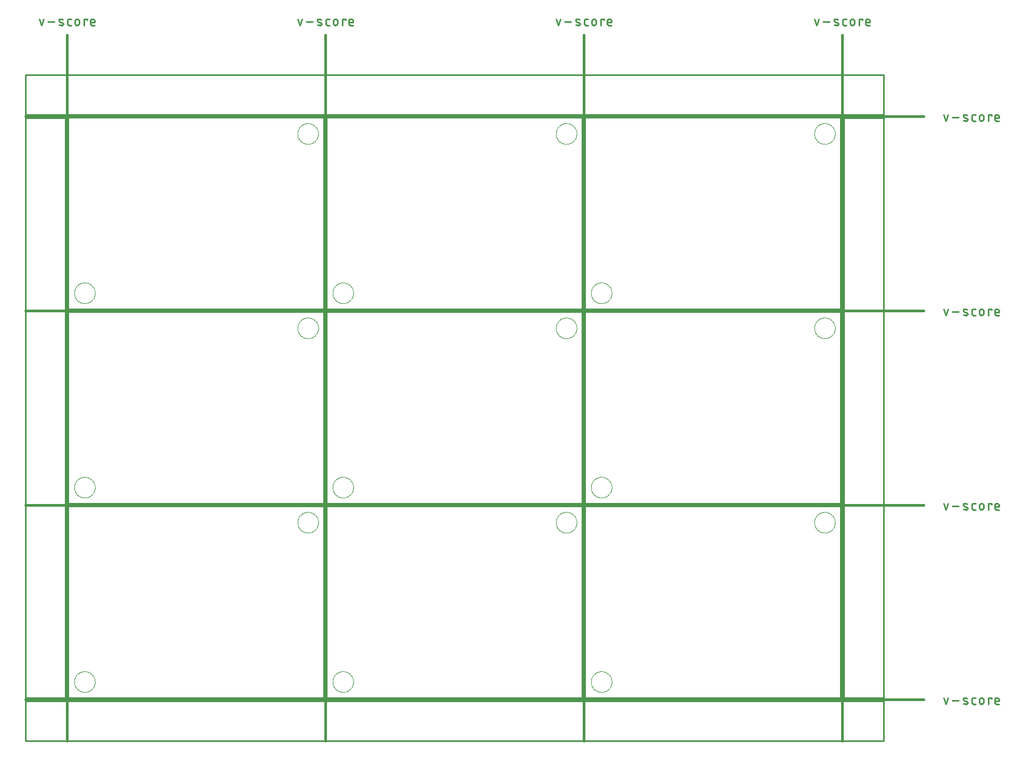
<source format=gko>
G75*
%MOIN*%
%OFA0B0*%
%FSLAX25Y25*%
%IPPOS*%
%LPD*%
%AMOC8*
5,1,8,0,0,1.08239X$1,22.5*
%
%ADD10C,0.00800*%
%ADD11C,0.01500*%
%ADD12C,0.01100*%
%ADD13C,0.01000*%
%ADD14C,0.00000*%
D10*
X0028750Y0028750D02*
X0028750Y0148750D01*
X0188750Y0148750D01*
X0188750Y0028750D01*
X0028750Y0028750D01*
X0028750Y0150750D02*
X0028750Y0270750D01*
X0188750Y0270750D01*
X0188750Y0150750D01*
X0028750Y0150750D01*
X0190750Y0150750D02*
X0190750Y0270750D01*
X0350750Y0270750D01*
X0350750Y0150750D01*
X0190750Y0150750D01*
X0190750Y0148750D02*
X0190750Y0028750D01*
X0350750Y0028750D01*
X0350750Y0148750D01*
X0190750Y0148750D01*
X0190750Y0272750D02*
X0190750Y0392750D01*
X0350750Y0392750D01*
X0350750Y0272750D01*
X0190750Y0272750D01*
X0188750Y0272750D02*
X0188750Y0392750D01*
X0028750Y0392750D01*
X0028750Y0272750D01*
X0188750Y0272750D01*
X0352750Y0272750D02*
X0352750Y0392750D01*
X0512750Y0392750D01*
X0512750Y0272750D01*
X0352750Y0272750D01*
X0352750Y0270750D02*
X0352750Y0150750D01*
X0512750Y0150750D01*
X0512750Y0270750D01*
X0352750Y0270750D01*
X0352750Y0148750D02*
X0352750Y0028750D01*
X0512750Y0028750D01*
X0512750Y0148750D01*
X0352750Y0148750D01*
D11*
X0351750Y0001750D02*
X0351750Y0444750D01*
X0513750Y0444750D02*
X0513750Y0001750D01*
X0564750Y0027750D02*
X0001750Y0027750D01*
X0027750Y0001750D02*
X0027750Y0444750D01*
X0001750Y0393750D02*
X0564750Y0393750D01*
X0564750Y0271750D02*
X0001750Y0271750D01*
X0001750Y0149750D02*
X0564750Y0149750D01*
X0189750Y0001750D02*
X0189750Y0444750D01*
D12*
X0190971Y0450800D02*
X0192282Y0450800D01*
X0190971Y0450800D02*
X0190909Y0450802D01*
X0190848Y0450808D01*
X0190787Y0450817D01*
X0190727Y0450831D01*
X0190667Y0450848D01*
X0190609Y0450869D01*
X0190552Y0450894D01*
X0190497Y0450922D01*
X0190444Y0450953D01*
X0190393Y0450988D01*
X0190344Y0451026D01*
X0190298Y0451066D01*
X0190254Y0451110D01*
X0190214Y0451156D01*
X0190176Y0451205D01*
X0190141Y0451256D01*
X0190110Y0451309D01*
X0190082Y0451364D01*
X0190057Y0451421D01*
X0190036Y0451479D01*
X0190019Y0451539D01*
X0190005Y0451599D01*
X0189996Y0451660D01*
X0189990Y0451721D01*
X0189988Y0451783D01*
X0189988Y0453750D01*
X0189990Y0453812D01*
X0189996Y0453873D01*
X0190005Y0453934D01*
X0190019Y0453994D01*
X0190036Y0454054D01*
X0190057Y0454112D01*
X0190082Y0454169D01*
X0190110Y0454224D01*
X0190141Y0454277D01*
X0190176Y0454328D01*
X0190214Y0454377D01*
X0190254Y0454423D01*
X0190298Y0454467D01*
X0190344Y0454507D01*
X0190393Y0454545D01*
X0190444Y0454580D01*
X0190497Y0454611D01*
X0190552Y0454639D01*
X0190609Y0454664D01*
X0190667Y0454685D01*
X0190727Y0454702D01*
X0190787Y0454716D01*
X0190848Y0454725D01*
X0190909Y0454731D01*
X0190971Y0454733D01*
X0192282Y0454733D01*
X0194695Y0453422D02*
X0194695Y0452111D01*
X0194696Y0452111D02*
X0194698Y0452040D01*
X0194704Y0451969D01*
X0194713Y0451899D01*
X0194727Y0451829D01*
X0194744Y0451760D01*
X0194765Y0451692D01*
X0194789Y0451626D01*
X0194817Y0451561D01*
X0194849Y0451497D01*
X0194884Y0451435D01*
X0194922Y0451375D01*
X0194963Y0451318D01*
X0195008Y0451262D01*
X0195055Y0451209D01*
X0195105Y0451159D01*
X0195158Y0451112D01*
X0195214Y0451067D01*
X0195271Y0451026D01*
X0195331Y0450988D01*
X0195393Y0450953D01*
X0195457Y0450921D01*
X0195522Y0450893D01*
X0195588Y0450869D01*
X0195656Y0450848D01*
X0195725Y0450831D01*
X0195795Y0450817D01*
X0195865Y0450808D01*
X0195936Y0450802D01*
X0196007Y0450800D01*
X0196078Y0450802D01*
X0196149Y0450808D01*
X0196219Y0450817D01*
X0196289Y0450831D01*
X0196358Y0450848D01*
X0196426Y0450869D01*
X0196492Y0450893D01*
X0196557Y0450921D01*
X0196621Y0450953D01*
X0196683Y0450988D01*
X0196743Y0451026D01*
X0196800Y0451067D01*
X0196856Y0451112D01*
X0196909Y0451159D01*
X0196959Y0451209D01*
X0197006Y0451262D01*
X0197051Y0451318D01*
X0197092Y0451375D01*
X0197130Y0451435D01*
X0197165Y0451497D01*
X0197197Y0451561D01*
X0197225Y0451626D01*
X0197249Y0451692D01*
X0197270Y0451760D01*
X0197287Y0451829D01*
X0197301Y0451899D01*
X0197310Y0451969D01*
X0197316Y0452040D01*
X0197318Y0452111D01*
X0197318Y0453422D01*
X0197316Y0453493D01*
X0197310Y0453564D01*
X0197301Y0453634D01*
X0197287Y0453704D01*
X0197270Y0453773D01*
X0197249Y0453841D01*
X0197225Y0453907D01*
X0197197Y0453972D01*
X0197165Y0454036D01*
X0197130Y0454098D01*
X0197092Y0454158D01*
X0197051Y0454215D01*
X0197006Y0454271D01*
X0196959Y0454324D01*
X0196909Y0454374D01*
X0196856Y0454421D01*
X0196800Y0454466D01*
X0196743Y0454507D01*
X0196683Y0454545D01*
X0196621Y0454580D01*
X0196557Y0454612D01*
X0196492Y0454640D01*
X0196426Y0454664D01*
X0196358Y0454685D01*
X0196289Y0454702D01*
X0196219Y0454716D01*
X0196149Y0454725D01*
X0196078Y0454731D01*
X0196007Y0454733D01*
X0195936Y0454731D01*
X0195865Y0454725D01*
X0195795Y0454716D01*
X0195725Y0454702D01*
X0195656Y0454685D01*
X0195588Y0454664D01*
X0195522Y0454640D01*
X0195457Y0454612D01*
X0195393Y0454580D01*
X0195331Y0454545D01*
X0195271Y0454507D01*
X0195214Y0454466D01*
X0195158Y0454421D01*
X0195105Y0454374D01*
X0195055Y0454324D01*
X0195008Y0454271D01*
X0194963Y0454215D01*
X0194922Y0454158D01*
X0194884Y0454098D01*
X0194849Y0454036D01*
X0194817Y0453972D01*
X0194789Y0453907D01*
X0194765Y0453841D01*
X0194744Y0453773D01*
X0194727Y0453704D01*
X0194713Y0453634D01*
X0194704Y0453564D01*
X0194698Y0453493D01*
X0194696Y0453422D01*
X0200284Y0454733D02*
X0200284Y0450800D01*
X0202251Y0454078D02*
X0202251Y0454733D01*
X0200284Y0454733D01*
X0204337Y0453422D02*
X0204337Y0451783D01*
X0204339Y0451721D01*
X0204345Y0451660D01*
X0204354Y0451599D01*
X0204368Y0451539D01*
X0204385Y0451479D01*
X0204406Y0451421D01*
X0204431Y0451364D01*
X0204459Y0451309D01*
X0204490Y0451256D01*
X0204525Y0451205D01*
X0204563Y0451156D01*
X0204603Y0451110D01*
X0204647Y0451066D01*
X0204693Y0451026D01*
X0204742Y0450988D01*
X0204793Y0450953D01*
X0204846Y0450922D01*
X0204901Y0450894D01*
X0204958Y0450869D01*
X0205016Y0450848D01*
X0205076Y0450831D01*
X0205136Y0450817D01*
X0205197Y0450808D01*
X0205258Y0450802D01*
X0205320Y0450800D01*
X0206959Y0450800D01*
X0206959Y0452767D02*
X0204337Y0452767D01*
X0204337Y0453422D02*
X0204339Y0453493D01*
X0204345Y0453564D01*
X0204354Y0453634D01*
X0204368Y0453704D01*
X0204385Y0453773D01*
X0204406Y0453841D01*
X0204430Y0453907D01*
X0204458Y0453972D01*
X0204490Y0454036D01*
X0204525Y0454098D01*
X0204563Y0454158D01*
X0204604Y0454215D01*
X0204649Y0454271D01*
X0204696Y0454324D01*
X0204746Y0454374D01*
X0204799Y0454421D01*
X0204855Y0454466D01*
X0204912Y0454507D01*
X0204972Y0454545D01*
X0205034Y0454580D01*
X0205098Y0454612D01*
X0205163Y0454640D01*
X0205229Y0454664D01*
X0205297Y0454685D01*
X0205366Y0454702D01*
X0205436Y0454716D01*
X0205506Y0454725D01*
X0205577Y0454731D01*
X0205648Y0454733D01*
X0205719Y0454731D01*
X0205790Y0454725D01*
X0205860Y0454716D01*
X0205930Y0454702D01*
X0205999Y0454685D01*
X0206067Y0454664D01*
X0206133Y0454640D01*
X0206198Y0454612D01*
X0206262Y0454580D01*
X0206324Y0454545D01*
X0206384Y0454507D01*
X0206441Y0454466D01*
X0206497Y0454421D01*
X0206550Y0454374D01*
X0206600Y0454324D01*
X0206647Y0454271D01*
X0206692Y0454215D01*
X0206733Y0454158D01*
X0206771Y0454098D01*
X0206806Y0454036D01*
X0206838Y0453972D01*
X0206866Y0453907D01*
X0206890Y0453841D01*
X0206911Y0453773D01*
X0206928Y0453704D01*
X0206942Y0453634D01*
X0206951Y0453564D01*
X0206957Y0453493D01*
X0206959Y0453422D01*
X0206959Y0452767D01*
X0186774Y0452439D02*
X0185136Y0453094D01*
X0185135Y0453095D02*
X0185083Y0453118D01*
X0185032Y0453145D01*
X0184983Y0453175D01*
X0184936Y0453208D01*
X0184891Y0453244D01*
X0184849Y0453284D01*
X0184810Y0453326D01*
X0184774Y0453370D01*
X0184741Y0453417D01*
X0184711Y0453467D01*
X0184684Y0453518D01*
X0184661Y0453570D01*
X0184642Y0453624D01*
X0184626Y0453680D01*
X0184614Y0453736D01*
X0184606Y0453793D01*
X0184602Y0453850D01*
X0184601Y0453908D01*
X0184605Y0453965D01*
X0184612Y0454022D01*
X0184624Y0454079D01*
X0184639Y0454134D01*
X0184657Y0454189D01*
X0184680Y0454242D01*
X0184706Y0454293D01*
X0184735Y0454342D01*
X0184768Y0454390D01*
X0184804Y0454435D01*
X0184842Y0454477D01*
X0184884Y0454517D01*
X0184928Y0454554D01*
X0184975Y0454588D01*
X0185023Y0454619D01*
X0185074Y0454646D01*
X0185126Y0454670D01*
X0185180Y0454690D01*
X0185235Y0454706D01*
X0185291Y0454719D01*
X0185348Y0454728D01*
X0185406Y0454733D01*
X0185463Y0454734D01*
X0184644Y0451128D02*
X0184778Y0451082D01*
X0184913Y0451039D01*
X0185049Y0451000D01*
X0185186Y0450964D01*
X0185323Y0450932D01*
X0185462Y0450903D01*
X0185601Y0450877D01*
X0185741Y0450856D01*
X0185882Y0450837D01*
X0186022Y0450823D01*
X0186164Y0450812D01*
X0186305Y0450804D01*
X0186447Y0450801D01*
X0186447Y0450800D02*
X0186504Y0450801D01*
X0186562Y0450806D01*
X0186619Y0450815D01*
X0186675Y0450828D01*
X0186730Y0450844D01*
X0186784Y0450864D01*
X0186836Y0450888D01*
X0186887Y0450915D01*
X0186935Y0450946D01*
X0186982Y0450980D01*
X0187026Y0451017D01*
X0187068Y0451057D01*
X0187106Y0451099D01*
X0187142Y0451144D01*
X0187175Y0451192D01*
X0187204Y0451241D01*
X0187230Y0451292D01*
X0187253Y0451345D01*
X0187271Y0451400D01*
X0187286Y0451455D01*
X0187298Y0451512D01*
X0187305Y0451569D01*
X0187309Y0451626D01*
X0187308Y0451684D01*
X0187304Y0451741D01*
X0187296Y0451798D01*
X0187284Y0451854D01*
X0187268Y0451910D01*
X0187249Y0451964D01*
X0187226Y0452016D01*
X0187199Y0452067D01*
X0187169Y0452117D01*
X0187136Y0452164D01*
X0187100Y0452208D01*
X0187061Y0452250D01*
X0187019Y0452290D01*
X0186974Y0452326D01*
X0186927Y0452359D01*
X0186878Y0452389D01*
X0186827Y0452416D01*
X0186775Y0452439D01*
X0186938Y0454405D02*
X0186831Y0454451D01*
X0186722Y0454494D01*
X0186612Y0454534D01*
X0186500Y0454570D01*
X0186388Y0454602D01*
X0186274Y0454631D01*
X0186160Y0454657D01*
X0186045Y0454678D01*
X0185930Y0454697D01*
X0185813Y0454711D01*
X0185697Y0454722D01*
X0185580Y0454729D01*
X0185463Y0454733D01*
X0181768Y0453094D02*
X0177834Y0453094D01*
X0175163Y0454733D02*
X0173852Y0450800D01*
X0172541Y0454733D01*
X0044959Y0453422D02*
X0044959Y0452767D01*
X0042337Y0452767D01*
X0042337Y0453422D02*
X0042337Y0451783D01*
X0042339Y0451721D01*
X0042345Y0451660D01*
X0042354Y0451599D01*
X0042368Y0451539D01*
X0042385Y0451479D01*
X0042406Y0451421D01*
X0042431Y0451364D01*
X0042459Y0451309D01*
X0042490Y0451256D01*
X0042525Y0451205D01*
X0042563Y0451156D01*
X0042603Y0451110D01*
X0042647Y0451066D01*
X0042693Y0451026D01*
X0042742Y0450988D01*
X0042793Y0450953D01*
X0042846Y0450922D01*
X0042901Y0450894D01*
X0042958Y0450869D01*
X0043016Y0450848D01*
X0043076Y0450831D01*
X0043136Y0450817D01*
X0043197Y0450808D01*
X0043258Y0450802D01*
X0043320Y0450800D01*
X0044959Y0450800D01*
X0044959Y0453422D02*
X0044957Y0453493D01*
X0044951Y0453564D01*
X0044942Y0453634D01*
X0044928Y0453704D01*
X0044911Y0453773D01*
X0044890Y0453841D01*
X0044866Y0453907D01*
X0044838Y0453972D01*
X0044806Y0454036D01*
X0044771Y0454098D01*
X0044733Y0454158D01*
X0044692Y0454215D01*
X0044647Y0454271D01*
X0044600Y0454324D01*
X0044550Y0454374D01*
X0044497Y0454421D01*
X0044441Y0454466D01*
X0044384Y0454507D01*
X0044324Y0454545D01*
X0044262Y0454580D01*
X0044198Y0454612D01*
X0044133Y0454640D01*
X0044067Y0454664D01*
X0043999Y0454685D01*
X0043930Y0454702D01*
X0043860Y0454716D01*
X0043790Y0454725D01*
X0043719Y0454731D01*
X0043648Y0454733D01*
X0043577Y0454731D01*
X0043506Y0454725D01*
X0043436Y0454716D01*
X0043366Y0454702D01*
X0043297Y0454685D01*
X0043229Y0454664D01*
X0043163Y0454640D01*
X0043098Y0454612D01*
X0043034Y0454580D01*
X0042972Y0454545D01*
X0042912Y0454507D01*
X0042855Y0454466D01*
X0042799Y0454421D01*
X0042746Y0454374D01*
X0042696Y0454324D01*
X0042649Y0454271D01*
X0042604Y0454215D01*
X0042563Y0454158D01*
X0042525Y0454098D01*
X0042490Y0454036D01*
X0042458Y0453972D01*
X0042430Y0453907D01*
X0042406Y0453841D01*
X0042385Y0453773D01*
X0042368Y0453704D01*
X0042354Y0453634D01*
X0042345Y0453564D01*
X0042339Y0453493D01*
X0042337Y0453422D01*
X0040251Y0454078D02*
X0040251Y0454733D01*
X0038284Y0454733D01*
X0038284Y0450800D01*
X0035318Y0452111D02*
X0035318Y0453422D01*
X0035316Y0453493D01*
X0035310Y0453564D01*
X0035301Y0453634D01*
X0035287Y0453704D01*
X0035270Y0453773D01*
X0035249Y0453841D01*
X0035225Y0453907D01*
X0035197Y0453972D01*
X0035165Y0454036D01*
X0035130Y0454098D01*
X0035092Y0454158D01*
X0035051Y0454215D01*
X0035006Y0454271D01*
X0034959Y0454324D01*
X0034909Y0454374D01*
X0034856Y0454421D01*
X0034800Y0454466D01*
X0034743Y0454507D01*
X0034683Y0454545D01*
X0034621Y0454580D01*
X0034557Y0454612D01*
X0034492Y0454640D01*
X0034426Y0454664D01*
X0034358Y0454685D01*
X0034289Y0454702D01*
X0034219Y0454716D01*
X0034149Y0454725D01*
X0034078Y0454731D01*
X0034007Y0454733D01*
X0033936Y0454731D01*
X0033865Y0454725D01*
X0033795Y0454716D01*
X0033725Y0454702D01*
X0033656Y0454685D01*
X0033588Y0454664D01*
X0033522Y0454640D01*
X0033457Y0454612D01*
X0033393Y0454580D01*
X0033331Y0454545D01*
X0033271Y0454507D01*
X0033214Y0454466D01*
X0033158Y0454421D01*
X0033105Y0454374D01*
X0033055Y0454324D01*
X0033008Y0454271D01*
X0032963Y0454215D01*
X0032922Y0454158D01*
X0032884Y0454098D01*
X0032849Y0454036D01*
X0032817Y0453972D01*
X0032789Y0453907D01*
X0032765Y0453841D01*
X0032744Y0453773D01*
X0032727Y0453704D01*
X0032713Y0453634D01*
X0032704Y0453564D01*
X0032698Y0453493D01*
X0032696Y0453422D01*
X0032695Y0453422D02*
X0032695Y0452111D01*
X0032696Y0452111D02*
X0032698Y0452040D01*
X0032704Y0451969D01*
X0032713Y0451899D01*
X0032727Y0451829D01*
X0032744Y0451760D01*
X0032765Y0451692D01*
X0032789Y0451626D01*
X0032817Y0451561D01*
X0032849Y0451497D01*
X0032884Y0451435D01*
X0032922Y0451375D01*
X0032963Y0451318D01*
X0033008Y0451262D01*
X0033055Y0451209D01*
X0033105Y0451159D01*
X0033158Y0451112D01*
X0033214Y0451067D01*
X0033271Y0451026D01*
X0033331Y0450988D01*
X0033393Y0450953D01*
X0033457Y0450921D01*
X0033522Y0450893D01*
X0033588Y0450869D01*
X0033656Y0450848D01*
X0033725Y0450831D01*
X0033795Y0450817D01*
X0033865Y0450808D01*
X0033936Y0450802D01*
X0034007Y0450800D01*
X0034078Y0450802D01*
X0034149Y0450808D01*
X0034219Y0450817D01*
X0034289Y0450831D01*
X0034358Y0450848D01*
X0034426Y0450869D01*
X0034492Y0450893D01*
X0034557Y0450921D01*
X0034621Y0450953D01*
X0034683Y0450988D01*
X0034743Y0451026D01*
X0034800Y0451067D01*
X0034856Y0451112D01*
X0034909Y0451159D01*
X0034959Y0451209D01*
X0035006Y0451262D01*
X0035051Y0451318D01*
X0035092Y0451375D01*
X0035130Y0451435D01*
X0035165Y0451497D01*
X0035197Y0451561D01*
X0035225Y0451626D01*
X0035249Y0451692D01*
X0035270Y0451760D01*
X0035287Y0451829D01*
X0035301Y0451899D01*
X0035310Y0451969D01*
X0035316Y0452040D01*
X0035318Y0452111D01*
X0030282Y0450800D02*
X0028971Y0450800D01*
X0028909Y0450802D01*
X0028848Y0450808D01*
X0028787Y0450817D01*
X0028727Y0450831D01*
X0028667Y0450848D01*
X0028609Y0450869D01*
X0028552Y0450894D01*
X0028497Y0450922D01*
X0028444Y0450953D01*
X0028393Y0450988D01*
X0028344Y0451026D01*
X0028298Y0451066D01*
X0028254Y0451110D01*
X0028214Y0451156D01*
X0028176Y0451205D01*
X0028141Y0451256D01*
X0028110Y0451309D01*
X0028082Y0451364D01*
X0028057Y0451421D01*
X0028036Y0451479D01*
X0028019Y0451539D01*
X0028005Y0451599D01*
X0027996Y0451660D01*
X0027990Y0451721D01*
X0027988Y0451783D01*
X0027988Y0453750D01*
X0027990Y0453812D01*
X0027996Y0453873D01*
X0028005Y0453934D01*
X0028019Y0453994D01*
X0028036Y0454054D01*
X0028057Y0454112D01*
X0028082Y0454169D01*
X0028110Y0454224D01*
X0028141Y0454277D01*
X0028176Y0454328D01*
X0028214Y0454377D01*
X0028254Y0454423D01*
X0028298Y0454467D01*
X0028344Y0454507D01*
X0028393Y0454545D01*
X0028444Y0454580D01*
X0028497Y0454611D01*
X0028552Y0454639D01*
X0028609Y0454664D01*
X0028667Y0454685D01*
X0028727Y0454702D01*
X0028787Y0454716D01*
X0028848Y0454725D01*
X0028909Y0454731D01*
X0028971Y0454733D01*
X0030282Y0454733D01*
X0024774Y0452439D02*
X0023136Y0453094D01*
X0023135Y0453095D02*
X0023083Y0453118D01*
X0023032Y0453145D01*
X0022983Y0453175D01*
X0022936Y0453208D01*
X0022891Y0453244D01*
X0022849Y0453284D01*
X0022810Y0453326D01*
X0022774Y0453370D01*
X0022741Y0453417D01*
X0022711Y0453467D01*
X0022684Y0453518D01*
X0022661Y0453570D01*
X0022642Y0453624D01*
X0022626Y0453680D01*
X0022614Y0453736D01*
X0022606Y0453793D01*
X0022602Y0453850D01*
X0022601Y0453908D01*
X0022605Y0453965D01*
X0022612Y0454022D01*
X0022624Y0454079D01*
X0022639Y0454134D01*
X0022657Y0454189D01*
X0022680Y0454242D01*
X0022706Y0454293D01*
X0022735Y0454342D01*
X0022768Y0454390D01*
X0022804Y0454435D01*
X0022842Y0454477D01*
X0022884Y0454517D01*
X0022928Y0454554D01*
X0022975Y0454588D01*
X0023023Y0454619D01*
X0023074Y0454646D01*
X0023126Y0454670D01*
X0023180Y0454690D01*
X0023235Y0454706D01*
X0023291Y0454719D01*
X0023348Y0454728D01*
X0023406Y0454733D01*
X0023463Y0454734D01*
X0022644Y0451128D02*
X0022778Y0451082D01*
X0022913Y0451039D01*
X0023049Y0451000D01*
X0023186Y0450964D01*
X0023323Y0450932D01*
X0023462Y0450903D01*
X0023601Y0450877D01*
X0023741Y0450856D01*
X0023882Y0450837D01*
X0024022Y0450823D01*
X0024164Y0450812D01*
X0024305Y0450804D01*
X0024447Y0450801D01*
X0024447Y0450800D02*
X0024504Y0450801D01*
X0024562Y0450806D01*
X0024619Y0450815D01*
X0024675Y0450828D01*
X0024730Y0450844D01*
X0024784Y0450864D01*
X0024836Y0450888D01*
X0024887Y0450915D01*
X0024935Y0450946D01*
X0024982Y0450980D01*
X0025026Y0451017D01*
X0025068Y0451057D01*
X0025106Y0451099D01*
X0025142Y0451144D01*
X0025175Y0451192D01*
X0025204Y0451241D01*
X0025230Y0451292D01*
X0025253Y0451345D01*
X0025271Y0451400D01*
X0025286Y0451455D01*
X0025298Y0451512D01*
X0025305Y0451569D01*
X0025309Y0451626D01*
X0025308Y0451684D01*
X0025304Y0451741D01*
X0025296Y0451798D01*
X0025284Y0451854D01*
X0025268Y0451910D01*
X0025249Y0451964D01*
X0025226Y0452016D01*
X0025199Y0452067D01*
X0025169Y0452117D01*
X0025136Y0452164D01*
X0025100Y0452208D01*
X0025061Y0452250D01*
X0025019Y0452290D01*
X0024974Y0452326D01*
X0024927Y0452359D01*
X0024878Y0452389D01*
X0024827Y0452416D01*
X0024775Y0452439D01*
X0024938Y0454405D02*
X0024831Y0454451D01*
X0024722Y0454494D01*
X0024612Y0454534D01*
X0024500Y0454570D01*
X0024388Y0454602D01*
X0024274Y0454631D01*
X0024160Y0454657D01*
X0024045Y0454678D01*
X0023930Y0454697D01*
X0023813Y0454711D01*
X0023697Y0454722D01*
X0023580Y0454729D01*
X0023463Y0454733D01*
X0019768Y0453094D02*
X0015834Y0453094D01*
X0013163Y0454733D02*
X0011852Y0450800D01*
X0010541Y0454733D01*
X0334541Y0454733D02*
X0335852Y0450800D01*
X0337163Y0454733D01*
X0339834Y0453094D02*
X0343768Y0453094D01*
X0347136Y0453094D02*
X0348774Y0452439D01*
X0348775Y0452439D02*
X0348827Y0452416D01*
X0348878Y0452389D01*
X0348927Y0452359D01*
X0348974Y0452326D01*
X0349019Y0452290D01*
X0349061Y0452250D01*
X0349100Y0452208D01*
X0349136Y0452164D01*
X0349169Y0452117D01*
X0349199Y0452067D01*
X0349226Y0452016D01*
X0349249Y0451964D01*
X0349268Y0451910D01*
X0349284Y0451854D01*
X0349296Y0451798D01*
X0349304Y0451741D01*
X0349308Y0451684D01*
X0349309Y0451626D01*
X0349305Y0451569D01*
X0349298Y0451512D01*
X0349286Y0451455D01*
X0349271Y0451400D01*
X0349253Y0451345D01*
X0349230Y0451292D01*
X0349204Y0451241D01*
X0349175Y0451192D01*
X0349142Y0451144D01*
X0349106Y0451099D01*
X0349068Y0451057D01*
X0349026Y0451017D01*
X0348982Y0450980D01*
X0348935Y0450946D01*
X0348887Y0450915D01*
X0348836Y0450888D01*
X0348784Y0450864D01*
X0348730Y0450844D01*
X0348675Y0450828D01*
X0348619Y0450815D01*
X0348562Y0450806D01*
X0348504Y0450801D01*
X0348447Y0450800D01*
X0348938Y0454405D02*
X0348831Y0454451D01*
X0348722Y0454494D01*
X0348612Y0454534D01*
X0348500Y0454570D01*
X0348388Y0454602D01*
X0348274Y0454631D01*
X0348160Y0454657D01*
X0348045Y0454678D01*
X0347930Y0454697D01*
X0347813Y0454711D01*
X0347697Y0454722D01*
X0347580Y0454729D01*
X0347463Y0454733D01*
X0347463Y0454734D02*
X0347406Y0454733D01*
X0347348Y0454728D01*
X0347291Y0454719D01*
X0347235Y0454706D01*
X0347180Y0454690D01*
X0347126Y0454670D01*
X0347074Y0454646D01*
X0347023Y0454619D01*
X0346975Y0454588D01*
X0346928Y0454554D01*
X0346884Y0454517D01*
X0346842Y0454477D01*
X0346804Y0454435D01*
X0346768Y0454390D01*
X0346735Y0454342D01*
X0346706Y0454293D01*
X0346680Y0454242D01*
X0346657Y0454189D01*
X0346639Y0454134D01*
X0346624Y0454079D01*
X0346612Y0454022D01*
X0346605Y0453965D01*
X0346601Y0453908D01*
X0346602Y0453850D01*
X0346606Y0453793D01*
X0346614Y0453736D01*
X0346626Y0453680D01*
X0346642Y0453624D01*
X0346661Y0453570D01*
X0346684Y0453518D01*
X0346711Y0453467D01*
X0346741Y0453417D01*
X0346774Y0453370D01*
X0346810Y0453326D01*
X0346849Y0453284D01*
X0346891Y0453244D01*
X0346936Y0453208D01*
X0346983Y0453175D01*
X0347032Y0453145D01*
X0347083Y0453118D01*
X0347135Y0453095D01*
X0346644Y0451128D02*
X0346778Y0451082D01*
X0346913Y0451039D01*
X0347049Y0451000D01*
X0347186Y0450964D01*
X0347323Y0450932D01*
X0347462Y0450903D01*
X0347601Y0450877D01*
X0347741Y0450856D01*
X0347882Y0450837D01*
X0348022Y0450823D01*
X0348164Y0450812D01*
X0348305Y0450804D01*
X0348447Y0450801D01*
X0351988Y0451783D02*
X0351988Y0453750D01*
X0351990Y0453812D01*
X0351996Y0453873D01*
X0352005Y0453934D01*
X0352019Y0453994D01*
X0352036Y0454054D01*
X0352057Y0454112D01*
X0352082Y0454169D01*
X0352110Y0454224D01*
X0352141Y0454277D01*
X0352176Y0454328D01*
X0352214Y0454377D01*
X0352254Y0454423D01*
X0352298Y0454467D01*
X0352344Y0454507D01*
X0352393Y0454545D01*
X0352444Y0454580D01*
X0352497Y0454611D01*
X0352552Y0454639D01*
X0352609Y0454664D01*
X0352667Y0454685D01*
X0352727Y0454702D01*
X0352787Y0454716D01*
X0352848Y0454725D01*
X0352909Y0454731D01*
X0352971Y0454733D01*
X0354282Y0454733D01*
X0356695Y0453422D02*
X0356695Y0452111D01*
X0356696Y0452111D02*
X0356698Y0452040D01*
X0356704Y0451969D01*
X0356713Y0451899D01*
X0356727Y0451829D01*
X0356744Y0451760D01*
X0356765Y0451692D01*
X0356789Y0451626D01*
X0356817Y0451561D01*
X0356849Y0451497D01*
X0356884Y0451435D01*
X0356922Y0451375D01*
X0356963Y0451318D01*
X0357008Y0451262D01*
X0357055Y0451209D01*
X0357105Y0451159D01*
X0357158Y0451112D01*
X0357214Y0451067D01*
X0357271Y0451026D01*
X0357331Y0450988D01*
X0357393Y0450953D01*
X0357457Y0450921D01*
X0357522Y0450893D01*
X0357588Y0450869D01*
X0357656Y0450848D01*
X0357725Y0450831D01*
X0357795Y0450817D01*
X0357865Y0450808D01*
X0357936Y0450802D01*
X0358007Y0450800D01*
X0358078Y0450802D01*
X0358149Y0450808D01*
X0358219Y0450817D01*
X0358289Y0450831D01*
X0358358Y0450848D01*
X0358426Y0450869D01*
X0358492Y0450893D01*
X0358557Y0450921D01*
X0358621Y0450953D01*
X0358683Y0450988D01*
X0358743Y0451026D01*
X0358800Y0451067D01*
X0358856Y0451112D01*
X0358909Y0451159D01*
X0358959Y0451209D01*
X0359006Y0451262D01*
X0359051Y0451318D01*
X0359092Y0451375D01*
X0359130Y0451435D01*
X0359165Y0451497D01*
X0359197Y0451561D01*
X0359225Y0451626D01*
X0359249Y0451692D01*
X0359270Y0451760D01*
X0359287Y0451829D01*
X0359301Y0451899D01*
X0359310Y0451969D01*
X0359316Y0452040D01*
X0359318Y0452111D01*
X0359318Y0453422D01*
X0359316Y0453493D01*
X0359310Y0453564D01*
X0359301Y0453634D01*
X0359287Y0453704D01*
X0359270Y0453773D01*
X0359249Y0453841D01*
X0359225Y0453907D01*
X0359197Y0453972D01*
X0359165Y0454036D01*
X0359130Y0454098D01*
X0359092Y0454158D01*
X0359051Y0454215D01*
X0359006Y0454271D01*
X0358959Y0454324D01*
X0358909Y0454374D01*
X0358856Y0454421D01*
X0358800Y0454466D01*
X0358743Y0454507D01*
X0358683Y0454545D01*
X0358621Y0454580D01*
X0358557Y0454612D01*
X0358492Y0454640D01*
X0358426Y0454664D01*
X0358358Y0454685D01*
X0358289Y0454702D01*
X0358219Y0454716D01*
X0358149Y0454725D01*
X0358078Y0454731D01*
X0358007Y0454733D01*
X0357936Y0454731D01*
X0357865Y0454725D01*
X0357795Y0454716D01*
X0357725Y0454702D01*
X0357656Y0454685D01*
X0357588Y0454664D01*
X0357522Y0454640D01*
X0357457Y0454612D01*
X0357393Y0454580D01*
X0357331Y0454545D01*
X0357271Y0454507D01*
X0357214Y0454466D01*
X0357158Y0454421D01*
X0357105Y0454374D01*
X0357055Y0454324D01*
X0357008Y0454271D01*
X0356963Y0454215D01*
X0356922Y0454158D01*
X0356884Y0454098D01*
X0356849Y0454036D01*
X0356817Y0453972D01*
X0356789Y0453907D01*
X0356765Y0453841D01*
X0356744Y0453773D01*
X0356727Y0453704D01*
X0356713Y0453634D01*
X0356704Y0453564D01*
X0356698Y0453493D01*
X0356696Y0453422D01*
X0354282Y0450800D02*
X0352971Y0450800D01*
X0352909Y0450802D01*
X0352848Y0450808D01*
X0352787Y0450817D01*
X0352727Y0450831D01*
X0352667Y0450848D01*
X0352609Y0450869D01*
X0352552Y0450894D01*
X0352497Y0450922D01*
X0352444Y0450953D01*
X0352393Y0450988D01*
X0352344Y0451026D01*
X0352298Y0451066D01*
X0352254Y0451110D01*
X0352214Y0451156D01*
X0352176Y0451205D01*
X0352141Y0451256D01*
X0352110Y0451309D01*
X0352082Y0451364D01*
X0352057Y0451421D01*
X0352036Y0451479D01*
X0352019Y0451539D01*
X0352005Y0451599D01*
X0351996Y0451660D01*
X0351990Y0451721D01*
X0351988Y0451783D01*
X0362284Y0450800D02*
X0362284Y0454733D01*
X0364251Y0454733D01*
X0364251Y0454078D01*
X0366337Y0453422D02*
X0366337Y0451783D01*
X0366339Y0451721D01*
X0366345Y0451660D01*
X0366354Y0451599D01*
X0366368Y0451539D01*
X0366385Y0451479D01*
X0366406Y0451421D01*
X0366431Y0451364D01*
X0366459Y0451309D01*
X0366490Y0451256D01*
X0366525Y0451205D01*
X0366563Y0451156D01*
X0366603Y0451110D01*
X0366647Y0451066D01*
X0366693Y0451026D01*
X0366742Y0450988D01*
X0366793Y0450953D01*
X0366846Y0450922D01*
X0366901Y0450894D01*
X0366958Y0450869D01*
X0367016Y0450848D01*
X0367076Y0450831D01*
X0367136Y0450817D01*
X0367197Y0450808D01*
X0367258Y0450802D01*
X0367320Y0450800D01*
X0368959Y0450800D01*
X0368959Y0452767D02*
X0366337Y0452767D01*
X0366337Y0453422D02*
X0366339Y0453493D01*
X0366345Y0453564D01*
X0366354Y0453634D01*
X0366368Y0453704D01*
X0366385Y0453773D01*
X0366406Y0453841D01*
X0366430Y0453907D01*
X0366458Y0453972D01*
X0366490Y0454036D01*
X0366525Y0454098D01*
X0366563Y0454158D01*
X0366604Y0454215D01*
X0366649Y0454271D01*
X0366696Y0454324D01*
X0366746Y0454374D01*
X0366799Y0454421D01*
X0366855Y0454466D01*
X0366912Y0454507D01*
X0366972Y0454545D01*
X0367034Y0454580D01*
X0367098Y0454612D01*
X0367163Y0454640D01*
X0367229Y0454664D01*
X0367297Y0454685D01*
X0367366Y0454702D01*
X0367436Y0454716D01*
X0367506Y0454725D01*
X0367577Y0454731D01*
X0367648Y0454733D01*
X0367719Y0454731D01*
X0367790Y0454725D01*
X0367860Y0454716D01*
X0367930Y0454702D01*
X0367999Y0454685D01*
X0368067Y0454664D01*
X0368133Y0454640D01*
X0368198Y0454612D01*
X0368262Y0454580D01*
X0368324Y0454545D01*
X0368384Y0454507D01*
X0368441Y0454466D01*
X0368497Y0454421D01*
X0368550Y0454374D01*
X0368600Y0454324D01*
X0368647Y0454271D01*
X0368692Y0454215D01*
X0368733Y0454158D01*
X0368771Y0454098D01*
X0368806Y0454036D01*
X0368838Y0453972D01*
X0368866Y0453907D01*
X0368890Y0453841D01*
X0368911Y0453773D01*
X0368928Y0453704D01*
X0368942Y0453634D01*
X0368951Y0453564D01*
X0368957Y0453493D01*
X0368959Y0453422D01*
X0368959Y0452767D01*
X0496541Y0454733D02*
X0497852Y0450800D01*
X0499163Y0454733D01*
X0501834Y0453094D02*
X0505768Y0453094D01*
X0509136Y0453094D02*
X0510774Y0452439D01*
X0510775Y0452439D02*
X0510827Y0452416D01*
X0510878Y0452389D01*
X0510927Y0452359D01*
X0510974Y0452326D01*
X0511019Y0452290D01*
X0511061Y0452250D01*
X0511100Y0452208D01*
X0511136Y0452164D01*
X0511169Y0452117D01*
X0511199Y0452067D01*
X0511226Y0452016D01*
X0511249Y0451964D01*
X0511268Y0451910D01*
X0511284Y0451854D01*
X0511296Y0451798D01*
X0511304Y0451741D01*
X0511308Y0451684D01*
X0511309Y0451626D01*
X0511305Y0451569D01*
X0511298Y0451512D01*
X0511286Y0451455D01*
X0511271Y0451400D01*
X0511253Y0451345D01*
X0511230Y0451292D01*
X0511204Y0451241D01*
X0511175Y0451192D01*
X0511142Y0451144D01*
X0511106Y0451099D01*
X0511068Y0451057D01*
X0511026Y0451017D01*
X0510982Y0450980D01*
X0510935Y0450946D01*
X0510887Y0450915D01*
X0510836Y0450888D01*
X0510784Y0450864D01*
X0510730Y0450844D01*
X0510675Y0450828D01*
X0510619Y0450815D01*
X0510562Y0450806D01*
X0510504Y0450801D01*
X0510447Y0450800D01*
X0510938Y0454405D02*
X0510831Y0454451D01*
X0510722Y0454494D01*
X0510612Y0454534D01*
X0510500Y0454570D01*
X0510388Y0454602D01*
X0510274Y0454631D01*
X0510160Y0454657D01*
X0510045Y0454678D01*
X0509930Y0454697D01*
X0509813Y0454711D01*
X0509697Y0454722D01*
X0509580Y0454729D01*
X0509463Y0454733D01*
X0509463Y0454734D02*
X0509406Y0454733D01*
X0509348Y0454728D01*
X0509291Y0454719D01*
X0509235Y0454706D01*
X0509180Y0454690D01*
X0509126Y0454670D01*
X0509074Y0454646D01*
X0509023Y0454619D01*
X0508975Y0454588D01*
X0508928Y0454554D01*
X0508884Y0454517D01*
X0508842Y0454477D01*
X0508804Y0454435D01*
X0508768Y0454390D01*
X0508735Y0454342D01*
X0508706Y0454293D01*
X0508680Y0454242D01*
X0508657Y0454189D01*
X0508639Y0454134D01*
X0508624Y0454079D01*
X0508612Y0454022D01*
X0508605Y0453965D01*
X0508601Y0453908D01*
X0508602Y0453850D01*
X0508606Y0453793D01*
X0508614Y0453736D01*
X0508626Y0453680D01*
X0508642Y0453624D01*
X0508661Y0453570D01*
X0508684Y0453518D01*
X0508711Y0453467D01*
X0508741Y0453417D01*
X0508774Y0453370D01*
X0508810Y0453326D01*
X0508849Y0453284D01*
X0508891Y0453244D01*
X0508936Y0453208D01*
X0508983Y0453175D01*
X0509032Y0453145D01*
X0509083Y0453118D01*
X0509135Y0453095D01*
X0508644Y0451128D02*
X0508778Y0451082D01*
X0508913Y0451039D01*
X0509049Y0451000D01*
X0509186Y0450964D01*
X0509323Y0450932D01*
X0509462Y0450903D01*
X0509601Y0450877D01*
X0509741Y0450856D01*
X0509882Y0450837D01*
X0510022Y0450823D01*
X0510164Y0450812D01*
X0510305Y0450804D01*
X0510447Y0450801D01*
X0513988Y0451783D02*
X0513988Y0453750D01*
X0513990Y0453812D01*
X0513996Y0453873D01*
X0514005Y0453934D01*
X0514019Y0453994D01*
X0514036Y0454054D01*
X0514057Y0454112D01*
X0514082Y0454169D01*
X0514110Y0454224D01*
X0514141Y0454277D01*
X0514176Y0454328D01*
X0514214Y0454377D01*
X0514254Y0454423D01*
X0514298Y0454467D01*
X0514344Y0454507D01*
X0514393Y0454545D01*
X0514444Y0454580D01*
X0514497Y0454611D01*
X0514552Y0454639D01*
X0514609Y0454664D01*
X0514667Y0454685D01*
X0514727Y0454702D01*
X0514787Y0454716D01*
X0514848Y0454725D01*
X0514909Y0454731D01*
X0514971Y0454733D01*
X0516282Y0454733D01*
X0518695Y0453422D02*
X0518695Y0452111D01*
X0518696Y0452111D02*
X0518698Y0452040D01*
X0518704Y0451969D01*
X0518713Y0451899D01*
X0518727Y0451829D01*
X0518744Y0451760D01*
X0518765Y0451692D01*
X0518789Y0451626D01*
X0518817Y0451561D01*
X0518849Y0451497D01*
X0518884Y0451435D01*
X0518922Y0451375D01*
X0518963Y0451318D01*
X0519008Y0451262D01*
X0519055Y0451209D01*
X0519105Y0451159D01*
X0519158Y0451112D01*
X0519214Y0451067D01*
X0519271Y0451026D01*
X0519331Y0450988D01*
X0519393Y0450953D01*
X0519457Y0450921D01*
X0519522Y0450893D01*
X0519588Y0450869D01*
X0519656Y0450848D01*
X0519725Y0450831D01*
X0519795Y0450817D01*
X0519865Y0450808D01*
X0519936Y0450802D01*
X0520007Y0450800D01*
X0520078Y0450802D01*
X0520149Y0450808D01*
X0520219Y0450817D01*
X0520289Y0450831D01*
X0520358Y0450848D01*
X0520426Y0450869D01*
X0520492Y0450893D01*
X0520557Y0450921D01*
X0520621Y0450953D01*
X0520683Y0450988D01*
X0520743Y0451026D01*
X0520800Y0451067D01*
X0520856Y0451112D01*
X0520909Y0451159D01*
X0520959Y0451209D01*
X0521006Y0451262D01*
X0521051Y0451318D01*
X0521092Y0451375D01*
X0521130Y0451435D01*
X0521165Y0451497D01*
X0521197Y0451561D01*
X0521225Y0451626D01*
X0521249Y0451692D01*
X0521270Y0451760D01*
X0521287Y0451829D01*
X0521301Y0451899D01*
X0521310Y0451969D01*
X0521316Y0452040D01*
X0521318Y0452111D01*
X0521318Y0453422D01*
X0521316Y0453493D01*
X0521310Y0453564D01*
X0521301Y0453634D01*
X0521287Y0453704D01*
X0521270Y0453773D01*
X0521249Y0453841D01*
X0521225Y0453907D01*
X0521197Y0453972D01*
X0521165Y0454036D01*
X0521130Y0454098D01*
X0521092Y0454158D01*
X0521051Y0454215D01*
X0521006Y0454271D01*
X0520959Y0454324D01*
X0520909Y0454374D01*
X0520856Y0454421D01*
X0520800Y0454466D01*
X0520743Y0454507D01*
X0520683Y0454545D01*
X0520621Y0454580D01*
X0520557Y0454612D01*
X0520492Y0454640D01*
X0520426Y0454664D01*
X0520358Y0454685D01*
X0520289Y0454702D01*
X0520219Y0454716D01*
X0520149Y0454725D01*
X0520078Y0454731D01*
X0520007Y0454733D01*
X0519936Y0454731D01*
X0519865Y0454725D01*
X0519795Y0454716D01*
X0519725Y0454702D01*
X0519656Y0454685D01*
X0519588Y0454664D01*
X0519522Y0454640D01*
X0519457Y0454612D01*
X0519393Y0454580D01*
X0519331Y0454545D01*
X0519271Y0454507D01*
X0519214Y0454466D01*
X0519158Y0454421D01*
X0519105Y0454374D01*
X0519055Y0454324D01*
X0519008Y0454271D01*
X0518963Y0454215D01*
X0518922Y0454158D01*
X0518884Y0454098D01*
X0518849Y0454036D01*
X0518817Y0453972D01*
X0518789Y0453907D01*
X0518765Y0453841D01*
X0518744Y0453773D01*
X0518727Y0453704D01*
X0518713Y0453634D01*
X0518704Y0453564D01*
X0518698Y0453493D01*
X0518696Y0453422D01*
X0516282Y0450800D02*
X0514971Y0450800D01*
X0514909Y0450802D01*
X0514848Y0450808D01*
X0514787Y0450817D01*
X0514727Y0450831D01*
X0514667Y0450848D01*
X0514609Y0450869D01*
X0514552Y0450894D01*
X0514497Y0450922D01*
X0514444Y0450953D01*
X0514393Y0450988D01*
X0514344Y0451026D01*
X0514298Y0451066D01*
X0514254Y0451110D01*
X0514214Y0451156D01*
X0514176Y0451205D01*
X0514141Y0451256D01*
X0514110Y0451309D01*
X0514082Y0451364D01*
X0514057Y0451421D01*
X0514036Y0451479D01*
X0514019Y0451539D01*
X0514005Y0451599D01*
X0513996Y0451660D01*
X0513990Y0451721D01*
X0513988Y0451783D01*
X0524284Y0450800D02*
X0524284Y0454733D01*
X0526251Y0454733D01*
X0526251Y0454078D01*
X0528337Y0453422D02*
X0528337Y0451783D01*
X0528339Y0451721D01*
X0528345Y0451660D01*
X0528354Y0451599D01*
X0528368Y0451539D01*
X0528385Y0451479D01*
X0528406Y0451421D01*
X0528431Y0451364D01*
X0528459Y0451309D01*
X0528490Y0451256D01*
X0528525Y0451205D01*
X0528563Y0451156D01*
X0528603Y0451110D01*
X0528647Y0451066D01*
X0528693Y0451026D01*
X0528742Y0450988D01*
X0528793Y0450953D01*
X0528846Y0450922D01*
X0528901Y0450894D01*
X0528958Y0450869D01*
X0529016Y0450848D01*
X0529076Y0450831D01*
X0529136Y0450817D01*
X0529197Y0450808D01*
X0529258Y0450802D01*
X0529320Y0450800D01*
X0530959Y0450800D01*
X0530959Y0452767D02*
X0528337Y0452767D01*
X0528337Y0453422D02*
X0528339Y0453493D01*
X0528345Y0453564D01*
X0528354Y0453634D01*
X0528368Y0453704D01*
X0528385Y0453773D01*
X0528406Y0453841D01*
X0528430Y0453907D01*
X0528458Y0453972D01*
X0528490Y0454036D01*
X0528525Y0454098D01*
X0528563Y0454158D01*
X0528604Y0454215D01*
X0528649Y0454271D01*
X0528696Y0454324D01*
X0528746Y0454374D01*
X0528799Y0454421D01*
X0528855Y0454466D01*
X0528912Y0454507D01*
X0528972Y0454545D01*
X0529034Y0454580D01*
X0529098Y0454612D01*
X0529163Y0454640D01*
X0529229Y0454664D01*
X0529297Y0454685D01*
X0529366Y0454702D01*
X0529436Y0454716D01*
X0529506Y0454725D01*
X0529577Y0454731D01*
X0529648Y0454733D01*
X0529719Y0454731D01*
X0529790Y0454725D01*
X0529860Y0454716D01*
X0529930Y0454702D01*
X0529999Y0454685D01*
X0530067Y0454664D01*
X0530133Y0454640D01*
X0530198Y0454612D01*
X0530262Y0454580D01*
X0530324Y0454545D01*
X0530384Y0454507D01*
X0530441Y0454466D01*
X0530497Y0454421D01*
X0530550Y0454374D01*
X0530600Y0454324D01*
X0530647Y0454271D01*
X0530692Y0454215D01*
X0530733Y0454158D01*
X0530771Y0454098D01*
X0530806Y0454036D01*
X0530838Y0453972D01*
X0530866Y0453907D01*
X0530890Y0453841D01*
X0530911Y0453773D01*
X0530928Y0453704D01*
X0530942Y0453634D01*
X0530951Y0453564D01*
X0530957Y0453493D01*
X0530959Y0453422D01*
X0530959Y0452767D01*
X0577541Y0394733D02*
X0578852Y0390800D01*
X0580163Y0394733D01*
X0582834Y0393094D02*
X0586768Y0393094D01*
X0590136Y0393094D02*
X0591774Y0392439D01*
X0591775Y0392439D02*
X0591827Y0392416D01*
X0591878Y0392389D01*
X0591927Y0392359D01*
X0591974Y0392326D01*
X0592019Y0392290D01*
X0592061Y0392250D01*
X0592100Y0392208D01*
X0592136Y0392164D01*
X0592169Y0392117D01*
X0592199Y0392067D01*
X0592226Y0392016D01*
X0592249Y0391964D01*
X0592268Y0391910D01*
X0592284Y0391854D01*
X0592296Y0391798D01*
X0592304Y0391741D01*
X0592308Y0391684D01*
X0592309Y0391626D01*
X0592305Y0391569D01*
X0592298Y0391512D01*
X0592286Y0391455D01*
X0592271Y0391400D01*
X0592253Y0391345D01*
X0592230Y0391292D01*
X0592204Y0391241D01*
X0592175Y0391192D01*
X0592142Y0391144D01*
X0592106Y0391099D01*
X0592068Y0391057D01*
X0592026Y0391017D01*
X0591982Y0390980D01*
X0591935Y0390946D01*
X0591887Y0390915D01*
X0591836Y0390888D01*
X0591784Y0390864D01*
X0591730Y0390844D01*
X0591675Y0390828D01*
X0591619Y0390815D01*
X0591562Y0390806D01*
X0591504Y0390801D01*
X0591447Y0390800D01*
X0591938Y0394405D02*
X0591831Y0394451D01*
X0591722Y0394494D01*
X0591612Y0394534D01*
X0591500Y0394570D01*
X0591388Y0394602D01*
X0591274Y0394631D01*
X0591160Y0394657D01*
X0591045Y0394678D01*
X0590930Y0394697D01*
X0590813Y0394711D01*
X0590697Y0394722D01*
X0590580Y0394729D01*
X0590463Y0394733D01*
X0590463Y0394734D02*
X0590406Y0394733D01*
X0590348Y0394728D01*
X0590291Y0394719D01*
X0590235Y0394706D01*
X0590180Y0394690D01*
X0590126Y0394670D01*
X0590074Y0394646D01*
X0590023Y0394619D01*
X0589975Y0394588D01*
X0589928Y0394554D01*
X0589884Y0394517D01*
X0589842Y0394477D01*
X0589804Y0394435D01*
X0589768Y0394390D01*
X0589735Y0394342D01*
X0589706Y0394293D01*
X0589680Y0394242D01*
X0589657Y0394189D01*
X0589639Y0394134D01*
X0589624Y0394079D01*
X0589612Y0394022D01*
X0589605Y0393965D01*
X0589601Y0393908D01*
X0589602Y0393850D01*
X0589606Y0393793D01*
X0589614Y0393736D01*
X0589626Y0393680D01*
X0589642Y0393624D01*
X0589661Y0393570D01*
X0589684Y0393518D01*
X0589711Y0393467D01*
X0589741Y0393417D01*
X0589774Y0393370D01*
X0589810Y0393326D01*
X0589849Y0393284D01*
X0589891Y0393244D01*
X0589936Y0393208D01*
X0589983Y0393175D01*
X0590032Y0393145D01*
X0590083Y0393118D01*
X0590135Y0393095D01*
X0589644Y0391128D02*
X0589778Y0391082D01*
X0589913Y0391039D01*
X0590049Y0391000D01*
X0590186Y0390964D01*
X0590323Y0390932D01*
X0590462Y0390903D01*
X0590601Y0390877D01*
X0590741Y0390856D01*
X0590882Y0390837D01*
X0591022Y0390823D01*
X0591164Y0390812D01*
X0591305Y0390804D01*
X0591447Y0390801D01*
X0594988Y0391783D02*
X0594988Y0393750D01*
X0594990Y0393812D01*
X0594996Y0393873D01*
X0595005Y0393934D01*
X0595019Y0393994D01*
X0595036Y0394054D01*
X0595057Y0394112D01*
X0595082Y0394169D01*
X0595110Y0394224D01*
X0595141Y0394277D01*
X0595176Y0394328D01*
X0595214Y0394377D01*
X0595254Y0394423D01*
X0595298Y0394467D01*
X0595344Y0394507D01*
X0595393Y0394545D01*
X0595444Y0394580D01*
X0595497Y0394611D01*
X0595552Y0394639D01*
X0595609Y0394664D01*
X0595667Y0394685D01*
X0595727Y0394702D01*
X0595787Y0394716D01*
X0595848Y0394725D01*
X0595909Y0394731D01*
X0595971Y0394733D01*
X0597282Y0394733D01*
X0599695Y0393422D02*
X0599695Y0392111D01*
X0599696Y0392111D02*
X0599698Y0392040D01*
X0599704Y0391969D01*
X0599713Y0391899D01*
X0599727Y0391829D01*
X0599744Y0391760D01*
X0599765Y0391692D01*
X0599789Y0391626D01*
X0599817Y0391561D01*
X0599849Y0391497D01*
X0599884Y0391435D01*
X0599922Y0391375D01*
X0599963Y0391318D01*
X0600008Y0391262D01*
X0600055Y0391209D01*
X0600105Y0391159D01*
X0600158Y0391112D01*
X0600214Y0391067D01*
X0600271Y0391026D01*
X0600331Y0390988D01*
X0600393Y0390953D01*
X0600457Y0390921D01*
X0600522Y0390893D01*
X0600588Y0390869D01*
X0600656Y0390848D01*
X0600725Y0390831D01*
X0600795Y0390817D01*
X0600865Y0390808D01*
X0600936Y0390802D01*
X0601007Y0390800D01*
X0601078Y0390802D01*
X0601149Y0390808D01*
X0601219Y0390817D01*
X0601289Y0390831D01*
X0601358Y0390848D01*
X0601426Y0390869D01*
X0601492Y0390893D01*
X0601557Y0390921D01*
X0601621Y0390953D01*
X0601683Y0390988D01*
X0601743Y0391026D01*
X0601800Y0391067D01*
X0601856Y0391112D01*
X0601909Y0391159D01*
X0601959Y0391209D01*
X0602006Y0391262D01*
X0602051Y0391318D01*
X0602092Y0391375D01*
X0602130Y0391435D01*
X0602165Y0391497D01*
X0602197Y0391561D01*
X0602225Y0391626D01*
X0602249Y0391692D01*
X0602270Y0391760D01*
X0602287Y0391829D01*
X0602301Y0391899D01*
X0602310Y0391969D01*
X0602316Y0392040D01*
X0602318Y0392111D01*
X0602318Y0393422D01*
X0602316Y0393493D01*
X0602310Y0393564D01*
X0602301Y0393634D01*
X0602287Y0393704D01*
X0602270Y0393773D01*
X0602249Y0393841D01*
X0602225Y0393907D01*
X0602197Y0393972D01*
X0602165Y0394036D01*
X0602130Y0394098D01*
X0602092Y0394158D01*
X0602051Y0394215D01*
X0602006Y0394271D01*
X0601959Y0394324D01*
X0601909Y0394374D01*
X0601856Y0394421D01*
X0601800Y0394466D01*
X0601743Y0394507D01*
X0601683Y0394545D01*
X0601621Y0394580D01*
X0601557Y0394612D01*
X0601492Y0394640D01*
X0601426Y0394664D01*
X0601358Y0394685D01*
X0601289Y0394702D01*
X0601219Y0394716D01*
X0601149Y0394725D01*
X0601078Y0394731D01*
X0601007Y0394733D01*
X0600936Y0394731D01*
X0600865Y0394725D01*
X0600795Y0394716D01*
X0600725Y0394702D01*
X0600656Y0394685D01*
X0600588Y0394664D01*
X0600522Y0394640D01*
X0600457Y0394612D01*
X0600393Y0394580D01*
X0600331Y0394545D01*
X0600271Y0394507D01*
X0600214Y0394466D01*
X0600158Y0394421D01*
X0600105Y0394374D01*
X0600055Y0394324D01*
X0600008Y0394271D01*
X0599963Y0394215D01*
X0599922Y0394158D01*
X0599884Y0394098D01*
X0599849Y0394036D01*
X0599817Y0393972D01*
X0599789Y0393907D01*
X0599765Y0393841D01*
X0599744Y0393773D01*
X0599727Y0393704D01*
X0599713Y0393634D01*
X0599704Y0393564D01*
X0599698Y0393493D01*
X0599696Y0393422D01*
X0597282Y0390800D02*
X0595971Y0390800D01*
X0595909Y0390802D01*
X0595848Y0390808D01*
X0595787Y0390817D01*
X0595727Y0390831D01*
X0595667Y0390848D01*
X0595609Y0390869D01*
X0595552Y0390894D01*
X0595497Y0390922D01*
X0595444Y0390953D01*
X0595393Y0390988D01*
X0595344Y0391026D01*
X0595298Y0391066D01*
X0595254Y0391110D01*
X0595214Y0391156D01*
X0595176Y0391205D01*
X0595141Y0391256D01*
X0595110Y0391309D01*
X0595082Y0391364D01*
X0595057Y0391421D01*
X0595036Y0391479D01*
X0595019Y0391539D01*
X0595005Y0391599D01*
X0594996Y0391660D01*
X0594990Y0391721D01*
X0594988Y0391783D01*
X0605284Y0390800D02*
X0605284Y0394733D01*
X0607251Y0394733D01*
X0607251Y0394078D01*
X0609337Y0393422D02*
X0609337Y0391783D01*
X0609339Y0391721D01*
X0609345Y0391660D01*
X0609354Y0391599D01*
X0609368Y0391539D01*
X0609385Y0391479D01*
X0609406Y0391421D01*
X0609431Y0391364D01*
X0609459Y0391309D01*
X0609490Y0391256D01*
X0609525Y0391205D01*
X0609563Y0391156D01*
X0609603Y0391110D01*
X0609647Y0391066D01*
X0609693Y0391026D01*
X0609742Y0390988D01*
X0609793Y0390953D01*
X0609846Y0390922D01*
X0609901Y0390894D01*
X0609958Y0390869D01*
X0610016Y0390848D01*
X0610076Y0390831D01*
X0610136Y0390817D01*
X0610197Y0390808D01*
X0610258Y0390802D01*
X0610320Y0390800D01*
X0611959Y0390800D01*
X0611959Y0392767D02*
X0609337Y0392767D01*
X0609337Y0393422D02*
X0609339Y0393493D01*
X0609345Y0393564D01*
X0609354Y0393634D01*
X0609368Y0393704D01*
X0609385Y0393773D01*
X0609406Y0393841D01*
X0609430Y0393907D01*
X0609458Y0393972D01*
X0609490Y0394036D01*
X0609525Y0394098D01*
X0609563Y0394158D01*
X0609604Y0394215D01*
X0609649Y0394271D01*
X0609696Y0394324D01*
X0609746Y0394374D01*
X0609799Y0394421D01*
X0609855Y0394466D01*
X0609912Y0394507D01*
X0609972Y0394545D01*
X0610034Y0394580D01*
X0610098Y0394612D01*
X0610163Y0394640D01*
X0610229Y0394664D01*
X0610297Y0394685D01*
X0610366Y0394702D01*
X0610436Y0394716D01*
X0610506Y0394725D01*
X0610577Y0394731D01*
X0610648Y0394733D01*
X0610719Y0394731D01*
X0610790Y0394725D01*
X0610860Y0394716D01*
X0610930Y0394702D01*
X0610999Y0394685D01*
X0611067Y0394664D01*
X0611133Y0394640D01*
X0611198Y0394612D01*
X0611262Y0394580D01*
X0611324Y0394545D01*
X0611384Y0394507D01*
X0611441Y0394466D01*
X0611497Y0394421D01*
X0611550Y0394374D01*
X0611600Y0394324D01*
X0611647Y0394271D01*
X0611692Y0394215D01*
X0611733Y0394158D01*
X0611771Y0394098D01*
X0611806Y0394036D01*
X0611838Y0393972D01*
X0611866Y0393907D01*
X0611890Y0393841D01*
X0611911Y0393773D01*
X0611928Y0393704D01*
X0611942Y0393634D01*
X0611951Y0393564D01*
X0611957Y0393493D01*
X0611959Y0393422D01*
X0611959Y0392767D01*
X0607251Y0272733D02*
X0607251Y0272078D01*
X0607251Y0272733D02*
X0605284Y0272733D01*
X0605284Y0268800D01*
X0602318Y0270111D02*
X0602318Y0271422D01*
X0602316Y0271493D01*
X0602310Y0271564D01*
X0602301Y0271634D01*
X0602287Y0271704D01*
X0602270Y0271773D01*
X0602249Y0271841D01*
X0602225Y0271907D01*
X0602197Y0271972D01*
X0602165Y0272036D01*
X0602130Y0272098D01*
X0602092Y0272158D01*
X0602051Y0272215D01*
X0602006Y0272271D01*
X0601959Y0272324D01*
X0601909Y0272374D01*
X0601856Y0272421D01*
X0601800Y0272466D01*
X0601743Y0272507D01*
X0601683Y0272545D01*
X0601621Y0272580D01*
X0601557Y0272612D01*
X0601492Y0272640D01*
X0601426Y0272664D01*
X0601358Y0272685D01*
X0601289Y0272702D01*
X0601219Y0272716D01*
X0601149Y0272725D01*
X0601078Y0272731D01*
X0601007Y0272733D01*
X0600936Y0272731D01*
X0600865Y0272725D01*
X0600795Y0272716D01*
X0600725Y0272702D01*
X0600656Y0272685D01*
X0600588Y0272664D01*
X0600522Y0272640D01*
X0600457Y0272612D01*
X0600393Y0272580D01*
X0600331Y0272545D01*
X0600271Y0272507D01*
X0600214Y0272466D01*
X0600158Y0272421D01*
X0600105Y0272374D01*
X0600055Y0272324D01*
X0600008Y0272271D01*
X0599963Y0272215D01*
X0599922Y0272158D01*
X0599884Y0272098D01*
X0599849Y0272036D01*
X0599817Y0271972D01*
X0599789Y0271907D01*
X0599765Y0271841D01*
X0599744Y0271773D01*
X0599727Y0271704D01*
X0599713Y0271634D01*
X0599704Y0271564D01*
X0599698Y0271493D01*
X0599696Y0271422D01*
X0599695Y0271422D02*
X0599695Y0270111D01*
X0599696Y0270111D02*
X0599698Y0270040D01*
X0599704Y0269969D01*
X0599713Y0269899D01*
X0599727Y0269829D01*
X0599744Y0269760D01*
X0599765Y0269692D01*
X0599789Y0269626D01*
X0599817Y0269561D01*
X0599849Y0269497D01*
X0599884Y0269435D01*
X0599922Y0269375D01*
X0599963Y0269318D01*
X0600008Y0269262D01*
X0600055Y0269209D01*
X0600105Y0269159D01*
X0600158Y0269112D01*
X0600214Y0269067D01*
X0600271Y0269026D01*
X0600331Y0268988D01*
X0600393Y0268953D01*
X0600457Y0268921D01*
X0600522Y0268893D01*
X0600588Y0268869D01*
X0600656Y0268848D01*
X0600725Y0268831D01*
X0600795Y0268817D01*
X0600865Y0268808D01*
X0600936Y0268802D01*
X0601007Y0268800D01*
X0601078Y0268802D01*
X0601149Y0268808D01*
X0601219Y0268817D01*
X0601289Y0268831D01*
X0601358Y0268848D01*
X0601426Y0268869D01*
X0601492Y0268893D01*
X0601557Y0268921D01*
X0601621Y0268953D01*
X0601683Y0268988D01*
X0601743Y0269026D01*
X0601800Y0269067D01*
X0601856Y0269112D01*
X0601909Y0269159D01*
X0601959Y0269209D01*
X0602006Y0269262D01*
X0602051Y0269318D01*
X0602092Y0269375D01*
X0602130Y0269435D01*
X0602165Y0269497D01*
X0602197Y0269561D01*
X0602225Y0269626D01*
X0602249Y0269692D01*
X0602270Y0269760D01*
X0602287Y0269829D01*
X0602301Y0269899D01*
X0602310Y0269969D01*
X0602316Y0270040D01*
X0602318Y0270111D01*
X0597282Y0268800D02*
X0595971Y0268800D01*
X0595909Y0268802D01*
X0595848Y0268808D01*
X0595787Y0268817D01*
X0595727Y0268831D01*
X0595667Y0268848D01*
X0595609Y0268869D01*
X0595552Y0268894D01*
X0595497Y0268922D01*
X0595444Y0268953D01*
X0595393Y0268988D01*
X0595344Y0269026D01*
X0595298Y0269066D01*
X0595254Y0269110D01*
X0595214Y0269156D01*
X0595176Y0269205D01*
X0595141Y0269256D01*
X0595110Y0269309D01*
X0595082Y0269364D01*
X0595057Y0269421D01*
X0595036Y0269479D01*
X0595019Y0269539D01*
X0595005Y0269599D01*
X0594996Y0269660D01*
X0594990Y0269721D01*
X0594988Y0269783D01*
X0594988Y0271750D01*
X0594990Y0271812D01*
X0594996Y0271873D01*
X0595005Y0271934D01*
X0595019Y0271994D01*
X0595036Y0272054D01*
X0595057Y0272112D01*
X0595082Y0272169D01*
X0595110Y0272224D01*
X0595141Y0272277D01*
X0595176Y0272328D01*
X0595214Y0272377D01*
X0595254Y0272423D01*
X0595298Y0272467D01*
X0595344Y0272507D01*
X0595393Y0272545D01*
X0595444Y0272580D01*
X0595497Y0272611D01*
X0595552Y0272639D01*
X0595609Y0272664D01*
X0595667Y0272685D01*
X0595727Y0272702D01*
X0595787Y0272716D01*
X0595848Y0272725D01*
X0595909Y0272731D01*
X0595971Y0272733D01*
X0597282Y0272733D01*
X0591774Y0270439D02*
X0590136Y0271094D01*
X0590135Y0271095D02*
X0590083Y0271118D01*
X0590032Y0271145D01*
X0589983Y0271175D01*
X0589936Y0271208D01*
X0589891Y0271244D01*
X0589849Y0271284D01*
X0589810Y0271326D01*
X0589774Y0271370D01*
X0589741Y0271417D01*
X0589711Y0271467D01*
X0589684Y0271518D01*
X0589661Y0271570D01*
X0589642Y0271624D01*
X0589626Y0271680D01*
X0589614Y0271736D01*
X0589606Y0271793D01*
X0589602Y0271850D01*
X0589601Y0271908D01*
X0589605Y0271965D01*
X0589612Y0272022D01*
X0589624Y0272079D01*
X0589639Y0272134D01*
X0589657Y0272189D01*
X0589680Y0272242D01*
X0589706Y0272293D01*
X0589735Y0272342D01*
X0589768Y0272390D01*
X0589804Y0272435D01*
X0589842Y0272477D01*
X0589884Y0272517D01*
X0589928Y0272554D01*
X0589975Y0272588D01*
X0590023Y0272619D01*
X0590074Y0272646D01*
X0590126Y0272670D01*
X0590180Y0272690D01*
X0590235Y0272706D01*
X0590291Y0272719D01*
X0590348Y0272728D01*
X0590406Y0272733D01*
X0590463Y0272734D01*
X0589644Y0269128D02*
X0589778Y0269082D01*
X0589913Y0269039D01*
X0590049Y0269000D01*
X0590186Y0268964D01*
X0590323Y0268932D01*
X0590462Y0268903D01*
X0590601Y0268877D01*
X0590741Y0268856D01*
X0590882Y0268837D01*
X0591022Y0268823D01*
X0591164Y0268812D01*
X0591305Y0268804D01*
X0591447Y0268801D01*
X0591447Y0268800D02*
X0591504Y0268801D01*
X0591562Y0268806D01*
X0591619Y0268815D01*
X0591675Y0268828D01*
X0591730Y0268844D01*
X0591784Y0268864D01*
X0591836Y0268888D01*
X0591887Y0268915D01*
X0591935Y0268946D01*
X0591982Y0268980D01*
X0592026Y0269017D01*
X0592068Y0269057D01*
X0592106Y0269099D01*
X0592142Y0269144D01*
X0592175Y0269192D01*
X0592204Y0269241D01*
X0592230Y0269292D01*
X0592253Y0269345D01*
X0592271Y0269400D01*
X0592286Y0269455D01*
X0592298Y0269512D01*
X0592305Y0269569D01*
X0592309Y0269626D01*
X0592308Y0269684D01*
X0592304Y0269741D01*
X0592296Y0269798D01*
X0592284Y0269854D01*
X0592268Y0269910D01*
X0592249Y0269964D01*
X0592226Y0270016D01*
X0592199Y0270067D01*
X0592169Y0270117D01*
X0592136Y0270164D01*
X0592100Y0270208D01*
X0592061Y0270250D01*
X0592019Y0270290D01*
X0591974Y0270326D01*
X0591927Y0270359D01*
X0591878Y0270389D01*
X0591827Y0270416D01*
X0591775Y0270439D01*
X0591938Y0272405D02*
X0591831Y0272451D01*
X0591722Y0272494D01*
X0591612Y0272534D01*
X0591500Y0272570D01*
X0591388Y0272602D01*
X0591274Y0272631D01*
X0591160Y0272657D01*
X0591045Y0272678D01*
X0590930Y0272697D01*
X0590813Y0272711D01*
X0590697Y0272722D01*
X0590580Y0272729D01*
X0590463Y0272733D01*
X0586768Y0271094D02*
X0582834Y0271094D01*
X0580163Y0272733D02*
X0578852Y0268800D01*
X0577541Y0272733D01*
X0609337Y0271422D02*
X0609337Y0269783D01*
X0609339Y0269721D01*
X0609345Y0269660D01*
X0609354Y0269599D01*
X0609368Y0269539D01*
X0609385Y0269479D01*
X0609406Y0269421D01*
X0609431Y0269364D01*
X0609459Y0269309D01*
X0609490Y0269256D01*
X0609525Y0269205D01*
X0609563Y0269156D01*
X0609603Y0269110D01*
X0609647Y0269066D01*
X0609693Y0269026D01*
X0609742Y0268988D01*
X0609793Y0268953D01*
X0609846Y0268922D01*
X0609901Y0268894D01*
X0609958Y0268869D01*
X0610016Y0268848D01*
X0610076Y0268831D01*
X0610136Y0268817D01*
X0610197Y0268808D01*
X0610258Y0268802D01*
X0610320Y0268800D01*
X0611959Y0268800D01*
X0611959Y0270767D02*
X0609337Y0270767D01*
X0609337Y0271422D02*
X0609339Y0271493D01*
X0609345Y0271564D01*
X0609354Y0271634D01*
X0609368Y0271704D01*
X0609385Y0271773D01*
X0609406Y0271841D01*
X0609430Y0271907D01*
X0609458Y0271972D01*
X0609490Y0272036D01*
X0609525Y0272098D01*
X0609563Y0272158D01*
X0609604Y0272215D01*
X0609649Y0272271D01*
X0609696Y0272324D01*
X0609746Y0272374D01*
X0609799Y0272421D01*
X0609855Y0272466D01*
X0609912Y0272507D01*
X0609972Y0272545D01*
X0610034Y0272580D01*
X0610098Y0272612D01*
X0610163Y0272640D01*
X0610229Y0272664D01*
X0610297Y0272685D01*
X0610366Y0272702D01*
X0610436Y0272716D01*
X0610506Y0272725D01*
X0610577Y0272731D01*
X0610648Y0272733D01*
X0610719Y0272731D01*
X0610790Y0272725D01*
X0610860Y0272716D01*
X0610930Y0272702D01*
X0610999Y0272685D01*
X0611067Y0272664D01*
X0611133Y0272640D01*
X0611198Y0272612D01*
X0611262Y0272580D01*
X0611324Y0272545D01*
X0611384Y0272507D01*
X0611441Y0272466D01*
X0611497Y0272421D01*
X0611550Y0272374D01*
X0611600Y0272324D01*
X0611647Y0272271D01*
X0611692Y0272215D01*
X0611733Y0272158D01*
X0611771Y0272098D01*
X0611806Y0272036D01*
X0611838Y0271972D01*
X0611866Y0271907D01*
X0611890Y0271841D01*
X0611911Y0271773D01*
X0611928Y0271704D01*
X0611942Y0271634D01*
X0611951Y0271564D01*
X0611957Y0271493D01*
X0611959Y0271422D01*
X0611959Y0270767D01*
X0589644Y0147128D02*
X0589778Y0147082D01*
X0589913Y0147039D01*
X0590049Y0147000D01*
X0590186Y0146964D01*
X0590323Y0146932D01*
X0590462Y0146903D01*
X0590601Y0146877D01*
X0590741Y0146856D01*
X0590882Y0146837D01*
X0591022Y0146823D01*
X0591164Y0146812D01*
X0591305Y0146804D01*
X0591447Y0146801D01*
X0591447Y0146800D02*
X0591504Y0146801D01*
X0591562Y0146806D01*
X0591619Y0146815D01*
X0591675Y0146828D01*
X0591730Y0146844D01*
X0591784Y0146864D01*
X0591836Y0146888D01*
X0591887Y0146915D01*
X0591935Y0146946D01*
X0591982Y0146980D01*
X0592026Y0147017D01*
X0592068Y0147057D01*
X0592106Y0147099D01*
X0592142Y0147144D01*
X0592175Y0147192D01*
X0592204Y0147241D01*
X0592230Y0147292D01*
X0592253Y0147345D01*
X0592271Y0147400D01*
X0592286Y0147455D01*
X0592298Y0147512D01*
X0592305Y0147569D01*
X0592309Y0147626D01*
X0592308Y0147684D01*
X0592304Y0147741D01*
X0592296Y0147798D01*
X0592284Y0147854D01*
X0592268Y0147910D01*
X0592249Y0147964D01*
X0592226Y0148016D01*
X0592199Y0148067D01*
X0592169Y0148117D01*
X0592136Y0148164D01*
X0592100Y0148208D01*
X0592061Y0148250D01*
X0592019Y0148290D01*
X0591974Y0148326D01*
X0591927Y0148359D01*
X0591878Y0148389D01*
X0591827Y0148416D01*
X0591775Y0148439D01*
X0591774Y0148439D02*
X0590136Y0149094D01*
X0590135Y0149095D02*
X0590083Y0149118D01*
X0590032Y0149145D01*
X0589983Y0149175D01*
X0589936Y0149208D01*
X0589891Y0149244D01*
X0589849Y0149284D01*
X0589810Y0149326D01*
X0589774Y0149370D01*
X0589741Y0149417D01*
X0589711Y0149467D01*
X0589684Y0149518D01*
X0589661Y0149570D01*
X0589642Y0149624D01*
X0589626Y0149680D01*
X0589614Y0149736D01*
X0589606Y0149793D01*
X0589602Y0149850D01*
X0589601Y0149908D01*
X0589605Y0149965D01*
X0589612Y0150022D01*
X0589624Y0150079D01*
X0589639Y0150134D01*
X0589657Y0150189D01*
X0589680Y0150242D01*
X0589706Y0150293D01*
X0589735Y0150342D01*
X0589768Y0150390D01*
X0589804Y0150435D01*
X0589842Y0150477D01*
X0589884Y0150517D01*
X0589928Y0150554D01*
X0589975Y0150588D01*
X0590023Y0150619D01*
X0590074Y0150646D01*
X0590126Y0150670D01*
X0590180Y0150690D01*
X0590235Y0150706D01*
X0590291Y0150719D01*
X0590348Y0150728D01*
X0590406Y0150733D01*
X0590463Y0150734D01*
X0590463Y0150733D02*
X0590580Y0150729D01*
X0590697Y0150722D01*
X0590813Y0150711D01*
X0590930Y0150697D01*
X0591045Y0150678D01*
X0591160Y0150657D01*
X0591274Y0150631D01*
X0591388Y0150602D01*
X0591500Y0150570D01*
X0591612Y0150534D01*
X0591722Y0150494D01*
X0591831Y0150451D01*
X0591938Y0150405D01*
X0594988Y0149750D02*
X0594988Y0147783D01*
X0594990Y0147721D01*
X0594996Y0147660D01*
X0595005Y0147599D01*
X0595019Y0147539D01*
X0595036Y0147479D01*
X0595057Y0147421D01*
X0595082Y0147364D01*
X0595110Y0147309D01*
X0595141Y0147256D01*
X0595176Y0147205D01*
X0595214Y0147156D01*
X0595254Y0147110D01*
X0595298Y0147066D01*
X0595344Y0147026D01*
X0595393Y0146988D01*
X0595444Y0146953D01*
X0595497Y0146922D01*
X0595552Y0146894D01*
X0595609Y0146869D01*
X0595667Y0146848D01*
X0595727Y0146831D01*
X0595787Y0146817D01*
X0595848Y0146808D01*
X0595909Y0146802D01*
X0595971Y0146800D01*
X0597282Y0146800D01*
X0599695Y0148111D02*
X0599695Y0149422D01*
X0599696Y0149422D02*
X0599698Y0149493D01*
X0599704Y0149564D01*
X0599713Y0149634D01*
X0599727Y0149704D01*
X0599744Y0149773D01*
X0599765Y0149841D01*
X0599789Y0149907D01*
X0599817Y0149972D01*
X0599849Y0150036D01*
X0599884Y0150098D01*
X0599922Y0150158D01*
X0599963Y0150215D01*
X0600008Y0150271D01*
X0600055Y0150324D01*
X0600105Y0150374D01*
X0600158Y0150421D01*
X0600214Y0150466D01*
X0600271Y0150507D01*
X0600331Y0150545D01*
X0600393Y0150580D01*
X0600457Y0150612D01*
X0600522Y0150640D01*
X0600588Y0150664D01*
X0600656Y0150685D01*
X0600725Y0150702D01*
X0600795Y0150716D01*
X0600865Y0150725D01*
X0600936Y0150731D01*
X0601007Y0150733D01*
X0601078Y0150731D01*
X0601149Y0150725D01*
X0601219Y0150716D01*
X0601289Y0150702D01*
X0601358Y0150685D01*
X0601426Y0150664D01*
X0601492Y0150640D01*
X0601557Y0150612D01*
X0601621Y0150580D01*
X0601683Y0150545D01*
X0601743Y0150507D01*
X0601800Y0150466D01*
X0601856Y0150421D01*
X0601909Y0150374D01*
X0601959Y0150324D01*
X0602006Y0150271D01*
X0602051Y0150215D01*
X0602092Y0150158D01*
X0602130Y0150098D01*
X0602165Y0150036D01*
X0602197Y0149972D01*
X0602225Y0149907D01*
X0602249Y0149841D01*
X0602270Y0149773D01*
X0602287Y0149704D01*
X0602301Y0149634D01*
X0602310Y0149564D01*
X0602316Y0149493D01*
X0602318Y0149422D01*
X0602318Y0148111D01*
X0602316Y0148040D01*
X0602310Y0147969D01*
X0602301Y0147899D01*
X0602287Y0147829D01*
X0602270Y0147760D01*
X0602249Y0147692D01*
X0602225Y0147626D01*
X0602197Y0147561D01*
X0602165Y0147497D01*
X0602130Y0147435D01*
X0602092Y0147375D01*
X0602051Y0147318D01*
X0602006Y0147262D01*
X0601959Y0147209D01*
X0601909Y0147159D01*
X0601856Y0147112D01*
X0601800Y0147067D01*
X0601743Y0147026D01*
X0601683Y0146988D01*
X0601621Y0146953D01*
X0601557Y0146921D01*
X0601492Y0146893D01*
X0601426Y0146869D01*
X0601358Y0146848D01*
X0601289Y0146831D01*
X0601219Y0146817D01*
X0601149Y0146808D01*
X0601078Y0146802D01*
X0601007Y0146800D01*
X0600936Y0146802D01*
X0600865Y0146808D01*
X0600795Y0146817D01*
X0600725Y0146831D01*
X0600656Y0146848D01*
X0600588Y0146869D01*
X0600522Y0146893D01*
X0600457Y0146921D01*
X0600393Y0146953D01*
X0600331Y0146988D01*
X0600271Y0147026D01*
X0600214Y0147067D01*
X0600158Y0147112D01*
X0600105Y0147159D01*
X0600055Y0147209D01*
X0600008Y0147262D01*
X0599963Y0147318D01*
X0599922Y0147375D01*
X0599884Y0147435D01*
X0599849Y0147497D01*
X0599817Y0147561D01*
X0599789Y0147626D01*
X0599765Y0147692D01*
X0599744Y0147760D01*
X0599727Y0147829D01*
X0599713Y0147899D01*
X0599704Y0147969D01*
X0599698Y0148040D01*
X0599696Y0148111D01*
X0597282Y0150733D02*
X0595971Y0150733D01*
X0595909Y0150731D01*
X0595848Y0150725D01*
X0595787Y0150716D01*
X0595727Y0150702D01*
X0595667Y0150685D01*
X0595609Y0150664D01*
X0595552Y0150639D01*
X0595497Y0150611D01*
X0595444Y0150580D01*
X0595393Y0150545D01*
X0595344Y0150507D01*
X0595298Y0150467D01*
X0595254Y0150423D01*
X0595214Y0150377D01*
X0595176Y0150328D01*
X0595141Y0150277D01*
X0595110Y0150224D01*
X0595082Y0150169D01*
X0595057Y0150112D01*
X0595036Y0150054D01*
X0595019Y0149994D01*
X0595005Y0149934D01*
X0594996Y0149873D01*
X0594990Y0149812D01*
X0594988Y0149750D01*
X0586768Y0149094D02*
X0582834Y0149094D01*
X0580163Y0150733D02*
X0578852Y0146800D01*
X0577541Y0150733D01*
X0605284Y0150733D02*
X0605284Y0146800D01*
X0607251Y0150078D02*
X0607251Y0150733D01*
X0605284Y0150733D01*
X0609337Y0149422D02*
X0609337Y0147783D01*
X0609339Y0147721D01*
X0609345Y0147660D01*
X0609354Y0147599D01*
X0609368Y0147539D01*
X0609385Y0147479D01*
X0609406Y0147421D01*
X0609431Y0147364D01*
X0609459Y0147309D01*
X0609490Y0147256D01*
X0609525Y0147205D01*
X0609563Y0147156D01*
X0609603Y0147110D01*
X0609647Y0147066D01*
X0609693Y0147026D01*
X0609742Y0146988D01*
X0609793Y0146953D01*
X0609846Y0146922D01*
X0609901Y0146894D01*
X0609958Y0146869D01*
X0610016Y0146848D01*
X0610076Y0146831D01*
X0610136Y0146817D01*
X0610197Y0146808D01*
X0610258Y0146802D01*
X0610320Y0146800D01*
X0611959Y0146800D01*
X0611959Y0148767D02*
X0609337Y0148767D01*
X0609337Y0149422D02*
X0609339Y0149493D01*
X0609345Y0149564D01*
X0609354Y0149634D01*
X0609368Y0149704D01*
X0609385Y0149773D01*
X0609406Y0149841D01*
X0609430Y0149907D01*
X0609458Y0149972D01*
X0609490Y0150036D01*
X0609525Y0150098D01*
X0609563Y0150158D01*
X0609604Y0150215D01*
X0609649Y0150271D01*
X0609696Y0150324D01*
X0609746Y0150374D01*
X0609799Y0150421D01*
X0609855Y0150466D01*
X0609912Y0150507D01*
X0609972Y0150545D01*
X0610034Y0150580D01*
X0610098Y0150612D01*
X0610163Y0150640D01*
X0610229Y0150664D01*
X0610297Y0150685D01*
X0610366Y0150702D01*
X0610436Y0150716D01*
X0610506Y0150725D01*
X0610577Y0150731D01*
X0610648Y0150733D01*
X0610719Y0150731D01*
X0610790Y0150725D01*
X0610860Y0150716D01*
X0610930Y0150702D01*
X0610999Y0150685D01*
X0611067Y0150664D01*
X0611133Y0150640D01*
X0611198Y0150612D01*
X0611262Y0150580D01*
X0611324Y0150545D01*
X0611384Y0150507D01*
X0611441Y0150466D01*
X0611497Y0150421D01*
X0611550Y0150374D01*
X0611600Y0150324D01*
X0611647Y0150271D01*
X0611692Y0150215D01*
X0611733Y0150158D01*
X0611771Y0150098D01*
X0611806Y0150036D01*
X0611838Y0149972D01*
X0611866Y0149907D01*
X0611890Y0149841D01*
X0611911Y0149773D01*
X0611928Y0149704D01*
X0611942Y0149634D01*
X0611951Y0149564D01*
X0611957Y0149493D01*
X0611959Y0149422D01*
X0611959Y0148767D01*
X0607251Y0028733D02*
X0607251Y0028078D01*
X0607251Y0028733D02*
X0605284Y0028733D01*
X0605284Y0024800D01*
X0602318Y0026111D02*
X0602318Y0027422D01*
X0602316Y0027493D01*
X0602310Y0027564D01*
X0602301Y0027634D01*
X0602287Y0027704D01*
X0602270Y0027773D01*
X0602249Y0027841D01*
X0602225Y0027907D01*
X0602197Y0027972D01*
X0602165Y0028036D01*
X0602130Y0028098D01*
X0602092Y0028158D01*
X0602051Y0028215D01*
X0602006Y0028271D01*
X0601959Y0028324D01*
X0601909Y0028374D01*
X0601856Y0028421D01*
X0601800Y0028466D01*
X0601743Y0028507D01*
X0601683Y0028545D01*
X0601621Y0028580D01*
X0601557Y0028612D01*
X0601492Y0028640D01*
X0601426Y0028664D01*
X0601358Y0028685D01*
X0601289Y0028702D01*
X0601219Y0028716D01*
X0601149Y0028725D01*
X0601078Y0028731D01*
X0601007Y0028733D01*
X0600936Y0028731D01*
X0600865Y0028725D01*
X0600795Y0028716D01*
X0600725Y0028702D01*
X0600656Y0028685D01*
X0600588Y0028664D01*
X0600522Y0028640D01*
X0600457Y0028612D01*
X0600393Y0028580D01*
X0600331Y0028545D01*
X0600271Y0028507D01*
X0600214Y0028466D01*
X0600158Y0028421D01*
X0600105Y0028374D01*
X0600055Y0028324D01*
X0600008Y0028271D01*
X0599963Y0028215D01*
X0599922Y0028158D01*
X0599884Y0028098D01*
X0599849Y0028036D01*
X0599817Y0027972D01*
X0599789Y0027907D01*
X0599765Y0027841D01*
X0599744Y0027773D01*
X0599727Y0027704D01*
X0599713Y0027634D01*
X0599704Y0027564D01*
X0599698Y0027493D01*
X0599696Y0027422D01*
X0599695Y0027422D02*
X0599695Y0026111D01*
X0599696Y0026111D02*
X0599698Y0026040D01*
X0599704Y0025969D01*
X0599713Y0025899D01*
X0599727Y0025829D01*
X0599744Y0025760D01*
X0599765Y0025692D01*
X0599789Y0025626D01*
X0599817Y0025561D01*
X0599849Y0025497D01*
X0599884Y0025435D01*
X0599922Y0025375D01*
X0599963Y0025318D01*
X0600008Y0025262D01*
X0600055Y0025209D01*
X0600105Y0025159D01*
X0600158Y0025112D01*
X0600214Y0025067D01*
X0600271Y0025026D01*
X0600331Y0024988D01*
X0600393Y0024953D01*
X0600457Y0024921D01*
X0600522Y0024893D01*
X0600588Y0024869D01*
X0600656Y0024848D01*
X0600725Y0024831D01*
X0600795Y0024817D01*
X0600865Y0024808D01*
X0600936Y0024802D01*
X0601007Y0024800D01*
X0601078Y0024802D01*
X0601149Y0024808D01*
X0601219Y0024817D01*
X0601289Y0024831D01*
X0601358Y0024848D01*
X0601426Y0024869D01*
X0601492Y0024893D01*
X0601557Y0024921D01*
X0601621Y0024953D01*
X0601683Y0024988D01*
X0601743Y0025026D01*
X0601800Y0025067D01*
X0601856Y0025112D01*
X0601909Y0025159D01*
X0601959Y0025209D01*
X0602006Y0025262D01*
X0602051Y0025318D01*
X0602092Y0025375D01*
X0602130Y0025435D01*
X0602165Y0025497D01*
X0602197Y0025561D01*
X0602225Y0025626D01*
X0602249Y0025692D01*
X0602270Y0025760D01*
X0602287Y0025829D01*
X0602301Y0025899D01*
X0602310Y0025969D01*
X0602316Y0026040D01*
X0602318Y0026111D01*
X0597282Y0024800D02*
X0595971Y0024800D01*
X0595909Y0024802D01*
X0595848Y0024808D01*
X0595787Y0024817D01*
X0595727Y0024831D01*
X0595667Y0024848D01*
X0595609Y0024869D01*
X0595552Y0024894D01*
X0595497Y0024922D01*
X0595444Y0024953D01*
X0595393Y0024988D01*
X0595344Y0025026D01*
X0595298Y0025066D01*
X0595254Y0025110D01*
X0595214Y0025156D01*
X0595176Y0025205D01*
X0595141Y0025256D01*
X0595110Y0025309D01*
X0595082Y0025364D01*
X0595057Y0025421D01*
X0595036Y0025479D01*
X0595019Y0025539D01*
X0595005Y0025599D01*
X0594996Y0025660D01*
X0594990Y0025721D01*
X0594988Y0025783D01*
X0594988Y0027750D01*
X0594990Y0027812D01*
X0594996Y0027873D01*
X0595005Y0027934D01*
X0595019Y0027994D01*
X0595036Y0028054D01*
X0595057Y0028112D01*
X0595082Y0028169D01*
X0595110Y0028224D01*
X0595141Y0028277D01*
X0595176Y0028328D01*
X0595214Y0028377D01*
X0595254Y0028423D01*
X0595298Y0028467D01*
X0595344Y0028507D01*
X0595393Y0028545D01*
X0595444Y0028580D01*
X0595497Y0028611D01*
X0595552Y0028639D01*
X0595609Y0028664D01*
X0595667Y0028685D01*
X0595727Y0028702D01*
X0595787Y0028716D01*
X0595848Y0028725D01*
X0595909Y0028731D01*
X0595971Y0028733D01*
X0597282Y0028733D01*
X0591774Y0026439D02*
X0590136Y0027094D01*
X0590135Y0027095D02*
X0590083Y0027118D01*
X0590032Y0027145D01*
X0589983Y0027175D01*
X0589936Y0027208D01*
X0589891Y0027244D01*
X0589849Y0027284D01*
X0589810Y0027326D01*
X0589774Y0027370D01*
X0589741Y0027417D01*
X0589711Y0027467D01*
X0589684Y0027518D01*
X0589661Y0027570D01*
X0589642Y0027624D01*
X0589626Y0027680D01*
X0589614Y0027736D01*
X0589606Y0027793D01*
X0589602Y0027850D01*
X0589601Y0027908D01*
X0589605Y0027965D01*
X0589612Y0028022D01*
X0589624Y0028079D01*
X0589639Y0028134D01*
X0589657Y0028189D01*
X0589680Y0028242D01*
X0589706Y0028293D01*
X0589735Y0028342D01*
X0589768Y0028390D01*
X0589804Y0028435D01*
X0589842Y0028477D01*
X0589884Y0028517D01*
X0589928Y0028554D01*
X0589975Y0028588D01*
X0590023Y0028619D01*
X0590074Y0028646D01*
X0590126Y0028670D01*
X0590180Y0028690D01*
X0590235Y0028706D01*
X0590291Y0028719D01*
X0590348Y0028728D01*
X0590406Y0028733D01*
X0590463Y0028734D01*
X0589644Y0025128D02*
X0589778Y0025082D01*
X0589913Y0025039D01*
X0590049Y0025000D01*
X0590186Y0024964D01*
X0590323Y0024932D01*
X0590462Y0024903D01*
X0590601Y0024877D01*
X0590741Y0024856D01*
X0590882Y0024837D01*
X0591022Y0024823D01*
X0591164Y0024812D01*
X0591305Y0024804D01*
X0591447Y0024801D01*
X0591447Y0024800D02*
X0591504Y0024801D01*
X0591562Y0024806D01*
X0591619Y0024815D01*
X0591675Y0024828D01*
X0591730Y0024844D01*
X0591784Y0024864D01*
X0591836Y0024888D01*
X0591887Y0024915D01*
X0591935Y0024946D01*
X0591982Y0024980D01*
X0592026Y0025017D01*
X0592068Y0025057D01*
X0592106Y0025099D01*
X0592142Y0025144D01*
X0592175Y0025192D01*
X0592204Y0025241D01*
X0592230Y0025292D01*
X0592253Y0025345D01*
X0592271Y0025400D01*
X0592286Y0025455D01*
X0592298Y0025512D01*
X0592305Y0025569D01*
X0592309Y0025626D01*
X0592308Y0025684D01*
X0592304Y0025741D01*
X0592296Y0025798D01*
X0592284Y0025854D01*
X0592268Y0025910D01*
X0592249Y0025964D01*
X0592226Y0026016D01*
X0592199Y0026067D01*
X0592169Y0026117D01*
X0592136Y0026164D01*
X0592100Y0026208D01*
X0592061Y0026250D01*
X0592019Y0026290D01*
X0591974Y0026326D01*
X0591927Y0026359D01*
X0591878Y0026389D01*
X0591827Y0026416D01*
X0591775Y0026439D01*
X0591938Y0028405D02*
X0591831Y0028451D01*
X0591722Y0028494D01*
X0591612Y0028534D01*
X0591500Y0028570D01*
X0591388Y0028602D01*
X0591274Y0028631D01*
X0591160Y0028657D01*
X0591045Y0028678D01*
X0590930Y0028697D01*
X0590813Y0028711D01*
X0590697Y0028722D01*
X0590580Y0028729D01*
X0590463Y0028733D01*
X0586768Y0027094D02*
X0582834Y0027094D01*
X0580163Y0028733D02*
X0578852Y0024800D01*
X0577541Y0028733D01*
X0609337Y0027422D02*
X0609337Y0025783D01*
X0609339Y0025721D01*
X0609345Y0025660D01*
X0609354Y0025599D01*
X0609368Y0025539D01*
X0609385Y0025479D01*
X0609406Y0025421D01*
X0609431Y0025364D01*
X0609459Y0025309D01*
X0609490Y0025256D01*
X0609525Y0025205D01*
X0609563Y0025156D01*
X0609603Y0025110D01*
X0609647Y0025066D01*
X0609693Y0025026D01*
X0609742Y0024988D01*
X0609793Y0024953D01*
X0609846Y0024922D01*
X0609901Y0024894D01*
X0609958Y0024869D01*
X0610016Y0024848D01*
X0610076Y0024831D01*
X0610136Y0024817D01*
X0610197Y0024808D01*
X0610258Y0024802D01*
X0610320Y0024800D01*
X0611959Y0024800D01*
X0611959Y0026767D02*
X0609337Y0026767D01*
X0609337Y0027422D02*
X0609339Y0027493D01*
X0609345Y0027564D01*
X0609354Y0027634D01*
X0609368Y0027704D01*
X0609385Y0027773D01*
X0609406Y0027841D01*
X0609430Y0027907D01*
X0609458Y0027972D01*
X0609490Y0028036D01*
X0609525Y0028098D01*
X0609563Y0028158D01*
X0609604Y0028215D01*
X0609649Y0028271D01*
X0609696Y0028324D01*
X0609746Y0028374D01*
X0609799Y0028421D01*
X0609855Y0028466D01*
X0609912Y0028507D01*
X0609972Y0028545D01*
X0610034Y0028580D01*
X0610098Y0028612D01*
X0610163Y0028640D01*
X0610229Y0028664D01*
X0610297Y0028685D01*
X0610366Y0028702D01*
X0610436Y0028716D01*
X0610506Y0028725D01*
X0610577Y0028731D01*
X0610648Y0028733D01*
X0610719Y0028731D01*
X0610790Y0028725D01*
X0610860Y0028716D01*
X0610930Y0028702D01*
X0610999Y0028685D01*
X0611067Y0028664D01*
X0611133Y0028640D01*
X0611198Y0028612D01*
X0611262Y0028580D01*
X0611324Y0028545D01*
X0611384Y0028507D01*
X0611441Y0028466D01*
X0611497Y0028421D01*
X0611550Y0028374D01*
X0611600Y0028324D01*
X0611647Y0028271D01*
X0611692Y0028215D01*
X0611733Y0028158D01*
X0611771Y0028098D01*
X0611806Y0028036D01*
X0611838Y0027972D01*
X0611866Y0027907D01*
X0611890Y0027841D01*
X0611911Y0027773D01*
X0611928Y0027704D01*
X0611942Y0027634D01*
X0611951Y0027564D01*
X0611957Y0027493D01*
X0611959Y0027422D01*
X0611959Y0026767D01*
D13*
X0001750Y0026750D02*
X0001750Y0001750D01*
X0539750Y0001750D01*
X0539750Y0026750D01*
X0001750Y0026750D01*
X0001750Y0028750D02*
X0001750Y0392750D01*
X0026750Y0392750D01*
X0026750Y0028750D01*
X0001750Y0028750D01*
X0001750Y0394750D02*
X0001750Y0419750D01*
X0539750Y0419750D01*
X0539750Y0394750D01*
X0001750Y0394750D01*
X0514750Y0392750D02*
X0514750Y0028750D01*
X0539750Y0028750D01*
X0539750Y0392750D01*
X0514750Y0392750D01*
D14*
X0496250Y0382750D02*
X0496252Y0382911D01*
X0496258Y0383071D01*
X0496268Y0383232D01*
X0496282Y0383392D01*
X0496300Y0383552D01*
X0496321Y0383711D01*
X0496347Y0383870D01*
X0496377Y0384028D01*
X0496410Y0384185D01*
X0496448Y0384342D01*
X0496489Y0384497D01*
X0496534Y0384651D01*
X0496583Y0384804D01*
X0496636Y0384956D01*
X0496692Y0385107D01*
X0496753Y0385256D01*
X0496816Y0385404D01*
X0496884Y0385550D01*
X0496955Y0385694D01*
X0497029Y0385836D01*
X0497107Y0385977D01*
X0497189Y0386115D01*
X0497274Y0386252D01*
X0497362Y0386386D01*
X0497454Y0386518D01*
X0497549Y0386648D01*
X0497647Y0386776D01*
X0497748Y0386901D01*
X0497852Y0387023D01*
X0497959Y0387143D01*
X0498069Y0387260D01*
X0498182Y0387375D01*
X0498298Y0387486D01*
X0498417Y0387595D01*
X0498538Y0387700D01*
X0498662Y0387803D01*
X0498788Y0387903D01*
X0498916Y0387999D01*
X0499047Y0388092D01*
X0499181Y0388182D01*
X0499316Y0388269D01*
X0499454Y0388352D01*
X0499593Y0388432D01*
X0499735Y0388508D01*
X0499878Y0388581D01*
X0500023Y0388650D01*
X0500170Y0388716D01*
X0500318Y0388778D01*
X0500468Y0388836D01*
X0500619Y0388891D01*
X0500772Y0388942D01*
X0500926Y0388989D01*
X0501081Y0389032D01*
X0501237Y0389071D01*
X0501393Y0389107D01*
X0501551Y0389138D01*
X0501709Y0389166D01*
X0501868Y0389190D01*
X0502028Y0389210D01*
X0502188Y0389226D01*
X0502348Y0389238D01*
X0502509Y0389246D01*
X0502670Y0389250D01*
X0502830Y0389250D01*
X0502991Y0389246D01*
X0503152Y0389238D01*
X0503312Y0389226D01*
X0503472Y0389210D01*
X0503632Y0389190D01*
X0503791Y0389166D01*
X0503949Y0389138D01*
X0504107Y0389107D01*
X0504263Y0389071D01*
X0504419Y0389032D01*
X0504574Y0388989D01*
X0504728Y0388942D01*
X0504881Y0388891D01*
X0505032Y0388836D01*
X0505182Y0388778D01*
X0505330Y0388716D01*
X0505477Y0388650D01*
X0505622Y0388581D01*
X0505765Y0388508D01*
X0505907Y0388432D01*
X0506046Y0388352D01*
X0506184Y0388269D01*
X0506319Y0388182D01*
X0506453Y0388092D01*
X0506584Y0387999D01*
X0506712Y0387903D01*
X0506838Y0387803D01*
X0506962Y0387700D01*
X0507083Y0387595D01*
X0507202Y0387486D01*
X0507318Y0387375D01*
X0507431Y0387260D01*
X0507541Y0387143D01*
X0507648Y0387023D01*
X0507752Y0386901D01*
X0507853Y0386776D01*
X0507951Y0386648D01*
X0508046Y0386518D01*
X0508138Y0386386D01*
X0508226Y0386252D01*
X0508311Y0386115D01*
X0508393Y0385977D01*
X0508471Y0385836D01*
X0508545Y0385694D01*
X0508616Y0385550D01*
X0508684Y0385404D01*
X0508747Y0385256D01*
X0508808Y0385107D01*
X0508864Y0384956D01*
X0508917Y0384804D01*
X0508966Y0384651D01*
X0509011Y0384497D01*
X0509052Y0384342D01*
X0509090Y0384185D01*
X0509123Y0384028D01*
X0509153Y0383870D01*
X0509179Y0383711D01*
X0509200Y0383552D01*
X0509218Y0383392D01*
X0509232Y0383232D01*
X0509242Y0383071D01*
X0509248Y0382911D01*
X0509250Y0382750D01*
X0509248Y0382589D01*
X0509242Y0382429D01*
X0509232Y0382268D01*
X0509218Y0382108D01*
X0509200Y0381948D01*
X0509179Y0381789D01*
X0509153Y0381630D01*
X0509123Y0381472D01*
X0509090Y0381315D01*
X0509052Y0381158D01*
X0509011Y0381003D01*
X0508966Y0380849D01*
X0508917Y0380696D01*
X0508864Y0380544D01*
X0508808Y0380393D01*
X0508747Y0380244D01*
X0508684Y0380096D01*
X0508616Y0379950D01*
X0508545Y0379806D01*
X0508471Y0379664D01*
X0508393Y0379523D01*
X0508311Y0379385D01*
X0508226Y0379248D01*
X0508138Y0379114D01*
X0508046Y0378982D01*
X0507951Y0378852D01*
X0507853Y0378724D01*
X0507752Y0378599D01*
X0507648Y0378477D01*
X0507541Y0378357D01*
X0507431Y0378240D01*
X0507318Y0378125D01*
X0507202Y0378014D01*
X0507083Y0377905D01*
X0506962Y0377800D01*
X0506838Y0377697D01*
X0506712Y0377597D01*
X0506584Y0377501D01*
X0506453Y0377408D01*
X0506319Y0377318D01*
X0506184Y0377231D01*
X0506046Y0377148D01*
X0505907Y0377068D01*
X0505765Y0376992D01*
X0505622Y0376919D01*
X0505477Y0376850D01*
X0505330Y0376784D01*
X0505182Y0376722D01*
X0505032Y0376664D01*
X0504881Y0376609D01*
X0504728Y0376558D01*
X0504574Y0376511D01*
X0504419Y0376468D01*
X0504263Y0376429D01*
X0504107Y0376393D01*
X0503949Y0376362D01*
X0503791Y0376334D01*
X0503632Y0376310D01*
X0503472Y0376290D01*
X0503312Y0376274D01*
X0503152Y0376262D01*
X0502991Y0376254D01*
X0502830Y0376250D01*
X0502670Y0376250D01*
X0502509Y0376254D01*
X0502348Y0376262D01*
X0502188Y0376274D01*
X0502028Y0376290D01*
X0501868Y0376310D01*
X0501709Y0376334D01*
X0501551Y0376362D01*
X0501393Y0376393D01*
X0501237Y0376429D01*
X0501081Y0376468D01*
X0500926Y0376511D01*
X0500772Y0376558D01*
X0500619Y0376609D01*
X0500468Y0376664D01*
X0500318Y0376722D01*
X0500170Y0376784D01*
X0500023Y0376850D01*
X0499878Y0376919D01*
X0499735Y0376992D01*
X0499593Y0377068D01*
X0499454Y0377148D01*
X0499316Y0377231D01*
X0499181Y0377318D01*
X0499047Y0377408D01*
X0498916Y0377501D01*
X0498788Y0377597D01*
X0498662Y0377697D01*
X0498538Y0377800D01*
X0498417Y0377905D01*
X0498298Y0378014D01*
X0498182Y0378125D01*
X0498069Y0378240D01*
X0497959Y0378357D01*
X0497852Y0378477D01*
X0497748Y0378599D01*
X0497647Y0378724D01*
X0497549Y0378852D01*
X0497454Y0378982D01*
X0497362Y0379114D01*
X0497274Y0379248D01*
X0497189Y0379385D01*
X0497107Y0379523D01*
X0497029Y0379664D01*
X0496955Y0379806D01*
X0496884Y0379950D01*
X0496816Y0380096D01*
X0496753Y0380244D01*
X0496692Y0380393D01*
X0496636Y0380544D01*
X0496583Y0380696D01*
X0496534Y0380849D01*
X0496489Y0381003D01*
X0496448Y0381158D01*
X0496410Y0381315D01*
X0496377Y0381472D01*
X0496347Y0381630D01*
X0496321Y0381789D01*
X0496300Y0381948D01*
X0496282Y0382108D01*
X0496268Y0382268D01*
X0496258Y0382429D01*
X0496252Y0382589D01*
X0496250Y0382750D01*
X0356250Y0282750D02*
X0356252Y0282911D01*
X0356258Y0283071D01*
X0356268Y0283232D01*
X0356282Y0283392D01*
X0356300Y0283552D01*
X0356321Y0283711D01*
X0356347Y0283870D01*
X0356377Y0284028D01*
X0356410Y0284185D01*
X0356448Y0284342D01*
X0356489Y0284497D01*
X0356534Y0284651D01*
X0356583Y0284804D01*
X0356636Y0284956D01*
X0356692Y0285107D01*
X0356753Y0285256D01*
X0356816Y0285404D01*
X0356884Y0285550D01*
X0356955Y0285694D01*
X0357029Y0285836D01*
X0357107Y0285977D01*
X0357189Y0286115D01*
X0357274Y0286252D01*
X0357362Y0286386D01*
X0357454Y0286518D01*
X0357549Y0286648D01*
X0357647Y0286776D01*
X0357748Y0286901D01*
X0357852Y0287023D01*
X0357959Y0287143D01*
X0358069Y0287260D01*
X0358182Y0287375D01*
X0358298Y0287486D01*
X0358417Y0287595D01*
X0358538Y0287700D01*
X0358662Y0287803D01*
X0358788Y0287903D01*
X0358916Y0287999D01*
X0359047Y0288092D01*
X0359181Y0288182D01*
X0359316Y0288269D01*
X0359454Y0288352D01*
X0359593Y0288432D01*
X0359735Y0288508D01*
X0359878Y0288581D01*
X0360023Y0288650D01*
X0360170Y0288716D01*
X0360318Y0288778D01*
X0360468Y0288836D01*
X0360619Y0288891D01*
X0360772Y0288942D01*
X0360926Y0288989D01*
X0361081Y0289032D01*
X0361237Y0289071D01*
X0361393Y0289107D01*
X0361551Y0289138D01*
X0361709Y0289166D01*
X0361868Y0289190D01*
X0362028Y0289210D01*
X0362188Y0289226D01*
X0362348Y0289238D01*
X0362509Y0289246D01*
X0362670Y0289250D01*
X0362830Y0289250D01*
X0362991Y0289246D01*
X0363152Y0289238D01*
X0363312Y0289226D01*
X0363472Y0289210D01*
X0363632Y0289190D01*
X0363791Y0289166D01*
X0363949Y0289138D01*
X0364107Y0289107D01*
X0364263Y0289071D01*
X0364419Y0289032D01*
X0364574Y0288989D01*
X0364728Y0288942D01*
X0364881Y0288891D01*
X0365032Y0288836D01*
X0365182Y0288778D01*
X0365330Y0288716D01*
X0365477Y0288650D01*
X0365622Y0288581D01*
X0365765Y0288508D01*
X0365907Y0288432D01*
X0366046Y0288352D01*
X0366184Y0288269D01*
X0366319Y0288182D01*
X0366453Y0288092D01*
X0366584Y0287999D01*
X0366712Y0287903D01*
X0366838Y0287803D01*
X0366962Y0287700D01*
X0367083Y0287595D01*
X0367202Y0287486D01*
X0367318Y0287375D01*
X0367431Y0287260D01*
X0367541Y0287143D01*
X0367648Y0287023D01*
X0367752Y0286901D01*
X0367853Y0286776D01*
X0367951Y0286648D01*
X0368046Y0286518D01*
X0368138Y0286386D01*
X0368226Y0286252D01*
X0368311Y0286115D01*
X0368393Y0285977D01*
X0368471Y0285836D01*
X0368545Y0285694D01*
X0368616Y0285550D01*
X0368684Y0285404D01*
X0368747Y0285256D01*
X0368808Y0285107D01*
X0368864Y0284956D01*
X0368917Y0284804D01*
X0368966Y0284651D01*
X0369011Y0284497D01*
X0369052Y0284342D01*
X0369090Y0284185D01*
X0369123Y0284028D01*
X0369153Y0283870D01*
X0369179Y0283711D01*
X0369200Y0283552D01*
X0369218Y0283392D01*
X0369232Y0283232D01*
X0369242Y0283071D01*
X0369248Y0282911D01*
X0369250Y0282750D01*
X0369248Y0282589D01*
X0369242Y0282429D01*
X0369232Y0282268D01*
X0369218Y0282108D01*
X0369200Y0281948D01*
X0369179Y0281789D01*
X0369153Y0281630D01*
X0369123Y0281472D01*
X0369090Y0281315D01*
X0369052Y0281158D01*
X0369011Y0281003D01*
X0368966Y0280849D01*
X0368917Y0280696D01*
X0368864Y0280544D01*
X0368808Y0280393D01*
X0368747Y0280244D01*
X0368684Y0280096D01*
X0368616Y0279950D01*
X0368545Y0279806D01*
X0368471Y0279664D01*
X0368393Y0279523D01*
X0368311Y0279385D01*
X0368226Y0279248D01*
X0368138Y0279114D01*
X0368046Y0278982D01*
X0367951Y0278852D01*
X0367853Y0278724D01*
X0367752Y0278599D01*
X0367648Y0278477D01*
X0367541Y0278357D01*
X0367431Y0278240D01*
X0367318Y0278125D01*
X0367202Y0278014D01*
X0367083Y0277905D01*
X0366962Y0277800D01*
X0366838Y0277697D01*
X0366712Y0277597D01*
X0366584Y0277501D01*
X0366453Y0277408D01*
X0366319Y0277318D01*
X0366184Y0277231D01*
X0366046Y0277148D01*
X0365907Y0277068D01*
X0365765Y0276992D01*
X0365622Y0276919D01*
X0365477Y0276850D01*
X0365330Y0276784D01*
X0365182Y0276722D01*
X0365032Y0276664D01*
X0364881Y0276609D01*
X0364728Y0276558D01*
X0364574Y0276511D01*
X0364419Y0276468D01*
X0364263Y0276429D01*
X0364107Y0276393D01*
X0363949Y0276362D01*
X0363791Y0276334D01*
X0363632Y0276310D01*
X0363472Y0276290D01*
X0363312Y0276274D01*
X0363152Y0276262D01*
X0362991Y0276254D01*
X0362830Y0276250D01*
X0362670Y0276250D01*
X0362509Y0276254D01*
X0362348Y0276262D01*
X0362188Y0276274D01*
X0362028Y0276290D01*
X0361868Y0276310D01*
X0361709Y0276334D01*
X0361551Y0276362D01*
X0361393Y0276393D01*
X0361237Y0276429D01*
X0361081Y0276468D01*
X0360926Y0276511D01*
X0360772Y0276558D01*
X0360619Y0276609D01*
X0360468Y0276664D01*
X0360318Y0276722D01*
X0360170Y0276784D01*
X0360023Y0276850D01*
X0359878Y0276919D01*
X0359735Y0276992D01*
X0359593Y0277068D01*
X0359454Y0277148D01*
X0359316Y0277231D01*
X0359181Y0277318D01*
X0359047Y0277408D01*
X0358916Y0277501D01*
X0358788Y0277597D01*
X0358662Y0277697D01*
X0358538Y0277800D01*
X0358417Y0277905D01*
X0358298Y0278014D01*
X0358182Y0278125D01*
X0358069Y0278240D01*
X0357959Y0278357D01*
X0357852Y0278477D01*
X0357748Y0278599D01*
X0357647Y0278724D01*
X0357549Y0278852D01*
X0357454Y0278982D01*
X0357362Y0279114D01*
X0357274Y0279248D01*
X0357189Y0279385D01*
X0357107Y0279523D01*
X0357029Y0279664D01*
X0356955Y0279806D01*
X0356884Y0279950D01*
X0356816Y0280096D01*
X0356753Y0280244D01*
X0356692Y0280393D01*
X0356636Y0280544D01*
X0356583Y0280696D01*
X0356534Y0280849D01*
X0356489Y0281003D01*
X0356448Y0281158D01*
X0356410Y0281315D01*
X0356377Y0281472D01*
X0356347Y0281630D01*
X0356321Y0281789D01*
X0356300Y0281948D01*
X0356282Y0282108D01*
X0356268Y0282268D01*
X0356258Y0282429D01*
X0356252Y0282589D01*
X0356250Y0282750D01*
X0334250Y0260750D02*
X0334252Y0260911D01*
X0334258Y0261071D01*
X0334268Y0261232D01*
X0334282Y0261392D01*
X0334300Y0261552D01*
X0334321Y0261711D01*
X0334347Y0261870D01*
X0334377Y0262028D01*
X0334410Y0262185D01*
X0334448Y0262342D01*
X0334489Y0262497D01*
X0334534Y0262651D01*
X0334583Y0262804D01*
X0334636Y0262956D01*
X0334692Y0263107D01*
X0334753Y0263256D01*
X0334816Y0263404D01*
X0334884Y0263550D01*
X0334955Y0263694D01*
X0335029Y0263836D01*
X0335107Y0263977D01*
X0335189Y0264115D01*
X0335274Y0264252D01*
X0335362Y0264386D01*
X0335454Y0264518D01*
X0335549Y0264648D01*
X0335647Y0264776D01*
X0335748Y0264901D01*
X0335852Y0265023D01*
X0335959Y0265143D01*
X0336069Y0265260D01*
X0336182Y0265375D01*
X0336298Y0265486D01*
X0336417Y0265595D01*
X0336538Y0265700D01*
X0336662Y0265803D01*
X0336788Y0265903D01*
X0336916Y0265999D01*
X0337047Y0266092D01*
X0337181Y0266182D01*
X0337316Y0266269D01*
X0337454Y0266352D01*
X0337593Y0266432D01*
X0337735Y0266508D01*
X0337878Y0266581D01*
X0338023Y0266650D01*
X0338170Y0266716D01*
X0338318Y0266778D01*
X0338468Y0266836D01*
X0338619Y0266891D01*
X0338772Y0266942D01*
X0338926Y0266989D01*
X0339081Y0267032D01*
X0339237Y0267071D01*
X0339393Y0267107D01*
X0339551Y0267138D01*
X0339709Y0267166D01*
X0339868Y0267190D01*
X0340028Y0267210D01*
X0340188Y0267226D01*
X0340348Y0267238D01*
X0340509Y0267246D01*
X0340670Y0267250D01*
X0340830Y0267250D01*
X0340991Y0267246D01*
X0341152Y0267238D01*
X0341312Y0267226D01*
X0341472Y0267210D01*
X0341632Y0267190D01*
X0341791Y0267166D01*
X0341949Y0267138D01*
X0342107Y0267107D01*
X0342263Y0267071D01*
X0342419Y0267032D01*
X0342574Y0266989D01*
X0342728Y0266942D01*
X0342881Y0266891D01*
X0343032Y0266836D01*
X0343182Y0266778D01*
X0343330Y0266716D01*
X0343477Y0266650D01*
X0343622Y0266581D01*
X0343765Y0266508D01*
X0343907Y0266432D01*
X0344046Y0266352D01*
X0344184Y0266269D01*
X0344319Y0266182D01*
X0344453Y0266092D01*
X0344584Y0265999D01*
X0344712Y0265903D01*
X0344838Y0265803D01*
X0344962Y0265700D01*
X0345083Y0265595D01*
X0345202Y0265486D01*
X0345318Y0265375D01*
X0345431Y0265260D01*
X0345541Y0265143D01*
X0345648Y0265023D01*
X0345752Y0264901D01*
X0345853Y0264776D01*
X0345951Y0264648D01*
X0346046Y0264518D01*
X0346138Y0264386D01*
X0346226Y0264252D01*
X0346311Y0264115D01*
X0346393Y0263977D01*
X0346471Y0263836D01*
X0346545Y0263694D01*
X0346616Y0263550D01*
X0346684Y0263404D01*
X0346747Y0263256D01*
X0346808Y0263107D01*
X0346864Y0262956D01*
X0346917Y0262804D01*
X0346966Y0262651D01*
X0347011Y0262497D01*
X0347052Y0262342D01*
X0347090Y0262185D01*
X0347123Y0262028D01*
X0347153Y0261870D01*
X0347179Y0261711D01*
X0347200Y0261552D01*
X0347218Y0261392D01*
X0347232Y0261232D01*
X0347242Y0261071D01*
X0347248Y0260911D01*
X0347250Y0260750D01*
X0347248Y0260589D01*
X0347242Y0260429D01*
X0347232Y0260268D01*
X0347218Y0260108D01*
X0347200Y0259948D01*
X0347179Y0259789D01*
X0347153Y0259630D01*
X0347123Y0259472D01*
X0347090Y0259315D01*
X0347052Y0259158D01*
X0347011Y0259003D01*
X0346966Y0258849D01*
X0346917Y0258696D01*
X0346864Y0258544D01*
X0346808Y0258393D01*
X0346747Y0258244D01*
X0346684Y0258096D01*
X0346616Y0257950D01*
X0346545Y0257806D01*
X0346471Y0257664D01*
X0346393Y0257523D01*
X0346311Y0257385D01*
X0346226Y0257248D01*
X0346138Y0257114D01*
X0346046Y0256982D01*
X0345951Y0256852D01*
X0345853Y0256724D01*
X0345752Y0256599D01*
X0345648Y0256477D01*
X0345541Y0256357D01*
X0345431Y0256240D01*
X0345318Y0256125D01*
X0345202Y0256014D01*
X0345083Y0255905D01*
X0344962Y0255800D01*
X0344838Y0255697D01*
X0344712Y0255597D01*
X0344584Y0255501D01*
X0344453Y0255408D01*
X0344319Y0255318D01*
X0344184Y0255231D01*
X0344046Y0255148D01*
X0343907Y0255068D01*
X0343765Y0254992D01*
X0343622Y0254919D01*
X0343477Y0254850D01*
X0343330Y0254784D01*
X0343182Y0254722D01*
X0343032Y0254664D01*
X0342881Y0254609D01*
X0342728Y0254558D01*
X0342574Y0254511D01*
X0342419Y0254468D01*
X0342263Y0254429D01*
X0342107Y0254393D01*
X0341949Y0254362D01*
X0341791Y0254334D01*
X0341632Y0254310D01*
X0341472Y0254290D01*
X0341312Y0254274D01*
X0341152Y0254262D01*
X0340991Y0254254D01*
X0340830Y0254250D01*
X0340670Y0254250D01*
X0340509Y0254254D01*
X0340348Y0254262D01*
X0340188Y0254274D01*
X0340028Y0254290D01*
X0339868Y0254310D01*
X0339709Y0254334D01*
X0339551Y0254362D01*
X0339393Y0254393D01*
X0339237Y0254429D01*
X0339081Y0254468D01*
X0338926Y0254511D01*
X0338772Y0254558D01*
X0338619Y0254609D01*
X0338468Y0254664D01*
X0338318Y0254722D01*
X0338170Y0254784D01*
X0338023Y0254850D01*
X0337878Y0254919D01*
X0337735Y0254992D01*
X0337593Y0255068D01*
X0337454Y0255148D01*
X0337316Y0255231D01*
X0337181Y0255318D01*
X0337047Y0255408D01*
X0336916Y0255501D01*
X0336788Y0255597D01*
X0336662Y0255697D01*
X0336538Y0255800D01*
X0336417Y0255905D01*
X0336298Y0256014D01*
X0336182Y0256125D01*
X0336069Y0256240D01*
X0335959Y0256357D01*
X0335852Y0256477D01*
X0335748Y0256599D01*
X0335647Y0256724D01*
X0335549Y0256852D01*
X0335454Y0256982D01*
X0335362Y0257114D01*
X0335274Y0257248D01*
X0335189Y0257385D01*
X0335107Y0257523D01*
X0335029Y0257664D01*
X0334955Y0257806D01*
X0334884Y0257950D01*
X0334816Y0258096D01*
X0334753Y0258244D01*
X0334692Y0258393D01*
X0334636Y0258544D01*
X0334583Y0258696D01*
X0334534Y0258849D01*
X0334489Y0259003D01*
X0334448Y0259158D01*
X0334410Y0259315D01*
X0334377Y0259472D01*
X0334347Y0259630D01*
X0334321Y0259789D01*
X0334300Y0259948D01*
X0334282Y0260108D01*
X0334268Y0260268D01*
X0334258Y0260429D01*
X0334252Y0260589D01*
X0334250Y0260750D01*
X0356250Y0160750D02*
X0356252Y0160911D01*
X0356258Y0161071D01*
X0356268Y0161232D01*
X0356282Y0161392D01*
X0356300Y0161552D01*
X0356321Y0161711D01*
X0356347Y0161870D01*
X0356377Y0162028D01*
X0356410Y0162185D01*
X0356448Y0162342D01*
X0356489Y0162497D01*
X0356534Y0162651D01*
X0356583Y0162804D01*
X0356636Y0162956D01*
X0356692Y0163107D01*
X0356753Y0163256D01*
X0356816Y0163404D01*
X0356884Y0163550D01*
X0356955Y0163694D01*
X0357029Y0163836D01*
X0357107Y0163977D01*
X0357189Y0164115D01*
X0357274Y0164252D01*
X0357362Y0164386D01*
X0357454Y0164518D01*
X0357549Y0164648D01*
X0357647Y0164776D01*
X0357748Y0164901D01*
X0357852Y0165023D01*
X0357959Y0165143D01*
X0358069Y0165260D01*
X0358182Y0165375D01*
X0358298Y0165486D01*
X0358417Y0165595D01*
X0358538Y0165700D01*
X0358662Y0165803D01*
X0358788Y0165903D01*
X0358916Y0165999D01*
X0359047Y0166092D01*
X0359181Y0166182D01*
X0359316Y0166269D01*
X0359454Y0166352D01*
X0359593Y0166432D01*
X0359735Y0166508D01*
X0359878Y0166581D01*
X0360023Y0166650D01*
X0360170Y0166716D01*
X0360318Y0166778D01*
X0360468Y0166836D01*
X0360619Y0166891D01*
X0360772Y0166942D01*
X0360926Y0166989D01*
X0361081Y0167032D01*
X0361237Y0167071D01*
X0361393Y0167107D01*
X0361551Y0167138D01*
X0361709Y0167166D01*
X0361868Y0167190D01*
X0362028Y0167210D01*
X0362188Y0167226D01*
X0362348Y0167238D01*
X0362509Y0167246D01*
X0362670Y0167250D01*
X0362830Y0167250D01*
X0362991Y0167246D01*
X0363152Y0167238D01*
X0363312Y0167226D01*
X0363472Y0167210D01*
X0363632Y0167190D01*
X0363791Y0167166D01*
X0363949Y0167138D01*
X0364107Y0167107D01*
X0364263Y0167071D01*
X0364419Y0167032D01*
X0364574Y0166989D01*
X0364728Y0166942D01*
X0364881Y0166891D01*
X0365032Y0166836D01*
X0365182Y0166778D01*
X0365330Y0166716D01*
X0365477Y0166650D01*
X0365622Y0166581D01*
X0365765Y0166508D01*
X0365907Y0166432D01*
X0366046Y0166352D01*
X0366184Y0166269D01*
X0366319Y0166182D01*
X0366453Y0166092D01*
X0366584Y0165999D01*
X0366712Y0165903D01*
X0366838Y0165803D01*
X0366962Y0165700D01*
X0367083Y0165595D01*
X0367202Y0165486D01*
X0367318Y0165375D01*
X0367431Y0165260D01*
X0367541Y0165143D01*
X0367648Y0165023D01*
X0367752Y0164901D01*
X0367853Y0164776D01*
X0367951Y0164648D01*
X0368046Y0164518D01*
X0368138Y0164386D01*
X0368226Y0164252D01*
X0368311Y0164115D01*
X0368393Y0163977D01*
X0368471Y0163836D01*
X0368545Y0163694D01*
X0368616Y0163550D01*
X0368684Y0163404D01*
X0368747Y0163256D01*
X0368808Y0163107D01*
X0368864Y0162956D01*
X0368917Y0162804D01*
X0368966Y0162651D01*
X0369011Y0162497D01*
X0369052Y0162342D01*
X0369090Y0162185D01*
X0369123Y0162028D01*
X0369153Y0161870D01*
X0369179Y0161711D01*
X0369200Y0161552D01*
X0369218Y0161392D01*
X0369232Y0161232D01*
X0369242Y0161071D01*
X0369248Y0160911D01*
X0369250Y0160750D01*
X0369248Y0160589D01*
X0369242Y0160429D01*
X0369232Y0160268D01*
X0369218Y0160108D01*
X0369200Y0159948D01*
X0369179Y0159789D01*
X0369153Y0159630D01*
X0369123Y0159472D01*
X0369090Y0159315D01*
X0369052Y0159158D01*
X0369011Y0159003D01*
X0368966Y0158849D01*
X0368917Y0158696D01*
X0368864Y0158544D01*
X0368808Y0158393D01*
X0368747Y0158244D01*
X0368684Y0158096D01*
X0368616Y0157950D01*
X0368545Y0157806D01*
X0368471Y0157664D01*
X0368393Y0157523D01*
X0368311Y0157385D01*
X0368226Y0157248D01*
X0368138Y0157114D01*
X0368046Y0156982D01*
X0367951Y0156852D01*
X0367853Y0156724D01*
X0367752Y0156599D01*
X0367648Y0156477D01*
X0367541Y0156357D01*
X0367431Y0156240D01*
X0367318Y0156125D01*
X0367202Y0156014D01*
X0367083Y0155905D01*
X0366962Y0155800D01*
X0366838Y0155697D01*
X0366712Y0155597D01*
X0366584Y0155501D01*
X0366453Y0155408D01*
X0366319Y0155318D01*
X0366184Y0155231D01*
X0366046Y0155148D01*
X0365907Y0155068D01*
X0365765Y0154992D01*
X0365622Y0154919D01*
X0365477Y0154850D01*
X0365330Y0154784D01*
X0365182Y0154722D01*
X0365032Y0154664D01*
X0364881Y0154609D01*
X0364728Y0154558D01*
X0364574Y0154511D01*
X0364419Y0154468D01*
X0364263Y0154429D01*
X0364107Y0154393D01*
X0363949Y0154362D01*
X0363791Y0154334D01*
X0363632Y0154310D01*
X0363472Y0154290D01*
X0363312Y0154274D01*
X0363152Y0154262D01*
X0362991Y0154254D01*
X0362830Y0154250D01*
X0362670Y0154250D01*
X0362509Y0154254D01*
X0362348Y0154262D01*
X0362188Y0154274D01*
X0362028Y0154290D01*
X0361868Y0154310D01*
X0361709Y0154334D01*
X0361551Y0154362D01*
X0361393Y0154393D01*
X0361237Y0154429D01*
X0361081Y0154468D01*
X0360926Y0154511D01*
X0360772Y0154558D01*
X0360619Y0154609D01*
X0360468Y0154664D01*
X0360318Y0154722D01*
X0360170Y0154784D01*
X0360023Y0154850D01*
X0359878Y0154919D01*
X0359735Y0154992D01*
X0359593Y0155068D01*
X0359454Y0155148D01*
X0359316Y0155231D01*
X0359181Y0155318D01*
X0359047Y0155408D01*
X0358916Y0155501D01*
X0358788Y0155597D01*
X0358662Y0155697D01*
X0358538Y0155800D01*
X0358417Y0155905D01*
X0358298Y0156014D01*
X0358182Y0156125D01*
X0358069Y0156240D01*
X0357959Y0156357D01*
X0357852Y0156477D01*
X0357748Y0156599D01*
X0357647Y0156724D01*
X0357549Y0156852D01*
X0357454Y0156982D01*
X0357362Y0157114D01*
X0357274Y0157248D01*
X0357189Y0157385D01*
X0357107Y0157523D01*
X0357029Y0157664D01*
X0356955Y0157806D01*
X0356884Y0157950D01*
X0356816Y0158096D01*
X0356753Y0158244D01*
X0356692Y0158393D01*
X0356636Y0158544D01*
X0356583Y0158696D01*
X0356534Y0158849D01*
X0356489Y0159003D01*
X0356448Y0159158D01*
X0356410Y0159315D01*
X0356377Y0159472D01*
X0356347Y0159630D01*
X0356321Y0159789D01*
X0356300Y0159948D01*
X0356282Y0160108D01*
X0356268Y0160268D01*
X0356258Y0160429D01*
X0356252Y0160589D01*
X0356250Y0160750D01*
X0334250Y0138750D02*
X0334252Y0138911D01*
X0334258Y0139071D01*
X0334268Y0139232D01*
X0334282Y0139392D01*
X0334300Y0139552D01*
X0334321Y0139711D01*
X0334347Y0139870D01*
X0334377Y0140028D01*
X0334410Y0140185D01*
X0334448Y0140342D01*
X0334489Y0140497D01*
X0334534Y0140651D01*
X0334583Y0140804D01*
X0334636Y0140956D01*
X0334692Y0141107D01*
X0334753Y0141256D01*
X0334816Y0141404D01*
X0334884Y0141550D01*
X0334955Y0141694D01*
X0335029Y0141836D01*
X0335107Y0141977D01*
X0335189Y0142115D01*
X0335274Y0142252D01*
X0335362Y0142386D01*
X0335454Y0142518D01*
X0335549Y0142648D01*
X0335647Y0142776D01*
X0335748Y0142901D01*
X0335852Y0143023D01*
X0335959Y0143143D01*
X0336069Y0143260D01*
X0336182Y0143375D01*
X0336298Y0143486D01*
X0336417Y0143595D01*
X0336538Y0143700D01*
X0336662Y0143803D01*
X0336788Y0143903D01*
X0336916Y0143999D01*
X0337047Y0144092D01*
X0337181Y0144182D01*
X0337316Y0144269D01*
X0337454Y0144352D01*
X0337593Y0144432D01*
X0337735Y0144508D01*
X0337878Y0144581D01*
X0338023Y0144650D01*
X0338170Y0144716D01*
X0338318Y0144778D01*
X0338468Y0144836D01*
X0338619Y0144891D01*
X0338772Y0144942D01*
X0338926Y0144989D01*
X0339081Y0145032D01*
X0339237Y0145071D01*
X0339393Y0145107D01*
X0339551Y0145138D01*
X0339709Y0145166D01*
X0339868Y0145190D01*
X0340028Y0145210D01*
X0340188Y0145226D01*
X0340348Y0145238D01*
X0340509Y0145246D01*
X0340670Y0145250D01*
X0340830Y0145250D01*
X0340991Y0145246D01*
X0341152Y0145238D01*
X0341312Y0145226D01*
X0341472Y0145210D01*
X0341632Y0145190D01*
X0341791Y0145166D01*
X0341949Y0145138D01*
X0342107Y0145107D01*
X0342263Y0145071D01*
X0342419Y0145032D01*
X0342574Y0144989D01*
X0342728Y0144942D01*
X0342881Y0144891D01*
X0343032Y0144836D01*
X0343182Y0144778D01*
X0343330Y0144716D01*
X0343477Y0144650D01*
X0343622Y0144581D01*
X0343765Y0144508D01*
X0343907Y0144432D01*
X0344046Y0144352D01*
X0344184Y0144269D01*
X0344319Y0144182D01*
X0344453Y0144092D01*
X0344584Y0143999D01*
X0344712Y0143903D01*
X0344838Y0143803D01*
X0344962Y0143700D01*
X0345083Y0143595D01*
X0345202Y0143486D01*
X0345318Y0143375D01*
X0345431Y0143260D01*
X0345541Y0143143D01*
X0345648Y0143023D01*
X0345752Y0142901D01*
X0345853Y0142776D01*
X0345951Y0142648D01*
X0346046Y0142518D01*
X0346138Y0142386D01*
X0346226Y0142252D01*
X0346311Y0142115D01*
X0346393Y0141977D01*
X0346471Y0141836D01*
X0346545Y0141694D01*
X0346616Y0141550D01*
X0346684Y0141404D01*
X0346747Y0141256D01*
X0346808Y0141107D01*
X0346864Y0140956D01*
X0346917Y0140804D01*
X0346966Y0140651D01*
X0347011Y0140497D01*
X0347052Y0140342D01*
X0347090Y0140185D01*
X0347123Y0140028D01*
X0347153Y0139870D01*
X0347179Y0139711D01*
X0347200Y0139552D01*
X0347218Y0139392D01*
X0347232Y0139232D01*
X0347242Y0139071D01*
X0347248Y0138911D01*
X0347250Y0138750D01*
X0347248Y0138589D01*
X0347242Y0138429D01*
X0347232Y0138268D01*
X0347218Y0138108D01*
X0347200Y0137948D01*
X0347179Y0137789D01*
X0347153Y0137630D01*
X0347123Y0137472D01*
X0347090Y0137315D01*
X0347052Y0137158D01*
X0347011Y0137003D01*
X0346966Y0136849D01*
X0346917Y0136696D01*
X0346864Y0136544D01*
X0346808Y0136393D01*
X0346747Y0136244D01*
X0346684Y0136096D01*
X0346616Y0135950D01*
X0346545Y0135806D01*
X0346471Y0135664D01*
X0346393Y0135523D01*
X0346311Y0135385D01*
X0346226Y0135248D01*
X0346138Y0135114D01*
X0346046Y0134982D01*
X0345951Y0134852D01*
X0345853Y0134724D01*
X0345752Y0134599D01*
X0345648Y0134477D01*
X0345541Y0134357D01*
X0345431Y0134240D01*
X0345318Y0134125D01*
X0345202Y0134014D01*
X0345083Y0133905D01*
X0344962Y0133800D01*
X0344838Y0133697D01*
X0344712Y0133597D01*
X0344584Y0133501D01*
X0344453Y0133408D01*
X0344319Y0133318D01*
X0344184Y0133231D01*
X0344046Y0133148D01*
X0343907Y0133068D01*
X0343765Y0132992D01*
X0343622Y0132919D01*
X0343477Y0132850D01*
X0343330Y0132784D01*
X0343182Y0132722D01*
X0343032Y0132664D01*
X0342881Y0132609D01*
X0342728Y0132558D01*
X0342574Y0132511D01*
X0342419Y0132468D01*
X0342263Y0132429D01*
X0342107Y0132393D01*
X0341949Y0132362D01*
X0341791Y0132334D01*
X0341632Y0132310D01*
X0341472Y0132290D01*
X0341312Y0132274D01*
X0341152Y0132262D01*
X0340991Y0132254D01*
X0340830Y0132250D01*
X0340670Y0132250D01*
X0340509Y0132254D01*
X0340348Y0132262D01*
X0340188Y0132274D01*
X0340028Y0132290D01*
X0339868Y0132310D01*
X0339709Y0132334D01*
X0339551Y0132362D01*
X0339393Y0132393D01*
X0339237Y0132429D01*
X0339081Y0132468D01*
X0338926Y0132511D01*
X0338772Y0132558D01*
X0338619Y0132609D01*
X0338468Y0132664D01*
X0338318Y0132722D01*
X0338170Y0132784D01*
X0338023Y0132850D01*
X0337878Y0132919D01*
X0337735Y0132992D01*
X0337593Y0133068D01*
X0337454Y0133148D01*
X0337316Y0133231D01*
X0337181Y0133318D01*
X0337047Y0133408D01*
X0336916Y0133501D01*
X0336788Y0133597D01*
X0336662Y0133697D01*
X0336538Y0133800D01*
X0336417Y0133905D01*
X0336298Y0134014D01*
X0336182Y0134125D01*
X0336069Y0134240D01*
X0335959Y0134357D01*
X0335852Y0134477D01*
X0335748Y0134599D01*
X0335647Y0134724D01*
X0335549Y0134852D01*
X0335454Y0134982D01*
X0335362Y0135114D01*
X0335274Y0135248D01*
X0335189Y0135385D01*
X0335107Y0135523D01*
X0335029Y0135664D01*
X0334955Y0135806D01*
X0334884Y0135950D01*
X0334816Y0136096D01*
X0334753Y0136244D01*
X0334692Y0136393D01*
X0334636Y0136544D01*
X0334583Y0136696D01*
X0334534Y0136849D01*
X0334489Y0137003D01*
X0334448Y0137158D01*
X0334410Y0137315D01*
X0334377Y0137472D01*
X0334347Y0137630D01*
X0334321Y0137789D01*
X0334300Y0137948D01*
X0334282Y0138108D01*
X0334268Y0138268D01*
X0334258Y0138429D01*
X0334252Y0138589D01*
X0334250Y0138750D01*
X0356250Y0038750D02*
X0356252Y0038911D01*
X0356258Y0039071D01*
X0356268Y0039232D01*
X0356282Y0039392D01*
X0356300Y0039552D01*
X0356321Y0039711D01*
X0356347Y0039870D01*
X0356377Y0040028D01*
X0356410Y0040185D01*
X0356448Y0040342D01*
X0356489Y0040497D01*
X0356534Y0040651D01*
X0356583Y0040804D01*
X0356636Y0040956D01*
X0356692Y0041107D01*
X0356753Y0041256D01*
X0356816Y0041404D01*
X0356884Y0041550D01*
X0356955Y0041694D01*
X0357029Y0041836D01*
X0357107Y0041977D01*
X0357189Y0042115D01*
X0357274Y0042252D01*
X0357362Y0042386D01*
X0357454Y0042518D01*
X0357549Y0042648D01*
X0357647Y0042776D01*
X0357748Y0042901D01*
X0357852Y0043023D01*
X0357959Y0043143D01*
X0358069Y0043260D01*
X0358182Y0043375D01*
X0358298Y0043486D01*
X0358417Y0043595D01*
X0358538Y0043700D01*
X0358662Y0043803D01*
X0358788Y0043903D01*
X0358916Y0043999D01*
X0359047Y0044092D01*
X0359181Y0044182D01*
X0359316Y0044269D01*
X0359454Y0044352D01*
X0359593Y0044432D01*
X0359735Y0044508D01*
X0359878Y0044581D01*
X0360023Y0044650D01*
X0360170Y0044716D01*
X0360318Y0044778D01*
X0360468Y0044836D01*
X0360619Y0044891D01*
X0360772Y0044942D01*
X0360926Y0044989D01*
X0361081Y0045032D01*
X0361237Y0045071D01*
X0361393Y0045107D01*
X0361551Y0045138D01*
X0361709Y0045166D01*
X0361868Y0045190D01*
X0362028Y0045210D01*
X0362188Y0045226D01*
X0362348Y0045238D01*
X0362509Y0045246D01*
X0362670Y0045250D01*
X0362830Y0045250D01*
X0362991Y0045246D01*
X0363152Y0045238D01*
X0363312Y0045226D01*
X0363472Y0045210D01*
X0363632Y0045190D01*
X0363791Y0045166D01*
X0363949Y0045138D01*
X0364107Y0045107D01*
X0364263Y0045071D01*
X0364419Y0045032D01*
X0364574Y0044989D01*
X0364728Y0044942D01*
X0364881Y0044891D01*
X0365032Y0044836D01*
X0365182Y0044778D01*
X0365330Y0044716D01*
X0365477Y0044650D01*
X0365622Y0044581D01*
X0365765Y0044508D01*
X0365907Y0044432D01*
X0366046Y0044352D01*
X0366184Y0044269D01*
X0366319Y0044182D01*
X0366453Y0044092D01*
X0366584Y0043999D01*
X0366712Y0043903D01*
X0366838Y0043803D01*
X0366962Y0043700D01*
X0367083Y0043595D01*
X0367202Y0043486D01*
X0367318Y0043375D01*
X0367431Y0043260D01*
X0367541Y0043143D01*
X0367648Y0043023D01*
X0367752Y0042901D01*
X0367853Y0042776D01*
X0367951Y0042648D01*
X0368046Y0042518D01*
X0368138Y0042386D01*
X0368226Y0042252D01*
X0368311Y0042115D01*
X0368393Y0041977D01*
X0368471Y0041836D01*
X0368545Y0041694D01*
X0368616Y0041550D01*
X0368684Y0041404D01*
X0368747Y0041256D01*
X0368808Y0041107D01*
X0368864Y0040956D01*
X0368917Y0040804D01*
X0368966Y0040651D01*
X0369011Y0040497D01*
X0369052Y0040342D01*
X0369090Y0040185D01*
X0369123Y0040028D01*
X0369153Y0039870D01*
X0369179Y0039711D01*
X0369200Y0039552D01*
X0369218Y0039392D01*
X0369232Y0039232D01*
X0369242Y0039071D01*
X0369248Y0038911D01*
X0369250Y0038750D01*
X0369248Y0038589D01*
X0369242Y0038429D01*
X0369232Y0038268D01*
X0369218Y0038108D01*
X0369200Y0037948D01*
X0369179Y0037789D01*
X0369153Y0037630D01*
X0369123Y0037472D01*
X0369090Y0037315D01*
X0369052Y0037158D01*
X0369011Y0037003D01*
X0368966Y0036849D01*
X0368917Y0036696D01*
X0368864Y0036544D01*
X0368808Y0036393D01*
X0368747Y0036244D01*
X0368684Y0036096D01*
X0368616Y0035950D01*
X0368545Y0035806D01*
X0368471Y0035664D01*
X0368393Y0035523D01*
X0368311Y0035385D01*
X0368226Y0035248D01*
X0368138Y0035114D01*
X0368046Y0034982D01*
X0367951Y0034852D01*
X0367853Y0034724D01*
X0367752Y0034599D01*
X0367648Y0034477D01*
X0367541Y0034357D01*
X0367431Y0034240D01*
X0367318Y0034125D01*
X0367202Y0034014D01*
X0367083Y0033905D01*
X0366962Y0033800D01*
X0366838Y0033697D01*
X0366712Y0033597D01*
X0366584Y0033501D01*
X0366453Y0033408D01*
X0366319Y0033318D01*
X0366184Y0033231D01*
X0366046Y0033148D01*
X0365907Y0033068D01*
X0365765Y0032992D01*
X0365622Y0032919D01*
X0365477Y0032850D01*
X0365330Y0032784D01*
X0365182Y0032722D01*
X0365032Y0032664D01*
X0364881Y0032609D01*
X0364728Y0032558D01*
X0364574Y0032511D01*
X0364419Y0032468D01*
X0364263Y0032429D01*
X0364107Y0032393D01*
X0363949Y0032362D01*
X0363791Y0032334D01*
X0363632Y0032310D01*
X0363472Y0032290D01*
X0363312Y0032274D01*
X0363152Y0032262D01*
X0362991Y0032254D01*
X0362830Y0032250D01*
X0362670Y0032250D01*
X0362509Y0032254D01*
X0362348Y0032262D01*
X0362188Y0032274D01*
X0362028Y0032290D01*
X0361868Y0032310D01*
X0361709Y0032334D01*
X0361551Y0032362D01*
X0361393Y0032393D01*
X0361237Y0032429D01*
X0361081Y0032468D01*
X0360926Y0032511D01*
X0360772Y0032558D01*
X0360619Y0032609D01*
X0360468Y0032664D01*
X0360318Y0032722D01*
X0360170Y0032784D01*
X0360023Y0032850D01*
X0359878Y0032919D01*
X0359735Y0032992D01*
X0359593Y0033068D01*
X0359454Y0033148D01*
X0359316Y0033231D01*
X0359181Y0033318D01*
X0359047Y0033408D01*
X0358916Y0033501D01*
X0358788Y0033597D01*
X0358662Y0033697D01*
X0358538Y0033800D01*
X0358417Y0033905D01*
X0358298Y0034014D01*
X0358182Y0034125D01*
X0358069Y0034240D01*
X0357959Y0034357D01*
X0357852Y0034477D01*
X0357748Y0034599D01*
X0357647Y0034724D01*
X0357549Y0034852D01*
X0357454Y0034982D01*
X0357362Y0035114D01*
X0357274Y0035248D01*
X0357189Y0035385D01*
X0357107Y0035523D01*
X0357029Y0035664D01*
X0356955Y0035806D01*
X0356884Y0035950D01*
X0356816Y0036096D01*
X0356753Y0036244D01*
X0356692Y0036393D01*
X0356636Y0036544D01*
X0356583Y0036696D01*
X0356534Y0036849D01*
X0356489Y0037003D01*
X0356448Y0037158D01*
X0356410Y0037315D01*
X0356377Y0037472D01*
X0356347Y0037630D01*
X0356321Y0037789D01*
X0356300Y0037948D01*
X0356282Y0038108D01*
X0356268Y0038268D01*
X0356258Y0038429D01*
X0356252Y0038589D01*
X0356250Y0038750D01*
X0496250Y0138750D02*
X0496252Y0138911D01*
X0496258Y0139071D01*
X0496268Y0139232D01*
X0496282Y0139392D01*
X0496300Y0139552D01*
X0496321Y0139711D01*
X0496347Y0139870D01*
X0496377Y0140028D01*
X0496410Y0140185D01*
X0496448Y0140342D01*
X0496489Y0140497D01*
X0496534Y0140651D01*
X0496583Y0140804D01*
X0496636Y0140956D01*
X0496692Y0141107D01*
X0496753Y0141256D01*
X0496816Y0141404D01*
X0496884Y0141550D01*
X0496955Y0141694D01*
X0497029Y0141836D01*
X0497107Y0141977D01*
X0497189Y0142115D01*
X0497274Y0142252D01*
X0497362Y0142386D01*
X0497454Y0142518D01*
X0497549Y0142648D01*
X0497647Y0142776D01*
X0497748Y0142901D01*
X0497852Y0143023D01*
X0497959Y0143143D01*
X0498069Y0143260D01*
X0498182Y0143375D01*
X0498298Y0143486D01*
X0498417Y0143595D01*
X0498538Y0143700D01*
X0498662Y0143803D01*
X0498788Y0143903D01*
X0498916Y0143999D01*
X0499047Y0144092D01*
X0499181Y0144182D01*
X0499316Y0144269D01*
X0499454Y0144352D01*
X0499593Y0144432D01*
X0499735Y0144508D01*
X0499878Y0144581D01*
X0500023Y0144650D01*
X0500170Y0144716D01*
X0500318Y0144778D01*
X0500468Y0144836D01*
X0500619Y0144891D01*
X0500772Y0144942D01*
X0500926Y0144989D01*
X0501081Y0145032D01*
X0501237Y0145071D01*
X0501393Y0145107D01*
X0501551Y0145138D01*
X0501709Y0145166D01*
X0501868Y0145190D01*
X0502028Y0145210D01*
X0502188Y0145226D01*
X0502348Y0145238D01*
X0502509Y0145246D01*
X0502670Y0145250D01*
X0502830Y0145250D01*
X0502991Y0145246D01*
X0503152Y0145238D01*
X0503312Y0145226D01*
X0503472Y0145210D01*
X0503632Y0145190D01*
X0503791Y0145166D01*
X0503949Y0145138D01*
X0504107Y0145107D01*
X0504263Y0145071D01*
X0504419Y0145032D01*
X0504574Y0144989D01*
X0504728Y0144942D01*
X0504881Y0144891D01*
X0505032Y0144836D01*
X0505182Y0144778D01*
X0505330Y0144716D01*
X0505477Y0144650D01*
X0505622Y0144581D01*
X0505765Y0144508D01*
X0505907Y0144432D01*
X0506046Y0144352D01*
X0506184Y0144269D01*
X0506319Y0144182D01*
X0506453Y0144092D01*
X0506584Y0143999D01*
X0506712Y0143903D01*
X0506838Y0143803D01*
X0506962Y0143700D01*
X0507083Y0143595D01*
X0507202Y0143486D01*
X0507318Y0143375D01*
X0507431Y0143260D01*
X0507541Y0143143D01*
X0507648Y0143023D01*
X0507752Y0142901D01*
X0507853Y0142776D01*
X0507951Y0142648D01*
X0508046Y0142518D01*
X0508138Y0142386D01*
X0508226Y0142252D01*
X0508311Y0142115D01*
X0508393Y0141977D01*
X0508471Y0141836D01*
X0508545Y0141694D01*
X0508616Y0141550D01*
X0508684Y0141404D01*
X0508747Y0141256D01*
X0508808Y0141107D01*
X0508864Y0140956D01*
X0508917Y0140804D01*
X0508966Y0140651D01*
X0509011Y0140497D01*
X0509052Y0140342D01*
X0509090Y0140185D01*
X0509123Y0140028D01*
X0509153Y0139870D01*
X0509179Y0139711D01*
X0509200Y0139552D01*
X0509218Y0139392D01*
X0509232Y0139232D01*
X0509242Y0139071D01*
X0509248Y0138911D01*
X0509250Y0138750D01*
X0509248Y0138589D01*
X0509242Y0138429D01*
X0509232Y0138268D01*
X0509218Y0138108D01*
X0509200Y0137948D01*
X0509179Y0137789D01*
X0509153Y0137630D01*
X0509123Y0137472D01*
X0509090Y0137315D01*
X0509052Y0137158D01*
X0509011Y0137003D01*
X0508966Y0136849D01*
X0508917Y0136696D01*
X0508864Y0136544D01*
X0508808Y0136393D01*
X0508747Y0136244D01*
X0508684Y0136096D01*
X0508616Y0135950D01*
X0508545Y0135806D01*
X0508471Y0135664D01*
X0508393Y0135523D01*
X0508311Y0135385D01*
X0508226Y0135248D01*
X0508138Y0135114D01*
X0508046Y0134982D01*
X0507951Y0134852D01*
X0507853Y0134724D01*
X0507752Y0134599D01*
X0507648Y0134477D01*
X0507541Y0134357D01*
X0507431Y0134240D01*
X0507318Y0134125D01*
X0507202Y0134014D01*
X0507083Y0133905D01*
X0506962Y0133800D01*
X0506838Y0133697D01*
X0506712Y0133597D01*
X0506584Y0133501D01*
X0506453Y0133408D01*
X0506319Y0133318D01*
X0506184Y0133231D01*
X0506046Y0133148D01*
X0505907Y0133068D01*
X0505765Y0132992D01*
X0505622Y0132919D01*
X0505477Y0132850D01*
X0505330Y0132784D01*
X0505182Y0132722D01*
X0505032Y0132664D01*
X0504881Y0132609D01*
X0504728Y0132558D01*
X0504574Y0132511D01*
X0504419Y0132468D01*
X0504263Y0132429D01*
X0504107Y0132393D01*
X0503949Y0132362D01*
X0503791Y0132334D01*
X0503632Y0132310D01*
X0503472Y0132290D01*
X0503312Y0132274D01*
X0503152Y0132262D01*
X0502991Y0132254D01*
X0502830Y0132250D01*
X0502670Y0132250D01*
X0502509Y0132254D01*
X0502348Y0132262D01*
X0502188Y0132274D01*
X0502028Y0132290D01*
X0501868Y0132310D01*
X0501709Y0132334D01*
X0501551Y0132362D01*
X0501393Y0132393D01*
X0501237Y0132429D01*
X0501081Y0132468D01*
X0500926Y0132511D01*
X0500772Y0132558D01*
X0500619Y0132609D01*
X0500468Y0132664D01*
X0500318Y0132722D01*
X0500170Y0132784D01*
X0500023Y0132850D01*
X0499878Y0132919D01*
X0499735Y0132992D01*
X0499593Y0133068D01*
X0499454Y0133148D01*
X0499316Y0133231D01*
X0499181Y0133318D01*
X0499047Y0133408D01*
X0498916Y0133501D01*
X0498788Y0133597D01*
X0498662Y0133697D01*
X0498538Y0133800D01*
X0498417Y0133905D01*
X0498298Y0134014D01*
X0498182Y0134125D01*
X0498069Y0134240D01*
X0497959Y0134357D01*
X0497852Y0134477D01*
X0497748Y0134599D01*
X0497647Y0134724D01*
X0497549Y0134852D01*
X0497454Y0134982D01*
X0497362Y0135114D01*
X0497274Y0135248D01*
X0497189Y0135385D01*
X0497107Y0135523D01*
X0497029Y0135664D01*
X0496955Y0135806D01*
X0496884Y0135950D01*
X0496816Y0136096D01*
X0496753Y0136244D01*
X0496692Y0136393D01*
X0496636Y0136544D01*
X0496583Y0136696D01*
X0496534Y0136849D01*
X0496489Y0137003D01*
X0496448Y0137158D01*
X0496410Y0137315D01*
X0496377Y0137472D01*
X0496347Y0137630D01*
X0496321Y0137789D01*
X0496300Y0137948D01*
X0496282Y0138108D01*
X0496268Y0138268D01*
X0496258Y0138429D01*
X0496252Y0138589D01*
X0496250Y0138750D01*
X0496250Y0260750D02*
X0496252Y0260911D01*
X0496258Y0261071D01*
X0496268Y0261232D01*
X0496282Y0261392D01*
X0496300Y0261552D01*
X0496321Y0261711D01*
X0496347Y0261870D01*
X0496377Y0262028D01*
X0496410Y0262185D01*
X0496448Y0262342D01*
X0496489Y0262497D01*
X0496534Y0262651D01*
X0496583Y0262804D01*
X0496636Y0262956D01*
X0496692Y0263107D01*
X0496753Y0263256D01*
X0496816Y0263404D01*
X0496884Y0263550D01*
X0496955Y0263694D01*
X0497029Y0263836D01*
X0497107Y0263977D01*
X0497189Y0264115D01*
X0497274Y0264252D01*
X0497362Y0264386D01*
X0497454Y0264518D01*
X0497549Y0264648D01*
X0497647Y0264776D01*
X0497748Y0264901D01*
X0497852Y0265023D01*
X0497959Y0265143D01*
X0498069Y0265260D01*
X0498182Y0265375D01*
X0498298Y0265486D01*
X0498417Y0265595D01*
X0498538Y0265700D01*
X0498662Y0265803D01*
X0498788Y0265903D01*
X0498916Y0265999D01*
X0499047Y0266092D01*
X0499181Y0266182D01*
X0499316Y0266269D01*
X0499454Y0266352D01*
X0499593Y0266432D01*
X0499735Y0266508D01*
X0499878Y0266581D01*
X0500023Y0266650D01*
X0500170Y0266716D01*
X0500318Y0266778D01*
X0500468Y0266836D01*
X0500619Y0266891D01*
X0500772Y0266942D01*
X0500926Y0266989D01*
X0501081Y0267032D01*
X0501237Y0267071D01*
X0501393Y0267107D01*
X0501551Y0267138D01*
X0501709Y0267166D01*
X0501868Y0267190D01*
X0502028Y0267210D01*
X0502188Y0267226D01*
X0502348Y0267238D01*
X0502509Y0267246D01*
X0502670Y0267250D01*
X0502830Y0267250D01*
X0502991Y0267246D01*
X0503152Y0267238D01*
X0503312Y0267226D01*
X0503472Y0267210D01*
X0503632Y0267190D01*
X0503791Y0267166D01*
X0503949Y0267138D01*
X0504107Y0267107D01*
X0504263Y0267071D01*
X0504419Y0267032D01*
X0504574Y0266989D01*
X0504728Y0266942D01*
X0504881Y0266891D01*
X0505032Y0266836D01*
X0505182Y0266778D01*
X0505330Y0266716D01*
X0505477Y0266650D01*
X0505622Y0266581D01*
X0505765Y0266508D01*
X0505907Y0266432D01*
X0506046Y0266352D01*
X0506184Y0266269D01*
X0506319Y0266182D01*
X0506453Y0266092D01*
X0506584Y0265999D01*
X0506712Y0265903D01*
X0506838Y0265803D01*
X0506962Y0265700D01*
X0507083Y0265595D01*
X0507202Y0265486D01*
X0507318Y0265375D01*
X0507431Y0265260D01*
X0507541Y0265143D01*
X0507648Y0265023D01*
X0507752Y0264901D01*
X0507853Y0264776D01*
X0507951Y0264648D01*
X0508046Y0264518D01*
X0508138Y0264386D01*
X0508226Y0264252D01*
X0508311Y0264115D01*
X0508393Y0263977D01*
X0508471Y0263836D01*
X0508545Y0263694D01*
X0508616Y0263550D01*
X0508684Y0263404D01*
X0508747Y0263256D01*
X0508808Y0263107D01*
X0508864Y0262956D01*
X0508917Y0262804D01*
X0508966Y0262651D01*
X0509011Y0262497D01*
X0509052Y0262342D01*
X0509090Y0262185D01*
X0509123Y0262028D01*
X0509153Y0261870D01*
X0509179Y0261711D01*
X0509200Y0261552D01*
X0509218Y0261392D01*
X0509232Y0261232D01*
X0509242Y0261071D01*
X0509248Y0260911D01*
X0509250Y0260750D01*
X0509248Y0260589D01*
X0509242Y0260429D01*
X0509232Y0260268D01*
X0509218Y0260108D01*
X0509200Y0259948D01*
X0509179Y0259789D01*
X0509153Y0259630D01*
X0509123Y0259472D01*
X0509090Y0259315D01*
X0509052Y0259158D01*
X0509011Y0259003D01*
X0508966Y0258849D01*
X0508917Y0258696D01*
X0508864Y0258544D01*
X0508808Y0258393D01*
X0508747Y0258244D01*
X0508684Y0258096D01*
X0508616Y0257950D01*
X0508545Y0257806D01*
X0508471Y0257664D01*
X0508393Y0257523D01*
X0508311Y0257385D01*
X0508226Y0257248D01*
X0508138Y0257114D01*
X0508046Y0256982D01*
X0507951Y0256852D01*
X0507853Y0256724D01*
X0507752Y0256599D01*
X0507648Y0256477D01*
X0507541Y0256357D01*
X0507431Y0256240D01*
X0507318Y0256125D01*
X0507202Y0256014D01*
X0507083Y0255905D01*
X0506962Y0255800D01*
X0506838Y0255697D01*
X0506712Y0255597D01*
X0506584Y0255501D01*
X0506453Y0255408D01*
X0506319Y0255318D01*
X0506184Y0255231D01*
X0506046Y0255148D01*
X0505907Y0255068D01*
X0505765Y0254992D01*
X0505622Y0254919D01*
X0505477Y0254850D01*
X0505330Y0254784D01*
X0505182Y0254722D01*
X0505032Y0254664D01*
X0504881Y0254609D01*
X0504728Y0254558D01*
X0504574Y0254511D01*
X0504419Y0254468D01*
X0504263Y0254429D01*
X0504107Y0254393D01*
X0503949Y0254362D01*
X0503791Y0254334D01*
X0503632Y0254310D01*
X0503472Y0254290D01*
X0503312Y0254274D01*
X0503152Y0254262D01*
X0502991Y0254254D01*
X0502830Y0254250D01*
X0502670Y0254250D01*
X0502509Y0254254D01*
X0502348Y0254262D01*
X0502188Y0254274D01*
X0502028Y0254290D01*
X0501868Y0254310D01*
X0501709Y0254334D01*
X0501551Y0254362D01*
X0501393Y0254393D01*
X0501237Y0254429D01*
X0501081Y0254468D01*
X0500926Y0254511D01*
X0500772Y0254558D01*
X0500619Y0254609D01*
X0500468Y0254664D01*
X0500318Y0254722D01*
X0500170Y0254784D01*
X0500023Y0254850D01*
X0499878Y0254919D01*
X0499735Y0254992D01*
X0499593Y0255068D01*
X0499454Y0255148D01*
X0499316Y0255231D01*
X0499181Y0255318D01*
X0499047Y0255408D01*
X0498916Y0255501D01*
X0498788Y0255597D01*
X0498662Y0255697D01*
X0498538Y0255800D01*
X0498417Y0255905D01*
X0498298Y0256014D01*
X0498182Y0256125D01*
X0498069Y0256240D01*
X0497959Y0256357D01*
X0497852Y0256477D01*
X0497748Y0256599D01*
X0497647Y0256724D01*
X0497549Y0256852D01*
X0497454Y0256982D01*
X0497362Y0257114D01*
X0497274Y0257248D01*
X0497189Y0257385D01*
X0497107Y0257523D01*
X0497029Y0257664D01*
X0496955Y0257806D01*
X0496884Y0257950D01*
X0496816Y0258096D01*
X0496753Y0258244D01*
X0496692Y0258393D01*
X0496636Y0258544D01*
X0496583Y0258696D01*
X0496534Y0258849D01*
X0496489Y0259003D01*
X0496448Y0259158D01*
X0496410Y0259315D01*
X0496377Y0259472D01*
X0496347Y0259630D01*
X0496321Y0259789D01*
X0496300Y0259948D01*
X0496282Y0260108D01*
X0496268Y0260268D01*
X0496258Y0260429D01*
X0496252Y0260589D01*
X0496250Y0260750D01*
X0334250Y0382750D02*
X0334252Y0382911D01*
X0334258Y0383071D01*
X0334268Y0383232D01*
X0334282Y0383392D01*
X0334300Y0383552D01*
X0334321Y0383711D01*
X0334347Y0383870D01*
X0334377Y0384028D01*
X0334410Y0384185D01*
X0334448Y0384342D01*
X0334489Y0384497D01*
X0334534Y0384651D01*
X0334583Y0384804D01*
X0334636Y0384956D01*
X0334692Y0385107D01*
X0334753Y0385256D01*
X0334816Y0385404D01*
X0334884Y0385550D01*
X0334955Y0385694D01*
X0335029Y0385836D01*
X0335107Y0385977D01*
X0335189Y0386115D01*
X0335274Y0386252D01*
X0335362Y0386386D01*
X0335454Y0386518D01*
X0335549Y0386648D01*
X0335647Y0386776D01*
X0335748Y0386901D01*
X0335852Y0387023D01*
X0335959Y0387143D01*
X0336069Y0387260D01*
X0336182Y0387375D01*
X0336298Y0387486D01*
X0336417Y0387595D01*
X0336538Y0387700D01*
X0336662Y0387803D01*
X0336788Y0387903D01*
X0336916Y0387999D01*
X0337047Y0388092D01*
X0337181Y0388182D01*
X0337316Y0388269D01*
X0337454Y0388352D01*
X0337593Y0388432D01*
X0337735Y0388508D01*
X0337878Y0388581D01*
X0338023Y0388650D01*
X0338170Y0388716D01*
X0338318Y0388778D01*
X0338468Y0388836D01*
X0338619Y0388891D01*
X0338772Y0388942D01*
X0338926Y0388989D01*
X0339081Y0389032D01*
X0339237Y0389071D01*
X0339393Y0389107D01*
X0339551Y0389138D01*
X0339709Y0389166D01*
X0339868Y0389190D01*
X0340028Y0389210D01*
X0340188Y0389226D01*
X0340348Y0389238D01*
X0340509Y0389246D01*
X0340670Y0389250D01*
X0340830Y0389250D01*
X0340991Y0389246D01*
X0341152Y0389238D01*
X0341312Y0389226D01*
X0341472Y0389210D01*
X0341632Y0389190D01*
X0341791Y0389166D01*
X0341949Y0389138D01*
X0342107Y0389107D01*
X0342263Y0389071D01*
X0342419Y0389032D01*
X0342574Y0388989D01*
X0342728Y0388942D01*
X0342881Y0388891D01*
X0343032Y0388836D01*
X0343182Y0388778D01*
X0343330Y0388716D01*
X0343477Y0388650D01*
X0343622Y0388581D01*
X0343765Y0388508D01*
X0343907Y0388432D01*
X0344046Y0388352D01*
X0344184Y0388269D01*
X0344319Y0388182D01*
X0344453Y0388092D01*
X0344584Y0387999D01*
X0344712Y0387903D01*
X0344838Y0387803D01*
X0344962Y0387700D01*
X0345083Y0387595D01*
X0345202Y0387486D01*
X0345318Y0387375D01*
X0345431Y0387260D01*
X0345541Y0387143D01*
X0345648Y0387023D01*
X0345752Y0386901D01*
X0345853Y0386776D01*
X0345951Y0386648D01*
X0346046Y0386518D01*
X0346138Y0386386D01*
X0346226Y0386252D01*
X0346311Y0386115D01*
X0346393Y0385977D01*
X0346471Y0385836D01*
X0346545Y0385694D01*
X0346616Y0385550D01*
X0346684Y0385404D01*
X0346747Y0385256D01*
X0346808Y0385107D01*
X0346864Y0384956D01*
X0346917Y0384804D01*
X0346966Y0384651D01*
X0347011Y0384497D01*
X0347052Y0384342D01*
X0347090Y0384185D01*
X0347123Y0384028D01*
X0347153Y0383870D01*
X0347179Y0383711D01*
X0347200Y0383552D01*
X0347218Y0383392D01*
X0347232Y0383232D01*
X0347242Y0383071D01*
X0347248Y0382911D01*
X0347250Y0382750D01*
X0347248Y0382589D01*
X0347242Y0382429D01*
X0347232Y0382268D01*
X0347218Y0382108D01*
X0347200Y0381948D01*
X0347179Y0381789D01*
X0347153Y0381630D01*
X0347123Y0381472D01*
X0347090Y0381315D01*
X0347052Y0381158D01*
X0347011Y0381003D01*
X0346966Y0380849D01*
X0346917Y0380696D01*
X0346864Y0380544D01*
X0346808Y0380393D01*
X0346747Y0380244D01*
X0346684Y0380096D01*
X0346616Y0379950D01*
X0346545Y0379806D01*
X0346471Y0379664D01*
X0346393Y0379523D01*
X0346311Y0379385D01*
X0346226Y0379248D01*
X0346138Y0379114D01*
X0346046Y0378982D01*
X0345951Y0378852D01*
X0345853Y0378724D01*
X0345752Y0378599D01*
X0345648Y0378477D01*
X0345541Y0378357D01*
X0345431Y0378240D01*
X0345318Y0378125D01*
X0345202Y0378014D01*
X0345083Y0377905D01*
X0344962Y0377800D01*
X0344838Y0377697D01*
X0344712Y0377597D01*
X0344584Y0377501D01*
X0344453Y0377408D01*
X0344319Y0377318D01*
X0344184Y0377231D01*
X0344046Y0377148D01*
X0343907Y0377068D01*
X0343765Y0376992D01*
X0343622Y0376919D01*
X0343477Y0376850D01*
X0343330Y0376784D01*
X0343182Y0376722D01*
X0343032Y0376664D01*
X0342881Y0376609D01*
X0342728Y0376558D01*
X0342574Y0376511D01*
X0342419Y0376468D01*
X0342263Y0376429D01*
X0342107Y0376393D01*
X0341949Y0376362D01*
X0341791Y0376334D01*
X0341632Y0376310D01*
X0341472Y0376290D01*
X0341312Y0376274D01*
X0341152Y0376262D01*
X0340991Y0376254D01*
X0340830Y0376250D01*
X0340670Y0376250D01*
X0340509Y0376254D01*
X0340348Y0376262D01*
X0340188Y0376274D01*
X0340028Y0376290D01*
X0339868Y0376310D01*
X0339709Y0376334D01*
X0339551Y0376362D01*
X0339393Y0376393D01*
X0339237Y0376429D01*
X0339081Y0376468D01*
X0338926Y0376511D01*
X0338772Y0376558D01*
X0338619Y0376609D01*
X0338468Y0376664D01*
X0338318Y0376722D01*
X0338170Y0376784D01*
X0338023Y0376850D01*
X0337878Y0376919D01*
X0337735Y0376992D01*
X0337593Y0377068D01*
X0337454Y0377148D01*
X0337316Y0377231D01*
X0337181Y0377318D01*
X0337047Y0377408D01*
X0336916Y0377501D01*
X0336788Y0377597D01*
X0336662Y0377697D01*
X0336538Y0377800D01*
X0336417Y0377905D01*
X0336298Y0378014D01*
X0336182Y0378125D01*
X0336069Y0378240D01*
X0335959Y0378357D01*
X0335852Y0378477D01*
X0335748Y0378599D01*
X0335647Y0378724D01*
X0335549Y0378852D01*
X0335454Y0378982D01*
X0335362Y0379114D01*
X0335274Y0379248D01*
X0335189Y0379385D01*
X0335107Y0379523D01*
X0335029Y0379664D01*
X0334955Y0379806D01*
X0334884Y0379950D01*
X0334816Y0380096D01*
X0334753Y0380244D01*
X0334692Y0380393D01*
X0334636Y0380544D01*
X0334583Y0380696D01*
X0334534Y0380849D01*
X0334489Y0381003D01*
X0334448Y0381158D01*
X0334410Y0381315D01*
X0334377Y0381472D01*
X0334347Y0381630D01*
X0334321Y0381789D01*
X0334300Y0381948D01*
X0334282Y0382108D01*
X0334268Y0382268D01*
X0334258Y0382429D01*
X0334252Y0382589D01*
X0334250Y0382750D01*
X0194250Y0282750D02*
X0194252Y0282911D01*
X0194258Y0283071D01*
X0194268Y0283232D01*
X0194282Y0283392D01*
X0194300Y0283552D01*
X0194321Y0283711D01*
X0194347Y0283870D01*
X0194377Y0284028D01*
X0194410Y0284185D01*
X0194448Y0284342D01*
X0194489Y0284497D01*
X0194534Y0284651D01*
X0194583Y0284804D01*
X0194636Y0284956D01*
X0194692Y0285107D01*
X0194753Y0285256D01*
X0194816Y0285404D01*
X0194884Y0285550D01*
X0194955Y0285694D01*
X0195029Y0285836D01*
X0195107Y0285977D01*
X0195189Y0286115D01*
X0195274Y0286252D01*
X0195362Y0286386D01*
X0195454Y0286518D01*
X0195549Y0286648D01*
X0195647Y0286776D01*
X0195748Y0286901D01*
X0195852Y0287023D01*
X0195959Y0287143D01*
X0196069Y0287260D01*
X0196182Y0287375D01*
X0196298Y0287486D01*
X0196417Y0287595D01*
X0196538Y0287700D01*
X0196662Y0287803D01*
X0196788Y0287903D01*
X0196916Y0287999D01*
X0197047Y0288092D01*
X0197181Y0288182D01*
X0197316Y0288269D01*
X0197454Y0288352D01*
X0197593Y0288432D01*
X0197735Y0288508D01*
X0197878Y0288581D01*
X0198023Y0288650D01*
X0198170Y0288716D01*
X0198318Y0288778D01*
X0198468Y0288836D01*
X0198619Y0288891D01*
X0198772Y0288942D01*
X0198926Y0288989D01*
X0199081Y0289032D01*
X0199237Y0289071D01*
X0199393Y0289107D01*
X0199551Y0289138D01*
X0199709Y0289166D01*
X0199868Y0289190D01*
X0200028Y0289210D01*
X0200188Y0289226D01*
X0200348Y0289238D01*
X0200509Y0289246D01*
X0200670Y0289250D01*
X0200830Y0289250D01*
X0200991Y0289246D01*
X0201152Y0289238D01*
X0201312Y0289226D01*
X0201472Y0289210D01*
X0201632Y0289190D01*
X0201791Y0289166D01*
X0201949Y0289138D01*
X0202107Y0289107D01*
X0202263Y0289071D01*
X0202419Y0289032D01*
X0202574Y0288989D01*
X0202728Y0288942D01*
X0202881Y0288891D01*
X0203032Y0288836D01*
X0203182Y0288778D01*
X0203330Y0288716D01*
X0203477Y0288650D01*
X0203622Y0288581D01*
X0203765Y0288508D01*
X0203907Y0288432D01*
X0204046Y0288352D01*
X0204184Y0288269D01*
X0204319Y0288182D01*
X0204453Y0288092D01*
X0204584Y0287999D01*
X0204712Y0287903D01*
X0204838Y0287803D01*
X0204962Y0287700D01*
X0205083Y0287595D01*
X0205202Y0287486D01*
X0205318Y0287375D01*
X0205431Y0287260D01*
X0205541Y0287143D01*
X0205648Y0287023D01*
X0205752Y0286901D01*
X0205853Y0286776D01*
X0205951Y0286648D01*
X0206046Y0286518D01*
X0206138Y0286386D01*
X0206226Y0286252D01*
X0206311Y0286115D01*
X0206393Y0285977D01*
X0206471Y0285836D01*
X0206545Y0285694D01*
X0206616Y0285550D01*
X0206684Y0285404D01*
X0206747Y0285256D01*
X0206808Y0285107D01*
X0206864Y0284956D01*
X0206917Y0284804D01*
X0206966Y0284651D01*
X0207011Y0284497D01*
X0207052Y0284342D01*
X0207090Y0284185D01*
X0207123Y0284028D01*
X0207153Y0283870D01*
X0207179Y0283711D01*
X0207200Y0283552D01*
X0207218Y0283392D01*
X0207232Y0283232D01*
X0207242Y0283071D01*
X0207248Y0282911D01*
X0207250Y0282750D01*
X0207248Y0282589D01*
X0207242Y0282429D01*
X0207232Y0282268D01*
X0207218Y0282108D01*
X0207200Y0281948D01*
X0207179Y0281789D01*
X0207153Y0281630D01*
X0207123Y0281472D01*
X0207090Y0281315D01*
X0207052Y0281158D01*
X0207011Y0281003D01*
X0206966Y0280849D01*
X0206917Y0280696D01*
X0206864Y0280544D01*
X0206808Y0280393D01*
X0206747Y0280244D01*
X0206684Y0280096D01*
X0206616Y0279950D01*
X0206545Y0279806D01*
X0206471Y0279664D01*
X0206393Y0279523D01*
X0206311Y0279385D01*
X0206226Y0279248D01*
X0206138Y0279114D01*
X0206046Y0278982D01*
X0205951Y0278852D01*
X0205853Y0278724D01*
X0205752Y0278599D01*
X0205648Y0278477D01*
X0205541Y0278357D01*
X0205431Y0278240D01*
X0205318Y0278125D01*
X0205202Y0278014D01*
X0205083Y0277905D01*
X0204962Y0277800D01*
X0204838Y0277697D01*
X0204712Y0277597D01*
X0204584Y0277501D01*
X0204453Y0277408D01*
X0204319Y0277318D01*
X0204184Y0277231D01*
X0204046Y0277148D01*
X0203907Y0277068D01*
X0203765Y0276992D01*
X0203622Y0276919D01*
X0203477Y0276850D01*
X0203330Y0276784D01*
X0203182Y0276722D01*
X0203032Y0276664D01*
X0202881Y0276609D01*
X0202728Y0276558D01*
X0202574Y0276511D01*
X0202419Y0276468D01*
X0202263Y0276429D01*
X0202107Y0276393D01*
X0201949Y0276362D01*
X0201791Y0276334D01*
X0201632Y0276310D01*
X0201472Y0276290D01*
X0201312Y0276274D01*
X0201152Y0276262D01*
X0200991Y0276254D01*
X0200830Y0276250D01*
X0200670Y0276250D01*
X0200509Y0276254D01*
X0200348Y0276262D01*
X0200188Y0276274D01*
X0200028Y0276290D01*
X0199868Y0276310D01*
X0199709Y0276334D01*
X0199551Y0276362D01*
X0199393Y0276393D01*
X0199237Y0276429D01*
X0199081Y0276468D01*
X0198926Y0276511D01*
X0198772Y0276558D01*
X0198619Y0276609D01*
X0198468Y0276664D01*
X0198318Y0276722D01*
X0198170Y0276784D01*
X0198023Y0276850D01*
X0197878Y0276919D01*
X0197735Y0276992D01*
X0197593Y0277068D01*
X0197454Y0277148D01*
X0197316Y0277231D01*
X0197181Y0277318D01*
X0197047Y0277408D01*
X0196916Y0277501D01*
X0196788Y0277597D01*
X0196662Y0277697D01*
X0196538Y0277800D01*
X0196417Y0277905D01*
X0196298Y0278014D01*
X0196182Y0278125D01*
X0196069Y0278240D01*
X0195959Y0278357D01*
X0195852Y0278477D01*
X0195748Y0278599D01*
X0195647Y0278724D01*
X0195549Y0278852D01*
X0195454Y0278982D01*
X0195362Y0279114D01*
X0195274Y0279248D01*
X0195189Y0279385D01*
X0195107Y0279523D01*
X0195029Y0279664D01*
X0194955Y0279806D01*
X0194884Y0279950D01*
X0194816Y0280096D01*
X0194753Y0280244D01*
X0194692Y0280393D01*
X0194636Y0280544D01*
X0194583Y0280696D01*
X0194534Y0280849D01*
X0194489Y0281003D01*
X0194448Y0281158D01*
X0194410Y0281315D01*
X0194377Y0281472D01*
X0194347Y0281630D01*
X0194321Y0281789D01*
X0194300Y0281948D01*
X0194282Y0282108D01*
X0194268Y0282268D01*
X0194258Y0282429D01*
X0194252Y0282589D01*
X0194250Y0282750D01*
X0172250Y0260750D02*
X0172252Y0260911D01*
X0172258Y0261071D01*
X0172268Y0261232D01*
X0172282Y0261392D01*
X0172300Y0261552D01*
X0172321Y0261711D01*
X0172347Y0261870D01*
X0172377Y0262028D01*
X0172410Y0262185D01*
X0172448Y0262342D01*
X0172489Y0262497D01*
X0172534Y0262651D01*
X0172583Y0262804D01*
X0172636Y0262956D01*
X0172692Y0263107D01*
X0172753Y0263256D01*
X0172816Y0263404D01*
X0172884Y0263550D01*
X0172955Y0263694D01*
X0173029Y0263836D01*
X0173107Y0263977D01*
X0173189Y0264115D01*
X0173274Y0264252D01*
X0173362Y0264386D01*
X0173454Y0264518D01*
X0173549Y0264648D01*
X0173647Y0264776D01*
X0173748Y0264901D01*
X0173852Y0265023D01*
X0173959Y0265143D01*
X0174069Y0265260D01*
X0174182Y0265375D01*
X0174298Y0265486D01*
X0174417Y0265595D01*
X0174538Y0265700D01*
X0174662Y0265803D01*
X0174788Y0265903D01*
X0174916Y0265999D01*
X0175047Y0266092D01*
X0175181Y0266182D01*
X0175316Y0266269D01*
X0175454Y0266352D01*
X0175593Y0266432D01*
X0175735Y0266508D01*
X0175878Y0266581D01*
X0176023Y0266650D01*
X0176170Y0266716D01*
X0176318Y0266778D01*
X0176468Y0266836D01*
X0176619Y0266891D01*
X0176772Y0266942D01*
X0176926Y0266989D01*
X0177081Y0267032D01*
X0177237Y0267071D01*
X0177393Y0267107D01*
X0177551Y0267138D01*
X0177709Y0267166D01*
X0177868Y0267190D01*
X0178028Y0267210D01*
X0178188Y0267226D01*
X0178348Y0267238D01*
X0178509Y0267246D01*
X0178670Y0267250D01*
X0178830Y0267250D01*
X0178991Y0267246D01*
X0179152Y0267238D01*
X0179312Y0267226D01*
X0179472Y0267210D01*
X0179632Y0267190D01*
X0179791Y0267166D01*
X0179949Y0267138D01*
X0180107Y0267107D01*
X0180263Y0267071D01*
X0180419Y0267032D01*
X0180574Y0266989D01*
X0180728Y0266942D01*
X0180881Y0266891D01*
X0181032Y0266836D01*
X0181182Y0266778D01*
X0181330Y0266716D01*
X0181477Y0266650D01*
X0181622Y0266581D01*
X0181765Y0266508D01*
X0181907Y0266432D01*
X0182046Y0266352D01*
X0182184Y0266269D01*
X0182319Y0266182D01*
X0182453Y0266092D01*
X0182584Y0265999D01*
X0182712Y0265903D01*
X0182838Y0265803D01*
X0182962Y0265700D01*
X0183083Y0265595D01*
X0183202Y0265486D01*
X0183318Y0265375D01*
X0183431Y0265260D01*
X0183541Y0265143D01*
X0183648Y0265023D01*
X0183752Y0264901D01*
X0183853Y0264776D01*
X0183951Y0264648D01*
X0184046Y0264518D01*
X0184138Y0264386D01*
X0184226Y0264252D01*
X0184311Y0264115D01*
X0184393Y0263977D01*
X0184471Y0263836D01*
X0184545Y0263694D01*
X0184616Y0263550D01*
X0184684Y0263404D01*
X0184747Y0263256D01*
X0184808Y0263107D01*
X0184864Y0262956D01*
X0184917Y0262804D01*
X0184966Y0262651D01*
X0185011Y0262497D01*
X0185052Y0262342D01*
X0185090Y0262185D01*
X0185123Y0262028D01*
X0185153Y0261870D01*
X0185179Y0261711D01*
X0185200Y0261552D01*
X0185218Y0261392D01*
X0185232Y0261232D01*
X0185242Y0261071D01*
X0185248Y0260911D01*
X0185250Y0260750D01*
X0185248Y0260589D01*
X0185242Y0260429D01*
X0185232Y0260268D01*
X0185218Y0260108D01*
X0185200Y0259948D01*
X0185179Y0259789D01*
X0185153Y0259630D01*
X0185123Y0259472D01*
X0185090Y0259315D01*
X0185052Y0259158D01*
X0185011Y0259003D01*
X0184966Y0258849D01*
X0184917Y0258696D01*
X0184864Y0258544D01*
X0184808Y0258393D01*
X0184747Y0258244D01*
X0184684Y0258096D01*
X0184616Y0257950D01*
X0184545Y0257806D01*
X0184471Y0257664D01*
X0184393Y0257523D01*
X0184311Y0257385D01*
X0184226Y0257248D01*
X0184138Y0257114D01*
X0184046Y0256982D01*
X0183951Y0256852D01*
X0183853Y0256724D01*
X0183752Y0256599D01*
X0183648Y0256477D01*
X0183541Y0256357D01*
X0183431Y0256240D01*
X0183318Y0256125D01*
X0183202Y0256014D01*
X0183083Y0255905D01*
X0182962Y0255800D01*
X0182838Y0255697D01*
X0182712Y0255597D01*
X0182584Y0255501D01*
X0182453Y0255408D01*
X0182319Y0255318D01*
X0182184Y0255231D01*
X0182046Y0255148D01*
X0181907Y0255068D01*
X0181765Y0254992D01*
X0181622Y0254919D01*
X0181477Y0254850D01*
X0181330Y0254784D01*
X0181182Y0254722D01*
X0181032Y0254664D01*
X0180881Y0254609D01*
X0180728Y0254558D01*
X0180574Y0254511D01*
X0180419Y0254468D01*
X0180263Y0254429D01*
X0180107Y0254393D01*
X0179949Y0254362D01*
X0179791Y0254334D01*
X0179632Y0254310D01*
X0179472Y0254290D01*
X0179312Y0254274D01*
X0179152Y0254262D01*
X0178991Y0254254D01*
X0178830Y0254250D01*
X0178670Y0254250D01*
X0178509Y0254254D01*
X0178348Y0254262D01*
X0178188Y0254274D01*
X0178028Y0254290D01*
X0177868Y0254310D01*
X0177709Y0254334D01*
X0177551Y0254362D01*
X0177393Y0254393D01*
X0177237Y0254429D01*
X0177081Y0254468D01*
X0176926Y0254511D01*
X0176772Y0254558D01*
X0176619Y0254609D01*
X0176468Y0254664D01*
X0176318Y0254722D01*
X0176170Y0254784D01*
X0176023Y0254850D01*
X0175878Y0254919D01*
X0175735Y0254992D01*
X0175593Y0255068D01*
X0175454Y0255148D01*
X0175316Y0255231D01*
X0175181Y0255318D01*
X0175047Y0255408D01*
X0174916Y0255501D01*
X0174788Y0255597D01*
X0174662Y0255697D01*
X0174538Y0255800D01*
X0174417Y0255905D01*
X0174298Y0256014D01*
X0174182Y0256125D01*
X0174069Y0256240D01*
X0173959Y0256357D01*
X0173852Y0256477D01*
X0173748Y0256599D01*
X0173647Y0256724D01*
X0173549Y0256852D01*
X0173454Y0256982D01*
X0173362Y0257114D01*
X0173274Y0257248D01*
X0173189Y0257385D01*
X0173107Y0257523D01*
X0173029Y0257664D01*
X0172955Y0257806D01*
X0172884Y0257950D01*
X0172816Y0258096D01*
X0172753Y0258244D01*
X0172692Y0258393D01*
X0172636Y0258544D01*
X0172583Y0258696D01*
X0172534Y0258849D01*
X0172489Y0259003D01*
X0172448Y0259158D01*
X0172410Y0259315D01*
X0172377Y0259472D01*
X0172347Y0259630D01*
X0172321Y0259789D01*
X0172300Y0259948D01*
X0172282Y0260108D01*
X0172268Y0260268D01*
X0172258Y0260429D01*
X0172252Y0260589D01*
X0172250Y0260750D01*
X0032250Y0282750D02*
X0032252Y0282911D01*
X0032258Y0283071D01*
X0032268Y0283232D01*
X0032282Y0283392D01*
X0032300Y0283552D01*
X0032321Y0283711D01*
X0032347Y0283870D01*
X0032377Y0284028D01*
X0032410Y0284185D01*
X0032448Y0284342D01*
X0032489Y0284497D01*
X0032534Y0284651D01*
X0032583Y0284804D01*
X0032636Y0284956D01*
X0032692Y0285107D01*
X0032753Y0285256D01*
X0032816Y0285404D01*
X0032884Y0285550D01*
X0032955Y0285694D01*
X0033029Y0285836D01*
X0033107Y0285977D01*
X0033189Y0286115D01*
X0033274Y0286252D01*
X0033362Y0286386D01*
X0033454Y0286518D01*
X0033549Y0286648D01*
X0033647Y0286776D01*
X0033748Y0286901D01*
X0033852Y0287023D01*
X0033959Y0287143D01*
X0034069Y0287260D01*
X0034182Y0287375D01*
X0034298Y0287486D01*
X0034417Y0287595D01*
X0034538Y0287700D01*
X0034662Y0287803D01*
X0034788Y0287903D01*
X0034916Y0287999D01*
X0035047Y0288092D01*
X0035181Y0288182D01*
X0035316Y0288269D01*
X0035454Y0288352D01*
X0035593Y0288432D01*
X0035735Y0288508D01*
X0035878Y0288581D01*
X0036023Y0288650D01*
X0036170Y0288716D01*
X0036318Y0288778D01*
X0036468Y0288836D01*
X0036619Y0288891D01*
X0036772Y0288942D01*
X0036926Y0288989D01*
X0037081Y0289032D01*
X0037237Y0289071D01*
X0037393Y0289107D01*
X0037551Y0289138D01*
X0037709Y0289166D01*
X0037868Y0289190D01*
X0038028Y0289210D01*
X0038188Y0289226D01*
X0038348Y0289238D01*
X0038509Y0289246D01*
X0038670Y0289250D01*
X0038830Y0289250D01*
X0038991Y0289246D01*
X0039152Y0289238D01*
X0039312Y0289226D01*
X0039472Y0289210D01*
X0039632Y0289190D01*
X0039791Y0289166D01*
X0039949Y0289138D01*
X0040107Y0289107D01*
X0040263Y0289071D01*
X0040419Y0289032D01*
X0040574Y0288989D01*
X0040728Y0288942D01*
X0040881Y0288891D01*
X0041032Y0288836D01*
X0041182Y0288778D01*
X0041330Y0288716D01*
X0041477Y0288650D01*
X0041622Y0288581D01*
X0041765Y0288508D01*
X0041907Y0288432D01*
X0042046Y0288352D01*
X0042184Y0288269D01*
X0042319Y0288182D01*
X0042453Y0288092D01*
X0042584Y0287999D01*
X0042712Y0287903D01*
X0042838Y0287803D01*
X0042962Y0287700D01*
X0043083Y0287595D01*
X0043202Y0287486D01*
X0043318Y0287375D01*
X0043431Y0287260D01*
X0043541Y0287143D01*
X0043648Y0287023D01*
X0043752Y0286901D01*
X0043853Y0286776D01*
X0043951Y0286648D01*
X0044046Y0286518D01*
X0044138Y0286386D01*
X0044226Y0286252D01*
X0044311Y0286115D01*
X0044393Y0285977D01*
X0044471Y0285836D01*
X0044545Y0285694D01*
X0044616Y0285550D01*
X0044684Y0285404D01*
X0044747Y0285256D01*
X0044808Y0285107D01*
X0044864Y0284956D01*
X0044917Y0284804D01*
X0044966Y0284651D01*
X0045011Y0284497D01*
X0045052Y0284342D01*
X0045090Y0284185D01*
X0045123Y0284028D01*
X0045153Y0283870D01*
X0045179Y0283711D01*
X0045200Y0283552D01*
X0045218Y0283392D01*
X0045232Y0283232D01*
X0045242Y0283071D01*
X0045248Y0282911D01*
X0045250Y0282750D01*
X0045248Y0282589D01*
X0045242Y0282429D01*
X0045232Y0282268D01*
X0045218Y0282108D01*
X0045200Y0281948D01*
X0045179Y0281789D01*
X0045153Y0281630D01*
X0045123Y0281472D01*
X0045090Y0281315D01*
X0045052Y0281158D01*
X0045011Y0281003D01*
X0044966Y0280849D01*
X0044917Y0280696D01*
X0044864Y0280544D01*
X0044808Y0280393D01*
X0044747Y0280244D01*
X0044684Y0280096D01*
X0044616Y0279950D01*
X0044545Y0279806D01*
X0044471Y0279664D01*
X0044393Y0279523D01*
X0044311Y0279385D01*
X0044226Y0279248D01*
X0044138Y0279114D01*
X0044046Y0278982D01*
X0043951Y0278852D01*
X0043853Y0278724D01*
X0043752Y0278599D01*
X0043648Y0278477D01*
X0043541Y0278357D01*
X0043431Y0278240D01*
X0043318Y0278125D01*
X0043202Y0278014D01*
X0043083Y0277905D01*
X0042962Y0277800D01*
X0042838Y0277697D01*
X0042712Y0277597D01*
X0042584Y0277501D01*
X0042453Y0277408D01*
X0042319Y0277318D01*
X0042184Y0277231D01*
X0042046Y0277148D01*
X0041907Y0277068D01*
X0041765Y0276992D01*
X0041622Y0276919D01*
X0041477Y0276850D01*
X0041330Y0276784D01*
X0041182Y0276722D01*
X0041032Y0276664D01*
X0040881Y0276609D01*
X0040728Y0276558D01*
X0040574Y0276511D01*
X0040419Y0276468D01*
X0040263Y0276429D01*
X0040107Y0276393D01*
X0039949Y0276362D01*
X0039791Y0276334D01*
X0039632Y0276310D01*
X0039472Y0276290D01*
X0039312Y0276274D01*
X0039152Y0276262D01*
X0038991Y0276254D01*
X0038830Y0276250D01*
X0038670Y0276250D01*
X0038509Y0276254D01*
X0038348Y0276262D01*
X0038188Y0276274D01*
X0038028Y0276290D01*
X0037868Y0276310D01*
X0037709Y0276334D01*
X0037551Y0276362D01*
X0037393Y0276393D01*
X0037237Y0276429D01*
X0037081Y0276468D01*
X0036926Y0276511D01*
X0036772Y0276558D01*
X0036619Y0276609D01*
X0036468Y0276664D01*
X0036318Y0276722D01*
X0036170Y0276784D01*
X0036023Y0276850D01*
X0035878Y0276919D01*
X0035735Y0276992D01*
X0035593Y0277068D01*
X0035454Y0277148D01*
X0035316Y0277231D01*
X0035181Y0277318D01*
X0035047Y0277408D01*
X0034916Y0277501D01*
X0034788Y0277597D01*
X0034662Y0277697D01*
X0034538Y0277800D01*
X0034417Y0277905D01*
X0034298Y0278014D01*
X0034182Y0278125D01*
X0034069Y0278240D01*
X0033959Y0278357D01*
X0033852Y0278477D01*
X0033748Y0278599D01*
X0033647Y0278724D01*
X0033549Y0278852D01*
X0033454Y0278982D01*
X0033362Y0279114D01*
X0033274Y0279248D01*
X0033189Y0279385D01*
X0033107Y0279523D01*
X0033029Y0279664D01*
X0032955Y0279806D01*
X0032884Y0279950D01*
X0032816Y0280096D01*
X0032753Y0280244D01*
X0032692Y0280393D01*
X0032636Y0280544D01*
X0032583Y0280696D01*
X0032534Y0280849D01*
X0032489Y0281003D01*
X0032448Y0281158D01*
X0032410Y0281315D01*
X0032377Y0281472D01*
X0032347Y0281630D01*
X0032321Y0281789D01*
X0032300Y0281948D01*
X0032282Y0282108D01*
X0032268Y0282268D01*
X0032258Y0282429D01*
X0032252Y0282589D01*
X0032250Y0282750D01*
X0172250Y0382750D02*
X0172252Y0382911D01*
X0172258Y0383071D01*
X0172268Y0383232D01*
X0172282Y0383392D01*
X0172300Y0383552D01*
X0172321Y0383711D01*
X0172347Y0383870D01*
X0172377Y0384028D01*
X0172410Y0384185D01*
X0172448Y0384342D01*
X0172489Y0384497D01*
X0172534Y0384651D01*
X0172583Y0384804D01*
X0172636Y0384956D01*
X0172692Y0385107D01*
X0172753Y0385256D01*
X0172816Y0385404D01*
X0172884Y0385550D01*
X0172955Y0385694D01*
X0173029Y0385836D01*
X0173107Y0385977D01*
X0173189Y0386115D01*
X0173274Y0386252D01*
X0173362Y0386386D01*
X0173454Y0386518D01*
X0173549Y0386648D01*
X0173647Y0386776D01*
X0173748Y0386901D01*
X0173852Y0387023D01*
X0173959Y0387143D01*
X0174069Y0387260D01*
X0174182Y0387375D01*
X0174298Y0387486D01*
X0174417Y0387595D01*
X0174538Y0387700D01*
X0174662Y0387803D01*
X0174788Y0387903D01*
X0174916Y0387999D01*
X0175047Y0388092D01*
X0175181Y0388182D01*
X0175316Y0388269D01*
X0175454Y0388352D01*
X0175593Y0388432D01*
X0175735Y0388508D01*
X0175878Y0388581D01*
X0176023Y0388650D01*
X0176170Y0388716D01*
X0176318Y0388778D01*
X0176468Y0388836D01*
X0176619Y0388891D01*
X0176772Y0388942D01*
X0176926Y0388989D01*
X0177081Y0389032D01*
X0177237Y0389071D01*
X0177393Y0389107D01*
X0177551Y0389138D01*
X0177709Y0389166D01*
X0177868Y0389190D01*
X0178028Y0389210D01*
X0178188Y0389226D01*
X0178348Y0389238D01*
X0178509Y0389246D01*
X0178670Y0389250D01*
X0178830Y0389250D01*
X0178991Y0389246D01*
X0179152Y0389238D01*
X0179312Y0389226D01*
X0179472Y0389210D01*
X0179632Y0389190D01*
X0179791Y0389166D01*
X0179949Y0389138D01*
X0180107Y0389107D01*
X0180263Y0389071D01*
X0180419Y0389032D01*
X0180574Y0388989D01*
X0180728Y0388942D01*
X0180881Y0388891D01*
X0181032Y0388836D01*
X0181182Y0388778D01*
X0181330Y0388716D01*
X0181477Y0388650D01*
X0181622Y0388581D01*
X0181765Y0388508D01*
X0181907Y0388432D01*
X0182046Y0388352D01*
X0182184Y0388269D01*
X0182319Y0388182D01*
X0182453Y0388092D01*
X0182584Y0387999D01*
X0182712Y0387903D01*
X0182838Y0387803D01*
X0182962Y0387700D01*
X0183083Y0387595D01*
X0183202Y0387486D01*
X0183318Y0387375D01*
X0183431Y0387260D01*
X0183541Y0387143D01*
X0183648Y0387023D01*
X0183752Y0386901D01*
X0183853Y0386776D01*
X0183951Y0386648D01*
X0184046Y0386518D01*
X0184138Y0386386D01*
X0184226Y0386252D01*
X0184311Y0386115D01*
X0184393Y0385977D01*
X0184471Y0385836D01*
X0184545Y0385694D01*
X0184616Y0385550D01*
X0184684Y0385404D01*
X0184747Y0385256D01*
X0184808Y0385107D01*
X0184864Y0384956D01*
X0184917Y0384804D01*
X0184966Y0384651D01*
X0185011Y0384497D01*
X0185052Y0384342D01*
X0185090Y0384185D01*
X0185123Y0384028D01*
X0185153Y0383870D01*
X0185179Y0383711D01*
X0185200Y0383552D01*
X0185218Y0383392D01*
X0185232Y0383232D01*
X0185242Y0383071D01*
X0185248Y0382911D01*
X0185250Y0382750D01*
X0185248Y0382589D01*
X0185242Y0382429D01*
X0185232Y0382268D01*
X0185218Y0382108D01*
X0185200Y0381948D01*
X0185179Y0381789D01*
X0185153Y0381630D01*
X0185123Y0381472D01*
X0185090Y0381315D01*
X0185052Y0381158D01*
X0185011Y0381003D01*
X0184966Y0380849D01*
X0184917Y0380696D01*
X0184864Y0380544D01*
X0184808Y0380393D01*
X0184747Y0380244D01*
X0184684Y0380096D01*
X0184616Y0379950D01*
X0184545Y0379806D01*
X0184471Y0379664D01*
X0184393Y0379523D01*
X0184311Y0379385D01*
X0184226Y0379248D01*
X0184138Y0379114D01*
X0184046Y0378982D01*
X0183951Y0378852D01*
X0183853Y0378724D01*
X0183752Y0378599D01*
X0183648Y0378477D01*
X0183541Y0378357D01*
X0183431Y0378240D01*
X0183318Y0378125D01*
X0183202Y0378014D01*
X0183083Y0377905D01*
X0182962Y0377800D01*
X0182838Y0377697D01*
X0182712Y0377597D01*
X0182584Y0377501D01*
X0182453Y0377408D01*
X0182319Y0377318D01*
X0182184Y0377231D01*
X0182046Y0377148D01*
X0181907Y0377068D01*
X0181765Y0376992D01*
X0181622Y0376919D01*
X0181477Y0376850D01*
X0181330Y0376784D01*
X0181182Y0376722D01*
X0181032Y0376664D01*
X0180881Y0376609D01*
X0180728Y0376558D01*
X0180574Y0376511D01*
X0180419Y0376468D01*
X0180263Y0376429D01*
X0180107Y0376393D01*
X0179949Y0376362D01*
X0179791Y0376334D01*
X0179632Y0376310D01*
X0179472Y0376290D01*
X0179312Y0376274D01*
X0179152Y0376262D01*
X0178991Y0376254D01*
X0178830Y0376250D01*
X0178670Y0376250D01*
X0178509Y0376254D01*
X0178348Y0376262D01*
X0178188Y0376274D01*
X0178028Y0376290D01*
X0177868Y0376310D01*
X0177709Y0376334D01*
X0177551Y0376362D01*
X0177393Y0376393D01*
X0177237Y0376429D01*
X0177081Y0376468D01*
X0176926Y0376511D01*
X0176772Y0376558D01*
X0176619Y0376609D01*
X0176468Y0376664D01*
X0176318Y0376722D01*
X0176170Y0376784D01*
X0176023Y0376850D01*
X0175878Y0376919D01*
X0175735Y0376992D01*
X0175593Y0377068D01*
X0175454Y0377148D01*
X0175316Y0377231D01*
X0175181Y0377318D01*
X0175047Y0377408D01*
X0174916Y0377501D01*
X0174788Y0377597D01*
X0174662Y0377697D01*
X0174538Y0377800D01*
X0174417Y0377905D01*
X0174298Y0378014D01*
X0174182Y0378125D01*
X0174069Y0378240D01*
X0173959Y0378357D01*
X0173852Y0378477D01*
X0173748Y0378599D01*
X0173647Y0378724D01*
X0173549Y0378852D01*
X0173454Y0378982D01*
X0173362Y0379114D01*
X0173274Y0379248D01*
X0173189Y0379385D01*
X0173107Y0379523D01*
X0173029Y0379664D01*
X0172955Y0379806D01*
X0172884Y0379950D01*
X0172816Y0380096D01*
X0172753Y0380244D01*
X0172692Y0380393D01*
X0172636Y0380544D01*
X0172583Y0380696D01*
X0172534Y0380849D01*
X0172489Y0381003D01*
X0172448Y0381158D01*
X0172410Y0381315D01*
X0172377Y0381472D01*
X0172347Y0381630D01*
X0172321Y0381789D01*
X0172300Y0381948D01*
X0172282Y0382108D01*
X0172268Y0382268D01*
X0172258Y0382429D01*
X0172252Y0382589D01*
X0172250Y0382750D01*
X0194250Y0160750D02*
X0194252Y0160911D01*
X0194258Y0161071D01*
X0194268Y0161232D01*
X0194282Y0161392D01*
X0194300Y0161552D01*
X0194321Y0161711D01*
X0194347Y0161870D01*
X0194377Y0162028D01*
X0194410Y0162185D01*
X0194448Y0162342D01*
X0194489Y0162497D01*
X0194534Y0162651D01*
X0194583Y0162804D01*
X0194636Y0162956D01*
X0194692Y0163107D01*
X0194753Y0163256D01*
X0194816Y0163404D01*
X0194884Y0163550D01*
X0194955Y0163694D01*
X0195029Y0163836D01*
X0195107Y0163977D01*
X0195189Y0164115D01*
X0195274Y0164252D01*
X0195362Y0164386D01*
X0195454Y0164518D01*
X0195549Y0164648D01*
X0195647Y0164776D01*
X0195748Y0164901D01*
X0195852Y0165023D01*
X0195959Y0165143D01*
X0196069Y0165260D01*
X0196182Y0165375D01*
X0196298Y0165486D01*
X0196417Y0165595D01*
X0196538Y0165700D01*
X0196662Y0165803D01*
X0196788Y0165903D01*
X0196916Y0165999D01*
X0197047Y0166092D01*
X0197181Y0166182D01*
X0197316Y0166269D01*
X0197454Y0166352D01*
X0197593Y0166432D01*
X0197735Y0166508D01*
X0197878Y0166581D01*
X0198023Y0166650D01*
X0198170Y0166716D01*
X0198318Y0166778D01*
X0198468Y0166836D01*
X0198619Y0166891D01*
X0198772Y0166942D01*
X0198926Y0166989D01*
X0199081Y0167032D01*
X0199237Y0167071D01*
X0199393Y0167107D01*
X0199551Y0167138D01*
X0199709Y0167166D01*
X0199868Y0167190D01*
X0200028Y0167210D01*
X0200188Y0167226D01*
X0200348Y0167238D01*
X0200509Y0167246D01*
X0200670Y0167250D01*
X0200830Y0167250D01*
X0200991Y0167246D01*
X0201152Y0167238D01*
X0201312Y0167226D01*
X0201472Y0167210D01*
X0201632Y0167190D01*
X0201791Y0167166D01*
X0201949Y0167138D01*
X0202107Y0167107D01*
X0202263Y0167071D01*
X0202419Y0167032D01*
X0202574Y0166989D01*
X0202728Y0166942D01*
X0202881Y0166891D01*
X0203032Y0166836D01*
X0203182Y0166778D01*
X0203330Y0166716D01*
X0203477Y0166650D01*
X0203622Y0166581D01*
X0203765Y0166508D01*
X0203907Y0166432D01*
X0204046Y0166352D01*
X0204184Y0166269D01*
X0204319Y0166182D01*
X0204453Y0166092D01*
X0204584Y0165999D01*
X0204712Y0165903D01*
X0204838Y0165803D01*
X0204962Y0165700D01*
X0205083Y0165595D01*
X0205202Y0165486D01*
X0205318Y0165375D01*
X0205431Y0165260D01*
X0205541Y0165143D01*
X0205648Y0165023D01*
X0205752Y0164901D01*
X0205853Y0164776D01*
X0205951Y0164648D01*
X0206046Y0164518D01*
X0206138Y0164386D01*
X0206226Y0164252D01*
X0206311Y0164115D01*
X0206393Y0163977D01*
X0206471Y0163836D01*
X0206545Y0163694D01*
X0206616Y0163550D01*
X0206684Y0163404D01*
X0206747Y0163256D01*
X0206808Y0163107D01*
X0206864Y0162956D01*
X0206917Y0162804D01*
X0206966Y0162651D01*
X0207011Y0162497D01*
X0207052Y0162342D01*
X0207090Y0162185D01*
X0207123Y0162028D01*
X0207153Y0161870D01*
X0207179Y0161711D01*
X0207200Y0161552D01*
X0207218Y0161392D01*
X0207232Y0161232D01*
X0207242Y0161071D01*
X0207248Y0160911D01*
X0207250Y0160750D01*
X0207248Y0160589D01*
X0207242Y0160429D01*
X0207232Y0160268D01*
X0207218Y0160108D01*
X0207200Y0159948D01*
X0207179Y0159789D01*
X0207153Y0159630D01*
X0207123Y0159472D01*
X0207090Y0159315D01*
X0207052Y0159158D01*
X0207011Y0159003D01*
X0206966Y0158849D01*
X0206917Y0158696D01*
X0206864Y0158544D01*
X0206808Y0158393D01*
X0206747Y0158244D01*
X0206684Y0158096D01*
X0206616Y0157950D01*
X0206545Y0157806D01*
X0206471Y0157664D01*
X0206393Y0157523D01*
X0206311Y0157385D01*
X0206226Y0157248D01*
X0206138Y0157114D01*
X0206046Y0156982D01*
X0205951Y0156852D01*
X0205853Y0156724D01*
X0205752Y0156599D01*
X0205648Y0156477D01*
X0205541Y0156357D01*
X0205431Y0156240D01*
X0205318Y0156125D01*
X0205202Y0156014D01*
X0205083Y0155905D01*
X0204962Y0155800D01*
X0204838Y0155697D01*
X0204712Y0155597D01*
X0204584Y0155501D01*
X0204453Y0155408D01*
X0204319Y0155318D01*
X0204184Y0155231D01*
X0204046Y0155148D01*
X0203907Y0155068D01*
X0203765Y0154992D01*
X0203622Y0154919D01*
X0203477Y0154850D01*
X0203330Y0154784D01*
X0203182Y0154722D01*
X0203032Y0154664D01*
X0202881Y0154609D01*
X0202728Y0154558D01*
X0202574Y0154511D01*
X0202419Y0154468D01*
X0202263Y0154429D01*
X0202107Y0154393D01*
X0201949Y0154362D01*
X0201791Y0154334D01*
X0201632Y0154310D01*
X0201472Y0154290D01*
X0201312Y0154274D01*
X0201152Y0154262D01*
X0200991Y0154254D01*
X0200830Y0154250D01*
X0200670Y0154250D01*
X0200509Y0154254D01*
X0200348Y0154262D01*
X0200188Y0154274D01*
X0200028Y0154290D01*
X0199868Y0154310D01*
X0199709Y0154334D01*
X0199551Y0154362D01*
X0199393Y0154393D01*
X0199237Y0154429D01*
X0199081Y0154468D01*
X0198926Y0154511D01*
X0198772Y0154558D01*
X0198619Y0154609D01*
X0198468Y0154664D01*
X0198318Y0154722D01*
X0198170Y0154784D01*
X0198023Y0154850D01*
X0197878Y0154919D01*
X0197735Y0154992D01*
X0197593Y0155068D01*
X0197454Y0155148D01*
X0197316Y0155231D01*
X0197181Y0155318D01*
X0197047Y0155408D01*
X0196916Y0155501D01*
X0196788Y0155597D01*
X0196662Y0155697D01*
X0196538Y0155800D01*
X0196417Y0155905D01*
X0196298Y0156014D01*
X0196182Y0156125D01*
X0196069Y0156240D01*
X0195959Y0156357D01*
X0195852Y0156477D01*
X0195748Y0156599D01*
X0195647Y0156724D01*
X0195549Y0156852D01*
X0195454Y0156982D01*
X0195362Y0157114D01*
X0195274Y0157248D01*
X0195189Y0157385D01*
X0195107Y0157523D01*
X0195029Y0157664D01*
X0194955Y0157806D01*
X0194884Y0157950D01*
X0194816Y0158096D01*
X0194753Y0158244D01*
X0194692Y0158393D01*
X0194636Y0158544D01*
X0194583Y0158696D01*
X0194534Y0158849D01*
X0194489Y0159003D01*
X0194448Y0159158D01*
X0194410Y0159315D01*
X0194377Y0159472D01*
X0194347Y0159630D01*
X0194321Y0159789D01*
X0194300Y0159948D01*
X0194282Y0160108D01*
X0194268Y0160268D01*
X0194258Y0160429D01*
X0194252Y0160589D01*
X0194250Y0160750D01*
X0172250Y0138750D02*
X0172252Y0138911D01*
X0172258Y0139071D01*
X0172268Y0139232D01*
X0172282Y0139392D01*
X0172300Y0139552D01*
X0172321Y0139711D01*
X0172347Y0139870D01*
X0172377Y0140028D01*
X0172410Y0140185D01*
X0172448Y0140342D01*
X0172489Y0140497D01*
X0172534Y0140651D01*
X0172583Y0140804D01*
X0172636Y0140956D01*
X0172692Y0141107D01*
X0172753Y0141256D01*
X0172816Y0141404D01*
X0172884Y0141550D01*
X0172955Y0141694D01*
X0173029Y0141836D01*
X0173107Y0141977D01*
X0173189Y0142115D01*
X0173274Y0142252D01*
X0173362Y0142386D01*
X0173454Y0142518D01*
X0173549Y0142648D01*
X0173647Y0142776D01*
X0173748Y0142901D01*
X0173852Y0143023D01*
X0173959Y0143143D01*
X0174069Y0143260D01*
X0174182Y0143375D01*
X0174298Y0143486D01*
X0174417Y0143595D01*
X0174538Y0143700D01*
X0174662Y0143803D01*
X0174788Y0143903D01*
X0174916Y0143999D01*
X0175047Y0144092D01*
X0175181Y0144182D01*
X0175316Y0144269D01*
X0175454Y0144352D01*
X0175593Y0144432D01*
X0175735Y0144508D01*
X0175878Y0144581D01*
X0176023Y0144650D01*
X0176170Y0144716D01*
X0176318Y0144778D01*
X0176468Y0144836D01*
X0176619Y0144891D01*
X0176772Y0144942D01*
X0176926Y0144989D01*
X0177081Y0145032D01*
X0177237Y0145071D01*
X0177393Y0145107D01*
X0177551Y0145138D01*
X0177709Y0145166D01*
X0177868Y0145190D01*
X0178028Y0145210D01*
X0178188Y0145226D01*
X0178348Y0145238D01*
X0178509Y0145246D01*
X0178670Y0145250D01*
X0178830Y0145250D01*
X0178991Y0145246D01*
X0179152Y0145238D01*
X0179312Y0145226D01*
X0179472Y0145210D01*
X0179632Y0145190D01*
X0179791Y0145166D01*
X0179949Y0145138D01*
X0180107Y0145107D01*
X0180263Y0145071D01*
X0180419Y0145032D01*
X0180574Y0144989D01*
X0180728Y0144942D01*
X0180881Y0144891D01*
X0181032Y0144836D01*
X0181182Y0144778D01*
X0181330Y0144716D01*
X0181477Y0144650D01*
X0181622Y0144581D01*
X0181765Y0144508D01*
X0181907Y0144432D01*
X0182046Y0144352D01*
X0182184Y0144269D01*
X0182319Y0144182D01*
X0182453Y0144092D01*
X0182584Y0143999D01*
X0182712Y0143903D01*
X0182838Y0143803D01*
X0182962Y0143700D01*
X0183083Y0143595D01*
X0183202Y0143486D01*
X0183318Y0143375D01*
X0183431Y0143260D01*
X0183541Y0143143D01*
X0183648Y0143023D01*
X0183752Y0142901D01*
X0183853Y0142776D01*
X0183951Y0142648D01*
X0184046Y0142518D01*
X0184138Y0142386D01*
X0184226Y0142252D01*
X0184311Y0142115D01*
X0184393Y0141977D01*
X0184471Y0141836D01*
X0184545Y0141694D01*
X0184616Y0141550D01*
X0184684Y0141404D01*
X0184747Y0141256D01*
X0184808Y0141107D01*
X0184864Y0140956D01*
X0184917Y0140804D01*
X0184966Y0140651D01*
X0185011Y0140497D01*
X0185052Y0140342D01*
X0185090Y0140185D01*
X0185123Y0140028D01*
X0185153Y0139870D01*
X0185179Y0139711D01*
X0185200Y0139552D01*
X0185218Y0139392D01*
X0185232Y0139232D01*
X0185242Y0139071D01*
X0185248Y0138911D01*
X0185250Y0138750D01*
X0185248Y0138589D01*
X0185242Y0138429D01*
X0185232Y0138268D01*
X0185218Y0138108D01*
X0185200Y0137948D01*
X0185179Y0137789D01*
X0185153Y0137630D01*
X0185123Y0137472D01*
X0185090Y0137315D01*
X0185052Y0137158D01*
X0185011Y0137003D01*
X0184966Y0136849D01*
X0184917Y0136696D01*
X0184864Y0136544D01*
X0184808Y0136393D01*
X0184747Y0136244D01*
X0184684Y0136096D01*
X0184616Y0135950D01*
X0184545Y0135806D01*
X0184471Y0135664D01*
X0184393Y0135523D01*
X0184311Y0135385D01*
X0184226Y0135248D01*
X0184138Y0135114D01*
X0184046Y0134982D01*
X0183951Y0134852D01*
X0183853Y0134724D01*
X0183752Y0134599D01*
X0183648Y0134477D01*
X0183541Y0134357D01*
X0183431Y0134240D01*
X0183318Y0134125D01*
X0183202Y0134014D01*
X0183083Y0133905D01*
X0182962Y0133800D01*
X0182838Y0133697D01*
X0182712Y0133597D01*
X0182584Y0133501D01*
X0182453Y0133408D01*
X0182319Y0133318D01*
X0182184Y0133231D01*
X0182046Y0133148D01*
X0181907Y0133068D01*
X0181765Y0132992D01*
X0181622Y0132919D01*
X0181477Y0132850D01*
X0181330Y0132784D01*
X0181182Y0132722D01*
X0181032Y0132664D01*
X0180881Y0132609D01*
X0180728Y0132558D01*
X0180574Y0132511D01*
X0180419Y0132468D01*
X0180263Y0132429D01*
X0180107Y0132393D01*
X0179949Y0132362D01*
X0179791Y0132334D01*
X0179632Y0132310D01*
X0179472Y0132290D01*
X0179312Y0132274D01*
X0179152Y0132262D01*
X0178991Y0132254D01*
X0178830Y0132250D01*
X0178670Y0132250D01*
X0178509Y0132254D01*
X0178348Y0132262D01*
X0178188Y0132274D01*
X0178028Y0132290D01*
X0177868Y0132310D01*
X0177709Y0132334D01*
X0177551Y0132362D01*
X0177393Y0132393D01*
X0177237Y0132429D01*
X0177081Y0132468D01*
X0176926Y0132511D01*
X0176772Y0132558D01*
X0176619Y0132609D01*
X0176468Y0132664D01*
X0176318Y0132722D01*
X0176170Y0132784D01*
X0176023Y0132850D01*
X0175878Y0132919D01*
X0175735Y0132992D01*
X0175593Y0133068D01*
X0175454Y0133148D01*
X0175316Y0133231D01*
X0175181Y0133318D01*
X0175047Y0133408D01*
X0174916Y0133501D01*
X0174788Y0133597D01*
X0174662Y0133697D01*
X0174538Y0133800D01*
X0174417Y0133905D01*
X0174298Y0134014D01*
X0174182Y0134125D01*
X0174069Y0134240D01*
X0173959Y0134357D01*
X0173852Y0134477D01*
X0173748Y0134599D01*
X0173647Y0134724D01*
X0173549Y0134852D01*
X0173454Y0134982D01*
X0173362Y0135114D01*
X0173274Y0135248D01*
X0173189Y0135385D01*
X0173107Y0135523D01*
X0173029Y0135664D01*
X0172955Y0135806D01*
X0172884Y0135950D01*
X0172816Y0136096D01*
X0172753Y0136244D01*
X0172692Y0136393D01*
X0172636Y0136544D01*
X0172583Y0136696D01*
X0172534Y0136849D01*
X0172489Y0137003D01*
X0172448Y0137158D01*
X0172410Y0137315D01*
X0172377Y0137472D01*
X0172347Y0137630D01*
X0172321Y0137789D01*
X0172300Y0137948D01*
X0172282Y0138108D01*
X0172268Y0138268D01*
X0172258Y0138429D01*
X0172252Y0138589D01*
X0172250Y0138750D01*
X0032250Y0160750D02*
X0032252Y0160911D01*
X0032258Y0161071D01*
X0032268Y0161232D01*
X0032282Y0161392D01*
X0032300Y0161552D01*
X0032321Y0161711D01*
X0032347Y0161870D01*
X0032377Y0162028D01*
X0032410Y0162185D01*
X0032448Y0162342D01*
X0032489Y0162497D01*
X0032534Y0162651D01*
X0032583Y0162804D01*
X0032636Y0162956D01*
X0032692Y0163107D01*
X0032753Y0163256D01*
X0032816Y0163404D01*
X0032884Y0163550D01*
X0032955Y0163694D01*
X0033029Y0163836D01*
X0033107Y0163977D01*
X0033189Y0164115D01*
X0033274Y0164252D01*
X0033362Y0164386D01*
X0033454Y0164518D01*
X0033549Y0164648D01*
X0033647Y0164776D01*
X0033748Y0164901D01*
X0033852Y0165023D01*
X0033959Y0165143D01*
X0034069Y0165260D01*
X0034182Y0165375D01*
X0034298Y0165486D01*
X0034417Y0165595D01*
X0034538Y0165700D01*
X0034662Y0165803D01*
X0034788Y0165903D01*
X0034916Y0165999D01*
X0035047Y0166092D01*
X0035181Y0166182D01*
X0035316Y0166269D01*
X0035454Y0166352D01*
X0035593Y0166432D01*
X0035735Y0166508D01*
X0035878Y0166581D01*
X0036023Y0166650D01*
X0036170Y0166716D01*
X0036318Y0166778D01*
X0036468Y0166836D01*
X0036619Y0166891D01*
X0036772Y0166942D01*
X0036926Y0166989D01*
X0037081Y0167032D01*
X0037237Y0167071D01*
X0037393Y0167107D01*
X0037551Y0167138D01*
X0037709Y0167166D01*
X0037868Y0167190D01*
X0038028Y0167210D01*
X0038188Y0167226D01*
X0038348Y0167238D01*
X0038509Y0167246D01*
X0038670Y0167250D01*
X0038830Y0167250D01*
X0038991Y0167246D01*
X0039152Y0167238D01*
X0039312Y0167226D01*
X0039472Y0167210D01*
X0039632Y0167190D01*
X0039791Y0167166D01*
X0039949Y0167138D01*
X0040107Y0167107D01*
X0040263Y0167071D01*
X0040419Y0167032D01*
X0040574Y0166989D01*
X0040728Y0166942D01*
X0040881Y0166891D01*
X0041032Y0166836D01*
X0041182Y0166778D01*
X0041330Y0166716D01*
X0041477Y0166650D01*
X0041622Y0166581D01*
X0041765Y0166508D01*
X0041907Y0166432D01*
X0042046Y0166352D01*
X0042184Y0166269D01*
X0042319Y0166182D01*
X0042453Y0166092D01*
X0042584Y0165999D01*
X0042712Y0165903D01*
X0042838Y0165803D01*
X0042962Y0165700D01*
X0043083Y0165595D01*
X0043202Y0165486D01*
X0043318Y0165375D01*
X0043431Y0165260D01*
X0043541Y0165143D01*
X0043648Y0165023D01*
X0043752Y0164901D01*
X0043853Y0164776D01*
X0043951Y0164648D01*
X0044046Y0164518D01*
X0044138Y0164386D01*
X0044226Y0164252D01*
X0044311Y0164115D01*
X0044393Y0163977D01*
X0044471Y0163836D01*
X0044545Y0163694D01*
X0044616Y0163550D01*
X0044684Y0163404D01*
X0044747Y0163256D01*
X0044808Y0163107D01*
X0044864Y0162956D01*
X0044917Y0162804D01*
X0044966Y0162651D01*
X0045011Y0162497D01*
X0045052Y0162342D01*
X0045090Y0162185D01*
X0045123Y0162028D01*
X0045153Y0161870D01*
X0045179Y0161711D01*
X0045200Y0161552D01*
X0045218Y0161392D01*
X0045232Y0161232D01*
X0045242Y0161071D01*
X0045248Y0160911D01*
X0045250Y0160750D01*
X0045248Y0160589D01*
X0045242Y0160429D01*
X0045232Y0160268D01*
X0045218Y0160108D01*
X0045200Y0159948D01*
X0045179Y0159789D01*
X0045153Y0159630D01*
X0045123Y0159472D01*
X0045090Y0159315D01*
X0045052Y0159158D01*
X0045011Y0159003D01*
X0044966Y0158849D01*
X0044917Y0158696D01*
X0044864Y0158544D01*
X0044808Y0158393D01*
X0044747Y0158244D01*
X0044684Y0158096D01*
X0044616Y0157950D01*
X0044545Y0157806D01*
X0044471Y0157664D01*
X0044393Y0157523D01*
X0044311Y0157385D01*
X0044226Y0157248D01*
X0044138Y0157114D01*
X0044046Y0156982D01*
X0043951Y0156852D01*
X0043853Y0156724D01*
X0043752Y0156599D01*
X0043648Y0156477D01*
X0043541Y0156357D01*
X0043431Y0156240D01*
X0043318Y0156125D01*
X0043202Y0156014D01*
X0043083Y0155905D01*
X0042962Y0155800D01*
X0042838Y0155697D01*
X0042712Y0155597D01*
X0042584Y0155501D01*
X0042453Y0155408D01*
X0042319Y0155318D01*
X0042184Y0155231D01*
X0042046Y0155148D01*
X0041907Y0155068D01*
X0041765Y0154992D01*
X0041622Y0154919D01*
X0041477Y0154850D01*
X0041330Y0154784D01*
X0041182Y0154722D01*
X0041032Y0154664D01*
X0040881Y0154609D01*
X0040728Y0154558D01*
X0040574Y0154511D01*
X0040419Y0154468D01*
X0040263Y0154429D01*
X0040107Y0154393D01*
X0039949Y0154362D01*
X0039791Y0154334D01*
X0039632Y0154310D01*
X0039472Y0154290D01*
X0039312Y0154274D01*
X0039152Y0154262D01*
X0038991Y0154254D01*
X0038830Y0154250D01*
X0038670Y0154250D01*
X0038509Y0154254D01*
X0038348Y0154262D01*
X0038188Y0154274D01*
X0038028Y0154290D01*
X0037868Y0154310D01*
X0037709Y0154334D01*
X0037551Y0154362D01*
X0037393Y0154393D01*
X0037237Y0154429D01*
X0037081Y0154468D01*
X0036926Y0154511D01*
X0036772Y0154558D01*
X0036619Y0154609D01*
X0036468Y0154664D01*
X0036318Y0154722D01*
X0036170Y0154784D01*
X0036023Y0154850D01*
X0035878Y0154919D01*
X0035735Y0154992D01*
X0035593Y0155068D01*
X0035454Y0155148D01*
X0035316Y0155231D01*
X0035181Y0155318D01*
X0035047Y0155408D01*
X0034916Y0155501D01*
X0034788Y0155597D01*
X0034662Y0155697D01*
X0034538Y0155800D01*
X0034417Y0155905D01*
X0034298Y0156014D01*
X0034182Y0156125D01*
X0034069Y0156240D01*
X0033959Y0156357D01*
X0033852Y0156477D01*
X0033748Y0156599D01*
X0033647Y0156724D01*
X0033549Y0156852D01*
X0033454Y0156982D01*
X0033362Y0157114D01*
X0033274Y0157248D01*
X0033189Y0157385D01*
X0033107Y0157523D01*
X0033029Y0157664D01*
X0032955Y0157806D01*
X0032884Y0157950D01*
X0032816Y0158096D01*
X0032753Y0158244D01*
X0032692Y0158393D01*
X0032636Y0158544D01*
X0032583Y0158696D01*
X0032534Y0158849D01*
X0032489Y0159003D01*
X0032448Y0159158D01*
X0032410Y0159315D01*
X0032377Y0159472D01*
X0032347Y0159630D01*
X0032321Y0159789D01*
X0032300Y0159948D01*
X0032282Y0160108D01*
X0032268Y0160268D01*
X0032258Y0160429D01*
X0032252Y0160589D01*
X0032250Y0160750D01*
X0032250Y0038750D02*
X0032252Y0038911D01*
X0032258Y0039071D01*
X0032268Y0039232D01*
X0032282Y0039392D01*
X0032300Y0039552D01*
X0032321Y0039711D01*
X0032347Y0039870D01*
X0032377Y0040028D01*
X0032410Y0040185D01*
X0032448Y0040342D01*
X0032489Y0040497D01*
X0032534Y0040651D01*
X0032583Y0040804D01*
X0032636Y0040956D01*
X0032692Y0041107D01*
X0032753Y0041256D01*
X0032816Y0041404D01*
X0032884Y0041550D01*
X0032955Y0041694D01*
X0033029Y0041836D01*
X0033107Y0041977D01*
X0033189Y0042115D01*
X0033274Y0042252D01*
X0033362Y0042386D01*
X0033454Y0042518D01*
X0033549Y0042648D01*
X0033647Y0042776D01*
X0033748Y0042901D01*
X0033852Y0043023D01*
X0033959Y0043143D01*
X0034069Y0043260D01*
X0034182Y0043375D01*
X0034298Y0043486D01*
X0034417Y0043595D01*
X0034538Y0043700D01*
X0034662Y0043803D01*
X0034788Y0043903D01*
X0034916Y0043999D01*
X0035047Y0044092D01*
X0035181Y0044182D01*
X0035316Y0044269D01*
X0035454Y0044352D01*
X0035593Y0044432D01*
X0035735Y0044508D01*
X0035878Y0044581D01*
X0036023Y0044650D01*
X0036170Y0044716D01*
X0036318Y0044778D01*
X0036468Y0044836D01*
X0036619Y0044891D01*
X0036772Y0044942D01*
X0036926Y0044989D01*
X0037081Y0045032D01*
X0037237Y0045071D01*
X0037393Y0045107D01*
X0037551Y0045138D01*
X0037709Y0045166D01*
X0037868Y0045190D01*
X0038028Y0045210D01*
X0038188Y0045226D01*
X0038348Y0045238D01*
X0038509Y0045246D01*
X0038670Y0045250D01*
X0038830Y0045250D01*
X0038991Y0045246D01*
X0039152Y0045238D01*
X0039312Y0045226D01*
X0039472Y0045210D01*
X0039632Y0045190D01*
X0039791Y0045166D01*
X0039949Y0045138D01*
X0040107Y0045107D01*
X0040263Y0045071D01*
X0040419Y0045032D01*
X0040574Y0044989D01*
X0040728Y0044942D01*
X0040881Y0044891D01*
X0041032Y0044836D01*
X0041182Y0044778D01*
X0041330Y0044716D01*
X0041477Y0044650D01*
X0041622Y0044581D01*
X0041765Y0044508D01*
X0041907Y0044432D01*
X0042046Y0044352D01*
X0042184Y0044269D01*
X0042319Y0044182D01*
X0042453Y0044092D01*
X0042584Y0043999D01*
X0042712Y0043903D01*
X0042838Y0043803D01*
X0042962Y0043700D01*
X0043083Y0043595D01*
X0043202Y0043486D01*
X0043318Y0043375D01*
X0043431Y0043260D01*
X0043541Y0043143D01*
X0043648Y0043023D01*
X0043752Y0042901D01*
X0043853Y0042776D01*
X0043951Y0042648D01*
X0044046Y0042518D01*
X0044138Y0042386D01*
X0044226Y0042252D01*
X0044311Y0042115D01*
X0044393Y0041977D01*
X0044471Y0041836D01*
X0044545Y0041694D01*
X0044616Y0041550D01*
X0044684Y0041404D01*
X0044747Y0041256D01*
X0044808Y0041107D01*
X0044864Y0040956D01*
X0044917Y0040804D01*
X0044966Y0040651D01*
X0045011Y0040497D01*
X0045052Y0040342D01*
X0045090Y0040185D01*
X0045123Y0040028D01*
X0045153Y0039870D01*
X0045179Y0039711D01*
X0045200Y0039552D01*
X0045218Y0039392D01*
X0045232Y0039232D01*
X0045242Y0039071D01*
X0045248Y0038911D01*
X0045250Y0038750D01*
X0045248Y0038589D01*
X0045242Y0038429D01*
X0045232Y0038268D01*
X0045218Y0038108D01*
X0045200Y0037948D01*
X0045179Y0037789D01*
X0045153Y0037630D01*
X0045123Y0037472D01*
X0045090Y0037315D01*
X0045052Y0037158D01*
X0045011Y0037003D01*
X0044966Y0036849D01*
X0044917Y0036696D01*
X0044864Y0036544D01*
X0044808Y0036393D01*
X0044747Y0036244D01*
X0044684Y0036096D01*
X0044616Y0035950D01*
X0044545Y0035806D01*
X0044471Y0035664D01*
X0044393Y0035523D01*
X0044311Y0035385D01*
X0044226Y0035248D01*
X0044138Y0035114D01*
X0044046Y0034982D01*
X0043951Y0034852D01*
X0043853Y0034724D01*
X0043752Y0034599D01*
X0043648Y0034477D01*
X0043541Y0034357D01*
X0043431Y0034240D01*
X0043318Y0034125D01*
X0043202Y0034014D01*
X0043083Y0033905D01*
X0042962Y0033800D01*
X0042838Y0033697D01*
X0042712Y0033597D01*
X0042584Y0033501D01*
X0042453Y0033408D01*
X0042319Y0033318D01*
X0042184Y0033231D01*
X0042046Y0033148D01*
X0041907Y0033068D01*
X0041765Y0032992D01*
X0041622Y0032919D01*
X0041477Y0032850D01*
X0041330Y0032784D01*
X0041182Y0032722D01*
X0041032Y0032664D01*
X0040881Y0032609D01*
X0040728Y0032558D01*
X0040574Y0032511D01*
X0040419Y0032468D01*
X0040263Y0032429D01*
X0040107Y0032393D01*
X0039949Y0032362D01*
X0039791Y0032334D01*
X0039632Y0032310D01*
X0039472Y0032290D01*
X0039312Y0032274D01*
X0039152Y0032262D01*
X0038991Y0032254D01*
X0038830Y0032250D01*
X0038670Y0032250D01*
X0038509Y0032254D01*
X0038348Y0032262D01*
X0038188Y0032274D01*
X0038028Y0032290D01*
X0037868Y0032310D01*
X0037709Y0032334D01*
X0037551Y0032362D01*
X0037393Y0032393D01*
X0037237Y0032429D01*
X0037081Y0032468D01*
X0036926Y0032511D01*
X0036772Y0032558D01*
X0036619Y0032609D01*
X0036468Y0032664D01*
X0036318Y0032722D01*
X0036170Y0032784D01*
X0036023Y0032850D01*
X0035878Y0032919D01*
X0035735Y0032992D01*
X0035593Y0033068D01*
X0035454Y0033148D01*
X0035316Y0033231D01*
X0035181Y0033318D01*
X0035047Y0033408D01*
X0034916Y0033501D01*
X0034788Y0033597D01*
X0034662Y0033697D01*
X0034538Y0033800D01*
X0034417Y0033905D01*
X0034298Y0034014D01*
X0034182Y0034125D01*
X0034069Y0034240D01*
X0033959Y0034357D01*
X0033852Y0034477D01*
X0033748Y0034599D01*
X0033647Y0034724D01*
X0033549Y0034852D01*
X0033454Y0034982D01*
X0033362Y0035114D01*
X0033274Y0035248D01*
X0033189Y0035385D01*
X0033107Y0035523D01*
X0033029Y0035664D01*
X0032955Y0035806D01*
X0032884Y0035950D01*
X0032816Y0036096D01*
X0032753Y0036244D01*
X0032692Y0036393D01*
X0032636Y0036544D01*
X0032583Y0036696D01*
X0032534Y0036849D01*
X0032489Y0037003D01*
X0032448Y0037158D01*
X0032410Y0037315D01*
X0032377Y0037472D01*
X0032347Y0037630D01*
X0032321Y0037789D01*
X0032300Y0037948D01*
X0032282Y0038108D01*
X0032268Y0038268D01*
X0032258Y0038429D01*
X0032252Y0038589D01*
X0032250Y0038750D01*
X0194250Y0038750D02*
X0194252Y0038911D01*
X0194258Y0039071D01*
X0194268Y0039232D01*
X0194282Y0039392D01*
X0194300Y0039552D01*
X0194321Y0039711D01*
X0194347Y0039870D01*
X0194377Y0040028D01*
X0194410Y0040185D01*
X0194448Y0040342D01*
X0194489Y0040497D01*
X0194534Y0040651D01*
X0194583Y0040804D01*
X0194636Y0040956D01*
X0194692Y0041107D01*
X0194753Y0041256D01*
X0194816Y0041404D01*
X0194884Y0041550D01*
X0194955Y0041694D01*
X0195029Y0041836D01*
X0195107Y0041977D01*
X0195189Y0042115D01*
X0195274Y0042252D01*
X0195362Y0042386D01*
X0195454Y0042518D01*
X0195549Y0042648D01*
X0195647Y0042776D01*
X0195748Y0042901D01*
X0195852Y0043023D01*
X0195959Y0043143D01*
X0196069Y0043260D01*
X0196182Y0043375D01*
X0196298Y0043486D01*
X0196417Y0043595D01*
X0196538Y0043700D01*
X0196662Y0043803D01*
X0196788Y0043903D01*
X0196916Y0043999D01*
X0197047Y0044092D01*
X0197181Y0044182D01*
X0197316Y0044269D01*
X0197454Y0044352D01*
X0197593Y0044432D01*
X0197735Y0044508D01*
X0197878Y0044581D01*
X0198023Y0044650D01*
X0198170Y0044716D01*
X0198318Y0044778D01*
X0198468Y0044836D01*
X0198619Y0044891D01*
X0198772Y0044942D01*
X0198926Y0044989D01*
X0199081Y0045032D01*
X0199237Y0045071D01*
X0199393Y0045107D01*
X0199551Y0045138D01*
X0199709Y0045166D01*
X0199868Y0045190D01*
X0200028Y0045210D01*
X0200188Y0045226D01*
X0200348Y0045238D01*
X0200509Y0045246D01*
X0200670Y0045250D01*
X0200830Y0045250D01*
X0200991Y0045246D01*
X0201152Y0045238D01*
X0201312Y0045226D01*
X0201472Y0045210D01*
X0201632Y0045190D01*
X0201791Y0045166D01*
X0201949Y0045138D01*
X0202107Y0045107D01*
X0202263Y0045071D01*
X0202419Y0045032D01*
X0202574Y0044989D01*
X0202728Y0044942D01*
X0202881Y0044891D01*
X0203032Y0044836D01*
X0203182Y0044778D01*
X0203330Y0044716D01*
X0203477Y0044650D01*
X0203622Y0044581D01*
X0203765Y0044508D01*
X0203907Y0044432D01*
X0204046Y0044352D01*
X0204184Y0044269D01*
X0204319Y0044182D01*
X0204453Y0044092D01*
X0204584Y0043999D01*
X0204712Y0043903D01*
X0204838Y0043803D01*
X0204962Y0043700D01*
X0205083Y0043595D01*
X0205202Y0043486D01*
X0205318Y0043375D01*
X0205431Y0043260D01*
X0205541Y0043143D01*
X0205648Y0043023D01*
X0205752Y0042901D01*
X0205853Y0042776D01*
X0205951Y0042648D01*
X0206046Y0042518D01*
X0206138Y0042386D01*
X0206226Y0042252D01*
X0206311Y0042115D01*
X0206393Y0041977D01*
X0206471Y0041836D01*
X0206545Y0041694D01*
X0206616Y0041550D01*
X0206684Y0041404D01*
X0206747Y0041256D01*
X0206808Y0041107D01*
X0206864Y0040956D01*
X0206917Y0040804D01*
X0206966Y0040651D01*
X0207011Y0040497D01*
X0207052Y0040342D01*
X0207090Y0040185D01*
X0207123Y0040028D01*
X0207153Y0039870D01*
X0207179Y0039711D01*
X0207200Y0039552D01*
X0207218Y0039392D01*
X0207232Y0039232D01*
X0207242Y0039071D01*
X0207248Y0038911D01*
X0207250Y0038750D01*
X0207248Y0038589D01*
X0207242Y0038429D01*
X0207232Y0038268D01*
X0207218Y0038108D01*
X0207200Y0037948D01*
X0207179Y0037789D01*
X0207153Y0037630D01*
X0207123Y0037472D01*
X0207090Y0037315D01*
X0207052Y0037158D01*
X0207011Y0037003D01*
X0206966Y0036849D01*
X0206917Y0036696D01*
X0206864Y0036544D01*
X0206808Y0036393D01*
X0206747Y0036244D01*
X0206684Y0036096D01*
X0206616Y0035950D01*
X0206545Y0035806D01*
X0206471Y0035664D01*
X0206393Y0035523D01*
X0206311Y0035385D01*
X0206226Y0035248D01*
X0206138Y0035114D01*
X0206046Y0034982D01*
X0205951Y0034852D01*
X0205853Y0034724D01*
X0205752Y0034599D01*
X0205648Y0034477D01*
X0205541Y0034357D01*
X0205431Y0034240D01*
X0205318Y0034125D01*
X0205202Y0034014D01*
X0205083Y0033905D01*
X0204962Y0033800D01*
X0204838Y0033697D01*
X0204712Y0033597D01*
X0204584Y0033501D01*
X0204453Y0033408D01*
X0204319Y0033318D01*
X0204184Y0033231D01*
X0204046Y0033148D01*
X0203907Y0033068D01*
X0203765Y0032992D01*
X0203622Y0032919D01*
X0203477Y0032850D01*
X0203330Y0032784D01*
X0203182Y0032722D01*
X0203032Y0032664D01*
X0202881Y0032609D01*
X0202728Y0032558D01*
X0202574Y0032511D01*
X0202419Y0032468D01*
X0202263Y0032429D01*
X0202107Y0032393D01*
X0201949Y0032362D01*
X0201791Y0032334D01*
X0201632Y0032310D01*
X0201472Y0032290D01*
X0201312Y0032274D01*
X0201152Y0032262D01*
X0200991Y0032254D01*
X0200830Y0032250D01*
X0200670Y0032250D01*
X0200509Y0032254D01*
X0200348Y0032262D01*
X0200188Y0032274D01*
X0200028Y0032290D01*
X0199868Y0032310D01*
X0199709Y0032334D01*
X0199551Y0032362D01*
X0199393Y0032393D01*
X0199237Y0032429D01*
X0199081Y0032468D01*
X0198926Y0032511D01*
X0198772Y0032558D01*
X0198619Y0032609D01*
X0198468Y0032664D01*
X0198318Y0032722D01*
X0198170Y0032784D01*
X0198023Y0032850D01*
X0197878Y0032919D01*
X0197735Y0032992D01*
X0197593Y0033068D01*
X0197454Y0033148D01*
X0197316Y0033231D01*
X0197181Y0033318D01*
X0197047Y0033408D01*
X0196916Y0033501D01*
X0196788Y0033597D01*
X0196662Y0033697D01*
X0196538Y0033800D01*
X0196417Y0033905D01*
X0196298Y0034014D01*
X0196182Y0034125D01*
X0196069Y0034240D01*
X0195959Y0034357D01*
X0195852Y0034477D01*
X0195748Y0034599D01*
X0195647Y0034724D01*
X0195549Y0034852D01*
X0195454Y0034982D01*
X0195362Y0035114D01*
X0195274Y0035248D01*
X0195189Y0035385D01*
X0195107Y0035523D01*
X0195029Y0035664D01*
X0194955Y0035806D01*
X0194884Y0035950D01*
X0194816Y0036096D01*
X0194753Y0036244D01*
X0194692Y0036393D01*
X0194636Y0036544D01*
X0194583Y0036696D01*
X0194534Y0036849D01*
X0194489Y0037003D01*
X0194448Y0037158D01*
X0194410Y0037315D01*
X0194377Y0037472D01*
X0194347Y0037630D01*
X0194321Y0037789D01*
X0194300Y0037948D01*
X0194282Y0038108D01*
X0194268Y0038268D01*
X0194258Y0038429D01*
X0194252Y0038589D01*
X0194250Y0038750D01*
M02*

</source>
